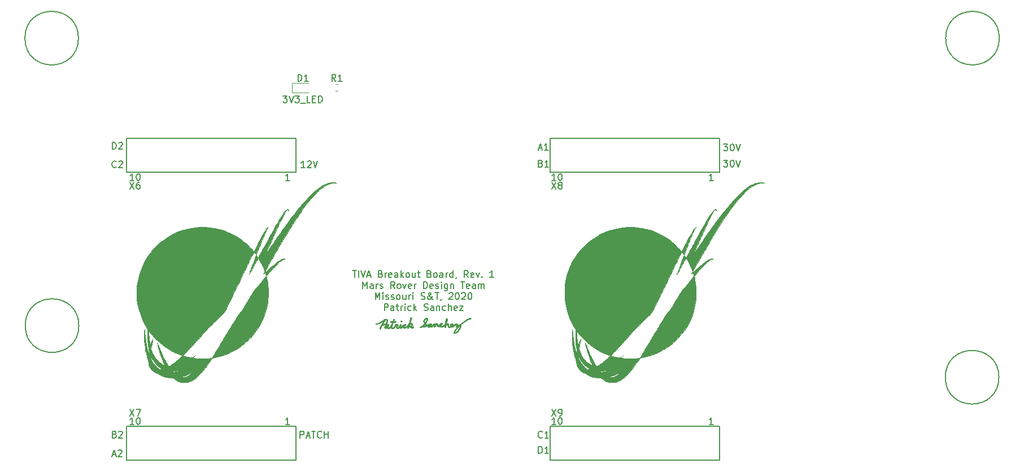
<source format=gbr>
G04 #@! TF.GenerationSoftware,KiCad,Pcbnew,(5.1.4)-1*
G04 #@! TF.CreationDate,2019-11-22T18:54:27-06:00*
G04 #@! TF.ProjectId,Tiva_Breakout_Hardware,54697661-5f42-4726-9561-6b6f75745f48,rev?*
G04 #@! TF.SameCoordinates,Original*
G04 #@! TF.FileFunction,Legend,Top*
G04 #@! TF.FilePolarity,Positive*
%FSLAX46Y46*%
G04 Gerber Fmt 4.6, Leading zero omitted, Abs format (unit mm)*
G04 Created by KiCad (PCBNEW (5.1.4)-1) date 2019-11-22 18:54:27*
%MOMM*%
%LPD*%
G04 APERTURE LIST*
%ADD10C,0.150000*%
%ADD11C,0.010000*%
%ADD12C,0.120000*%
G04 APERTURE END LIST*
D10*
X123211009Y-87971380D02*
X123830057Y-87971380D01*
X123496723Y-88352333D01*
X123639580Y-88352333D01*
X123734819Y-88399952D01*
X123782438Y-88447571D01*
X123830057Y-88542809D01*
X123830057Y-88780904D01*
X123782438Y-88876142D01*
X123734819Y-88923761D01*
X123639580Y-88971380D01*
X123353866Y-88971380D01*
X123258628Y-88923761D01*
X123211009Y-88876142D01*
X124115771Y-87971380D02*
X124449104Y-88971380D01*
X124782438Y-87971380D01*
X125020533Y-87971380D02*
X125639580Y-87971380D01*
X125306247Y-88352333D01*
X125449104Y-88352333D01*
X125544342Y-88399952D01*
X125591961Y-88447571D01*
X125639580Y-88542809D01*
X125639580Y-88780904D01*
X125591961Y-88876142D01*
X125544342Y-88923761D01*
X125449104Y-88971380D01*
X125163390Y-88971380D01*
X125068152Y-88923761D01*
X125020533Y-88876142D01*
X125830057Y-89066619D02*
X126591961Y-89066619D01*
X127306247Y-88971380D02*
X126830057Y-88971380D01*
X126830057Y-87971380D01*
X127639580Y-88447571D02*
X127972914Y-88447571D01*
X128115771Y-88971380D02*
X127639580Y-88971380D01*
X127639580Y-87971380D01*
X128115771Y-87971380D01*
X128544342Y-88971380D02*
X128544342Y-87971380D01*
X128782438Y-87971380D01*
X128925295Y-88019000D01*
X129020533Y-88114238D01*
X129068152Y-88209476D01*
X129115771Y-88399952D01*
X129115771Y-88542809D01*
X129068152Y-88733285D01*
X129020533Y-88828523D01*
X128925295Y-88923761D01*
X128782438Y-88971380D01*
X128544342Y-88971380D01*
X133652952Y-114198380D02*
X134224380Y-114198380D01*
X133938666Y-115198380D02*
X133938666Y-114198380D01*
X134557714Y-115198380D02*
X134557714Y-114198380D01*
X134891047Y-114198380D02*
X135224380Y-115198380D01*
X135557714Y-114198380D01*
X135843428Y-114912666D02*
X136319619Y-114912666D01*
X135748190Y-115198380D02*
X136081523Y-114198380D01*
X136414857Y-115198380D01*
X137843428Y-114674571D02*
X137986285Y-114722190D01*
X138033904Y-114769809D01*
X138081523Y-114865047D01*
X138081523Y-115007904D01*
X138033904Y-115103142D01*
X137986285Y-115150761D01*
X137891047Y-115198380D01*
X137510095Y-115198380D01*
X137510095Y-114198380D01*
X137843428Y-114198380D01*
X137938666Y-114246000D01*
X137986285Y-114293619D01*
X138033904Y-114388857D01*
X138033904Y-114484095D01*
X137986285Y-114579333D01*
X137938666Y-114626952D01*
X137843428Y-114674571D01*
X137510095Y-114674571D01*
X138510095Y-115198380D02*
X138510095Y-114531714D01*
X138510095Y-114722190D02*
X138557714Y-114626952D01*
X138605333Y-114579333D01*
X138700571Y-114531714D01*
X138795809Y-114531714D01*
X139510095Y-115150761D02*
X139414857Y-115198380D01*
X139224380Y-115198380D01*
X139129142Y-115150761D01*
X139081523Y-115055523D01*
X139081523Y-114674571D01*
X139129142Y-114579333D01*
X139224380Y-114531714D01*
X139414857Y-114531714D01*
X139510095Y-114579333D01*
X139557714Y-114674571D01*
X139557714Y-114769809D01*
X139081523Y-114865047D01*
X140414857Y-115198380D02*
X140414857Y-114674571D01*
X140367238Y-114579333D01*
X140272000Y-114531714D01*
X140081523Y-114531714D01*
X139986285Y-114579333D01*
X140414857Y-115150761D02*
X140319619Y-115198380D01*
X140081523Y-115198380D01*
X139986285Y-115150761D01*
X139938666Y-115055523D01*
X139938666Y-114960285D01*
X139986285Y-114865047D01*
X140081523Y-114817428D01*
X140319619Y-114817428D01*
X140414857Y-114769809D01*
X140891047Y-115198380D02*
X140891047Y-114198380D01*
X140986285Y-114817428D02*
X141272000Y-115198380D01*
X141272000Y-114531714D02*
X140891047Y-114912666D01*
X141843428Y-115198380D02*
X141748190Y-115150761D01*
X141700571Y-115103142D01*
X141652952Y-115007904D01*
X141652952Y-114722190D01*
X141700571Y-114626952D01*
X141748190Y-114579333D01*
X141843428Y-114531714D01*
X141986285Y-114531714D01*
X142081523Y-114579333D01*
X142129142Y-114626952D01*
X142176761Y-114722190D01*
X142176761Y-115007904D01*
X142129142Y-115103142D01*
X142081523Y-115150761D01*
X141986285Y-115198380D01*
X141843428Y-115198380D01*
X143033904Y-114531714D02*
X143033904Y-115198380D01*
X142605333Y-114531714D02*
X142605333Y-115055523D01*
X142652952Y-115150761D01*
X142748190Y-115198380D01*
X142891047Y-115198380D01*
X142986285Y-115150761D01*
X143033904Y-115103142D01*
X143367238Y-114531714D02*
X143748190Y-114531714D01*
X143510095Y-114198380D02*
X143510095Y-115055523D01*
X143557714Y-115150761D01*
X143652952Y-115198380D01*
X143748190Y-115198380D01*
X145176761Y-114674571D02*
X145319619Y-114722190D01*
X145367238Y-114769809D01*
X145414857Y-114865047D01*
X145414857Y-115007904D01*
X145367238Y-115103142D01*
X145319619Y-115150761D01*
X145224380Y-115198380D01*
X144843428Y-115198380D01*
X144843428Y-114198380D01*
X145176761Y-114198380D01*
X145272000Y-114246000D01*
X145319619Y-114293619D01*
X145367238Y-114388857D01*
X145367238Y-114484095D01*
X145319619Y-114579333D01*
X145272000Y-114626952D01*
X145176761Y-114674571D01*
X144843428Y-114674571D01*
X145986285Y-115198380D02*
X145891047Y-115150761D01*
X145843428Y-115103142D01*
X145795809Y-115007904D01*
X145795809Y-114722190D01*
X145843428Y-114626952D01*
X145891047Y-114579333D01*
X145986285Y-114531714D01*
X146129142Y-114531714D01*
X146224380Y-114579333D01*
X146272000Y-114626952D01*
X146319619Y-114722190D01*
X146319619Y-115007904D01*
X146272000Y-115103142D01*
X146224380Y-115150761D01*
X146129142Y-115198380D01*
X145986285Y-115198380D01*
X147176761Y-115198380D02*
X147176761Y-114674571D01*
X147129142Y-114579333D01*
X147033904Y-114531714D01*
X146843428Y-114531714D01*
X146748190Y-114579333D01*
X147176761Y-115150761D02*
X147081523Y-115198380D01*
X146843428Y-115198380D01*
X146748190Y-115150761D01*
X146700571Y-115055523D01*
X146700571Y-114960285D01*
X146748190Y-114865047D01*
X146843428Y-114817428D01*
X147081523Y-114817428D01*
X147176761Y-114769809D01*
X147652952Y-115198380D02*
X147652952Y-114531714D01*
X147652952Y-114722190D02*
X147700571Y-114626952D01*
X147748190Y-114579333D01*
X147843428Y-114531714D01*
X147938666Y-114531714D01*
X148700571Y-115198380D02*
X148700571Y-114198380D01*
X148700571Y-115150761D02*
X148605333Y-115198380D01*
X148414857Y-115198380D01*
X148319619Y-115150761D01*
X148272000Y-115103142D01*
X148224380Y-115007904D01*
X148224380Y-114722190D01*
X148272000Y-114626952D01*
X148319619Y-114579333D01*
X148414857Y-114531714D01*
X148605333Y-114531714D01*
X148700571Y-114579333D01*
X149224380Y-115150761D02*
X149224380Y-115198380D01*
X149176761Y-115293619D01*
X149129142Y-115341238D01*
X150986285Y-115198380D02*
X150652952Y-114722190D01*
X150414857Y-115198380D02*
X150414857Y-114198380D01*
X150795809Y-114198380D01*
X150891047Y-114246000D01*
X150938666Y-114293619D01*
X150986285Y-114388857D01*
X150986285Y-114531714D01*
X150938666Y-114626952D01*
X150891047Y-114674571D01*
X150795809Y-114722190D01*
X150414857Y-114722190D01*
X151795809Y-115150761D02*
X151700571Y-115198380D01*
X151510095Y-115198380D01*
X151414857Y-115150761D01*
X151367238Y-115055523D01*
X151367238Y-114674571D01*
X151414857Y-114579333D01*
X151510095Y-114531714D01*
X151700571Y-114531714D01*
X151795809Y-114579333D01*
X151843428Y-114674571D01*
X151843428Y-114769809D01*
X151367238Y-114865047D01*
X152176761Y-114531714D02*
X152414857Y-115198380D01*
X152652952Y-114531714D01*
X153033904Y-115103142D02*
X153081523Y-115150761D01*
X153033904Y-115198380D01*
X152986285Y-115150761D01*
X153033904Y-115103142D01*
X153033904Y-115198380D01*
X154795809Y-115198380D02*
X154224380Y-115198380D01*
X154510095Y-115198380D02*
X154510095Y-114198380D01*
X154414857Y-114341238D01*
X154319619Y-114436476D01*
X154224380Y-114484095D01*
X135152952Y-116848380D02*
X135152952Y-115848380D01*
X135486285Y-116562666D01*
X135819619Y-115848380D01*
X135819619Y-116848380D01*
X136724380Y-116848380D02*
X136724380Y-116324571D01*
X136676761Y-116229333D01*
X136581523Y-116181714D01*
X136391047Y-116181714D01*
X136295809Y-116229333D01*
X136724380Y-116800761D02*
X136629142Y-116848380D01*
X136391047Y-116848380D01*
X136295809Y-116800761D01*
X136248190Y-116705523D01*
X136248190Y-116610285D01*
X136295809Y-116515047D01*
X136391047Y-116467428D01*
X136629142Y-116467428D01*
X136724380Y-116419809D01*
X137200571Y-116848380D02*
X137200571Y-116181714D01*
X137200571Y-116372190D02*
X137248190Y-116276952D01*
X137295809Y-116229333D01*
X137391047Y-116181714D01*
X137486285Y-116181714D01*
X137772000Y-116800761D02*
X137867238Y-116848380D01*
X138057714Y-116848380D01*
X138152952Y-116800761D01*
X138200571Y-116705523D01*
X138200571Y-116657904D01*
X138152952Y-116562666D01*
X138057714Y-116515047D01*
X137914857Y-116515047D01*
X137819619Y-116467428D01*
X137772000Y-116372190D01*
X137772000Y-116324571D01*
X137819619Y-116229333D01*
X137914857Y-116181714D01*
X138057714Y-116181714D01*
X138152952Y-116229333D01*
X139962476Y-116848380D02*
X139629142Y-116372190D01*
X139391047Y-116848380D02*
X139391047Y-115848380D01*
X139772000Y-115848380D01*
X139867238Y-115896000D01*
X139914857Y-115943619D01*
X139962476Y-116038857D01*
X139962476Y-116181714D01*
X139914857Y-116276952D01*
X139867238Y-116324571D01*
X139772000Y-116372190D01*
X139391047Y-116372190D01*
X140533904Y-116848380D02*
X140438666Y-116800761D01*
X140391047Y-116753142D01*
X140343428Y-116657904D01*
X140343428Y-116372190D01*
X140391047Y-116276952D01*
X140438666Y-116229333D01*
X140533904Y-116181714D01*
X140676761Y-116181714D01*
X140772000Y-116229333D01*
X140819619Y-116276952D01*
X140867238Y-116372190D01*
X140867238Y-116657904D01*
X140819619Y-116753142D01*
X140772000Y-116800761D01*
X140676761Y-116848380D01*
X140533904Y-116848380D01*
X141200571Y-116181714D02*
X141438666Y-116848380D01*
X141676761Y-116181714D01*
X142438666Y-116800761D02*
X142343428Y-116848380D01*
X142152952Y-116848380D01*
X142057714Y-116800761D01*
X142010095Y-116705523D01*
X142010095Y-116324571D01*
X142057714Y-116229333D01*
X142152952Y-116181714D01*
X142343428Y-116181714D01*
X142438666Y-116229333D01*
X142486285Y-116324571D01*
X142486285Y-116419809D01*
X142010095Y-116515047D01*
X142914857Y-116848380D02*
X142914857Y-116181714D01*
X142914857Y-116372190D02*
X142962476Y-116276952D01*
X143010095Y-116229333D01*
X143105333Y-116181714D01*
X143200571Y-116181714D01*
X144295809Y-116848380D02*
X144295809Y-115848380D01*
X144533904Y-115848380D01*
X144676761Y-115896000D01*
X144772000Y-115991238D01*
X144819619Y-116086476D01*
X144867238Y-116276952D01*
X144867238Y-116419809D01*
X144819619Y-116610285D01*
X144772000Y-116705523D01*
X144676761Y-116800761D01*
X144533904Y-116848380D01*
X144295809Y-116848380D01*
X145676761Y-116800761D02*
X145581523Y-116848380D01*
X145391047Y-116848380D01*
X145295809Y-116800761D01*
X145248190Y-116705523D01*
X145248190Y-116324571D01*
X145295809Y-116229333D01*
X145391047Y-116181714D01*
X145581523Y-116181714D01*
X145676761Y-116229333D01*
X145724380Y-116324571D01*
X145724380Y-116419809D01*
X145248190Y-116515047D01*
X146105333Y-116800761D02*
X146200571Y-116848380D01*
X146391047Y-116848380D01*
X146486285Y-116800761D01*
X146533904Y-116705523D01*
X146533904Y-116657904D01*
X146486285Y-116562666D01*
X146391047Y-116515047D01*
X146248190Y-116515047D01*
X146152952Y-116467428D01*
X146105333Y-116372190D01*
X146105333Y-116324571D01*
X146152952Y-116229333D01*
X146248190Y-116181714D01*
X146391047Y-116181714D01*
X146486285Y-116229333D01*
X146962476Y-116848380D02*
X146962476Y-116181714D01*
X146962476Y-115848380D02*
X146914857Y-115896000D01*
X146962476Y-115943619D01*
X147010095Y-115896000D01*
X146962476Y-115848380D01*
X146962476Y-115943619D01*
X147867238Y-116181714D02*
X147867238Y-116991238D01*
X147819619Y-117086476D01*
X147772000Y-117134095D01*
X147676761Y-117181714D01*
X147533904Y-117181714D01*
X147438666Y-117134095D01*
X147867238Y-116800761D02*
X147772000Y-116848380D01*
X147581523Y-116848380D01*
X147486285Y-116800761D01*
X147438666Y-116753142D01*
X147391047Y-116657904D01*
X147391047Y-116372190D01*
X147438666Y-116276952D01*
X147486285Y-116229333D01*
X147581523Y-116181714D01*
X147772000Y-116181714D01*
X147867238Y-116229333D01*
X148343428Y-116181714D02*
X148343428Y-116848380D01*
X148343428Y-116276952D02*
X148391047Y-116229333D01*
X148486285Y-116181714D01*
X148629142Y-116181714D01*
X148724380Y-116229333D01*
X148772000Y-116324571D01*
X148772000Y-116848380D01*
X149867238Y-115848380D02*
X150438666Y-115848380D01*
X150152952Y-116848380D02*
X150152952Y-115848380D01*
X151152952Y-116800761D02*
X151057714Y-116848380D01*
X150867238Y-116848380D01*
X150772000Y-116800761D01*
X150724380Y-116705523D01*
X150724380Y-116324571D01*
X150772000Y-116229333D01*
X150867238Y-116181714D01*
X151057714Y-116181714D01*
X151152952Y-116229333D01*
X151200571Y-116324571D01*
X151200571Y-116419809D01*
X150724380Y-116515047D01*
X152057714Y-116848380D02*
X152057714Y-116324571D01*
X152010095Y-116229333D01*
X151914857Y-116181714D01*
X151724380Y-116181714D01*
X151629142Y-116229333D01*
X152057714Y-116800761D02*
X151962476Y-116848380D01*
X151724380Y-116848380D01*
X151629142Y-116800761D01*
X151581523Y-116705523D01*
X151581523Y-116610285D01*
X151629142Y-116515047D01*
X151724380Y-116467428D01*
X151962476Y-116467428D01*
X152057714Y-116419809D01*
X152533904Y-116848380D02*
X152533904Y-116181714D01*
X152533904Y-116276952D02*
X152581523Y-116229333D01*
X152676761Y-116181714D01*
X152819619Y-116181714D01*
X152914857Y-116229333D01*
X152962476Y-116324571D01*
X152962476Y-116848380D01*
X152962476Y-116324571D02*
X153010095Y-116229333D01*
X153105333Y-116181714D01*
X153248190Y-116181714D01*
X153343428Y-116229333D01*
X153391047Y-116324571D01*
X153391047Y-116848380D01*
X137057714Y-118498380D02*
X137057714Y-117498380D01*
X137391047Y-118212666D01*
X137724380Y-117498380D01*
X137724380Y-118498380D01*
X138200571Y-118498380D02*
X138200571Y-117831714D01*
X138200571Y-117498380D02*
X138152952Y-117546000D01*
X138200571Y-117593619D01*
X138248190Y-117546000D01*
X138200571Y-117498380D01*
X138200571Y-117593619D01*
X138629142Y-118450761D02*
X138724380Y-118498380D01*
X138914857Y-118498380D01*
X139010095Y-118450761D01*
X139057714Y-118355523D01*
X139057714Y-118307904D01*
X139010095Y-118212666D01*
X138914857Y-118165047D01*
X138772000Y-118165047D01*
X138676761Y-118117428D01*
X138629142Y-118022190D01*
X138629142Y-117974571D01*
X138676761Y-117879333D01*
X138772000Y-117831714D01*
X138914857Y-117831714D01*
X139010095Y-117879333D01*
X139438666Y-118450761D02*
X139533904Y-118498380D01*
X139724380Y-118498380D01*
X139819619Y-118450761D01*
X139867238Y-118355523D01*
X139867238Y-118307904D01*
X139819619Y-118212666D01*
X139724380Y-118165047D01*
X139581523Y-118165047D01*
X139486285Y-118117428D01*
X139438666Y-118022190D01*
X139438666Y-117974571D01*
X139486285Y-117879333D01*
X139581523Y-117831714D01*
X139724380Y-117831714D01*
X139819619Y-117879333D01*
X140438666Y-118498380D02*
X140343428Y-118450761D01*
X140295809Y-118403142D01*
X140248190Y-118307904D01*
X140248190Y-118022190D01*
X140295809Y-117926952D01*
X140343428Y-117879333D01*
X140438666Y-117831714D01*
X140581523Y-117831714D01*
X140676761Y-117879333D01*
X140724380Y-117926952D01*
X140772000Y-118022190D01*
X140772000Y-118307904D01*
X140724380Y-118403142D01*
X140676761Y-118450761D01*
X140581523Y-118498380D01*
X140438666Y-118498380D01*
X141629142Y-117831714D02*
X141629142Y-118498380D01*
X141200571Y-117831714D02*
X141200571Y-118355523D01*
X141248190Y-118450761D01*
X141343428Y-118498380D01*
X141486285Y-118498380D01*
X141581523Y-118450761D01*
X141629142Y-118403142D01*
X142105333Y-118498380D02*
X142105333Y-117831714D01*
X142105333Y-118022190D02*
X142152952Y-117926952D01*
X142200571Y-117879333D01*
X142295809Y-117831714D01*
X142391047Y-117831714D01*
X142724380Y-118498380D02*
X142724380Y-117831714D01*
X142724380Y-117498380D02*
X142676761Y-117546000D01*
X142724380Y-117593619D01*
X142772000Y-117546000D01*
X142724380Y-117498380D01*
X142724380Y-117593619D01*
X143914857Y-118450761D02*
X144057714Y-118498380D01*
X144295809Y-118498380D01*
X144391047Y-118450761D01*
X144438666Y-118403142D01*
X144486285Y-118307904D01*
X144486285Y-118212666D01*
X144438666Y-118117428D01*
X144391047Y-118069809D01*
X144295809Y-118022190D01*
X144105333Y-117974571D01*
X144010095Y-117926952D01*
X143962476Y-117879333D01*
X143914857Y-117784095D01*
X143914857Y-117688857D01*
X143962476Y-117593619D01*
X144010095Y-117546000D01*
X144105333Y-117498380D01*
X144343428Y-117498380D01*
X144486285Y-117546000D01*
X145724380Y-118498380D02*
X145676761Y-118498380D01*
X145581523Y-118450761D01*
X145438666Y-118307904D01*
X145200571Y-118022190D01*
X145105333Y-117879333D01*
X145057714Y-117736476D01*
X145057714Y-117641238D01*
X145105333Y-117546000D01*
X145200571Y-117498380D01*
X145248190Y-117498380D01*
X145343428Y-117546000D01*
X145391047Y-117641238D01*
X145391047Y-117688857D01*
X145343428Y-117784095D01*
X145295809Y-117831714D01*
X145010095Y-118022190D01*
X144962476Y-118069809D01*
X144914857Y-118165047D01*
X144914857Y-118307904D01*
X144962476Y-118403142D01*
X145010095Y-118450761D01*
X145105333Y-118498380D01*
X145248190Y-118498380D01*
X145343428Y-118450761D01*
X145391047Y-118403142D01*
X145533904Y-118212666D01*
X145581523Y-118069809D01*
X145581523Y-117974571D01*
X146010095Y-117498380D02*
X146581523Y-117498380D01*
X146295809Y-118498380D02*
X146295809Y-117498380D01*
X146962476Y-118450761D02*
X146962476Y-118498380D01*
X146914857Y-118593619D01*
X146867238Y-118641238D01*
X148105333Y-117593619D02*
X148152952Y-117546000D01*
X148248190Y-117498380D01*
X148486285Y-117498380D01*
X148581523Y-117546000D01*
X148629142Y-117593619D01*
X148676761Y-117688857D01*
X148676761Y-117784095D01*
X148629142Y-117926952D01*
X148057714Y-118498380D01*
X148676761Y-118498380D01*
X149295809Y-117498380D02*
X149391047Y-117498380D01*
X149486285Y-117546000D01*
X149533904Y-117593619D01*
X149581523Y-117688857D01*
X149629142Y-117879333D01*
X149629142Y-118117428D01*
X149581523Y-118307904D01*
X149533904Y-118403142D01*
X149486285Y-118450761D01*
X149391047Y-118498380D01*
X149295809Y-118498380D01*
X149200571Y-118450761D01*
X149152952Y-118403142D01*
X149105333Y-118307904D01*
X149057714Y-118117428D01*
X149057714Y-117879333D01*
X149105333Y-117688857D01*
X149152952Y-117593619D01*
X149200571Y-117546000D01*
X149295809Y-117498380D01*
X150010095Y-117593619D02*
X150057714Y-117546000D01*
X150152952Y-117498380D01*
X150391047Y-117498380D01*
X150486285Y-117546000D01*
X150533904Y-117593619D01*
X150581523Y-117688857D01*
X150581523Y-117784095D01*
X150533904Y-117926952D01*
X149962476Y-118498380D01*
X150581523Y-118498380D01*
X151200571Y-117498380D02*
X151295809Y-117498380D01*
X151391047Y-117546000D01*
X151438666Y-117593619D01*
X151486285Y-117688857D01*
X151533904Y-117879333D01*
X151533904Y-118117428D01*
X151486285Y-118307904D01*
X151438666Y-118403142D01*
X151391047Y-118450761D01*
X151295809Y-118498380D01*
X151200571Y-118498380D01*
X151105333Y-118450761D01*
X151057714Y-118403142D01*
X151010095Y-118307904D01*
X150962476Y-118117428D01*
X150962476Y-117879333D01*
X151010095Y-117688857D01*
X151057714Y-117593619D01*
X151105333Y-117546000D01*
X151200571Y-117498380D01*
X138414857Y-120148380D02*
X138414857Y-119148380D01*
X138795809Y-119148380D01*
X138891047Y-119196000D01*
X138938666Y-119243619D01*
X138986285Y-119338857D01*
X138986285Y-119481714D01*
X138938666Y-119576952D01*
X138891047Y-119624571D01*
X138795809Y-119672190D01*
X138414857Y-119672190D01*
X139843428Y-120148380D02*
X139843428Y-119624571D01*
X139795809Y-119529333D01*
X139700571Y-119481714D01*
X139510095Y-119481714D01*
X139414857Y-119529333D01*
X139843428Y-120100761D02*
X139748190Y-120148380D01*
X139510095Y-120148380D01*
X139414857Y-120100761D01*
X139367238Y-120005523D01*
X139367238Y-119910285D01*
X139414857Y-119815047D01*
X139510095Y-119767428D01*
X139748190Y-119767428D01*
X139843428Y-119719809D01*
X140176761Y-119481714D02*
X140557714Y-119481714D01*
X140319619Y-119148380D02*
X140319619Y-120005523D01*
X140367238Y-120100761D01*
X140462476Y-120148380D01*
X140557714Y-120148380D01*
X140891047Y-120148380D02*
X140891047Y-119481714D01*
X140891047Y-119672190D02*
X140938666Y-119576952D01*
X140986285Y-119529333D01*
X141081523Y-119481714D01*
X141176761Y-119481714D01*
X141510095Y-120148380D02*
X141510095Y-119481714D01*
X141510095Y-119148380D02*
X141462476Y-119196000D01*
X141510095Y-119243619D01*
X141557714Y-119196000D01*
X141510095Y-119148380D01*
X141510095Y-119243619D01*
X142414857Y-120100761D02*
X142319619Y-120148380D01*
X142129142Y-120148380D01*
X142033904Y-120100761D01*
X141986285Y-120053142D01*
X141938666Y-119957904D01*
X141938666Y-119672190D01*
X141986285Y-119576952D01*
X142033904Y-119529333D01*
X142129142Y-119481714D01*
X142319619Y-119481714D01*
X142414857Y-119529333D01*
X142843428Y-120148380D02*
X142843428Y-119148380D01*
X142938666Y-119767428D02*
X143224380Y-120148380D01*
X143224380Y-119481714D02*
X142843428Y-119862666D01*
X144367238Y-120100761D02*
X144510095Y-120148380D01*
X144748190Y-120148380D01*
X144843428Y-120100761D01*
X144891047Y-120053142D01*
X144938666Y-119957904D01*
X144938666Y-119862666D01*
X144891047Y-119767428D01*
X144843428Y-119719809D01*
X144748190Y-119672190D01*
X144557714Y-119624571D01*
X144462476Y-119576952D01*
X144414857Y-119529333D01*
X144367238Y-119434095D01*
X144367238Y-119338857D01*
X144414857Y-119243619D01*
X144462476Y-119196000D01*
X144557714Y-119148380D01*
X144795809Y-119148380D01*
X144938666Y-119196000D01*
X145795809Y-120148380D02*
X145795809Y-119624571D01*
X145748190Y-119529333D01*
X145652952Y-119481714D01*
X145462476Y-119481714D01*
X145367238Y-119529333D01*
X145795809Y-120100761D02*
X145700571Y-120148380D01*
X145462476Y-120148380D01*
X145367238Y-120100761D01*
X145319619Y-120005523D01*
X145319619Y-119910285D01*
X145367238Y-119815047D01*
X145462476Y-119767428D01*
X145700571Y-119767428D01*
X145795809Y-119719809D01*
X146272000Y-119481714D02*
X146272000Y-120148380D01*
X146272000Y-119576952D02*
X146319619Y-119529333D01*
X146414857Y-119481714D01*
X146557714Y-119481714D01*
X146652952Y-119529333D01*
X146700571Y-119624571D01*
X146700571Y-120148380D01*
X147605333Y-120100761D02*
X147510095Y-120148380D01*
X147319619Y-120148380D01*
X147224380Y-120100761D01*
X147176761Y-120053142D01*
X147129142Y-119957904D01*
X147129142Y-119672190D01*
X147176761Y-119576952D01*
X147224380Y-119529333D01*
X147319619Y-119481714D01*
X147510095Y-119481714D01*
X147605333Y-119529333D01*
X148033904Y-120148380D02*
X148033904Y-119148380D01*
X148462476Y-120148380D02*
X148462476Y-119624571D01*
X148414857Y-119529333D01*
X148319619Y-119481714D01*
X148176761Y-119481714D01*
X148081523Y-119529333D01*
X148033904Y-119576952D01*
X149319619Y-120100761D02*
X149224380Y-120148380D01*
X149033904Y-120148380D01*
X148938666Y-120100761D01*
X148891047Y-120005523D01*
X148891047Y-119624571D01*
X148938666Y-119529333D01*
X149033904Y-119481714D01*
X149224380Y-119481714D01*
X149319619Y-119529333D01*
X149367238Y-119624571D01*
X149367238Y-119719809D01*
X148891047Y-119815047D01*
X149700571Y-119481714D02*
X150224380Y-119481714D01*
X149700571Y-120148380D01*
X150224380Y-120148380D01*
X126507952Y-98750380D02*
X125936523Y-98750380D01*
X126222238Y-98750380D02*
X126222238Y-97750380D01*
X126127000Y-97893238D01*
X126031761Y-97988476D01*
X125936523Y-98036095D01*
X126888904Y-97845619D02*
X126936523Y-97798000D01*
X127031761Y-97750380D01*
X127269857Y-97750380D01*
X127365095Y-97798000D01*
X127412714Y-97845619D01*
X127460333Y-97940857D01*
X127460333Y-98036095D01*
X127412714Y-98178952D01*
X126841285Y-98750380D01*
X127460333Y-98750380D01*
X127746047Y-97750380D02*
X128079380Y-98750380D01*
X128412714Y-97750380D01*
X125793761Y-139263380D02*
X125793761Y-138263380D01*
X126174714Y-138263380D01*
X126269952Y-138311000D01*
X126317571Y-138358619D01*
X126365190Y-138453857D01*
X126365190Y-138596714D01*
X126317571Y-138691952D01*
X126269952Y-138739571D01*
X126174714Y-138787190D01*
X125793761Y-138787190D01*
X126746142Y-138977666D02*
X127222333Y-138977666D01*
X126650904Y-139263380D02*
X126984238Y-138263380D01*
X127317571Y-139263380D01*
X127508047Y-138263380D02*
X128079476Y-138263380D01*
X127793761Y-139263380D02*
X127793761Y-138263380D01*
X128984238Y-139168142D02*
X128936619Y-139215761D01*
X128793761Y-139263380D01*
X128698523Y-139263380D01*
X128555666Y-139215761D01*
X128460428Y-139120523D01*
X128412809Y-139025285D01*
X128365190Y-138834809D01*
X128365190Y-138691952D01*
X128412809Y-138501476D01*
X128460428Y-138406238D01*
X128555666Y-138311000D01*
X128698523Y-138263380D01*
X128793761Y-138263380D01*
X128936619Y-138311000D01*
X128984238Y-138358619D01*
X129412809Y-139263380D02*
X129412809Y-138263380D01*
X129412809Y-138739571D02*
X129984238Y-138739571D01*
X129984238Y-139263380D02*
X129984238Y-138263380D01*
X189261904Y-95210380D02*
X189880952Y-95210380D01*
X189547619Y-95591333D01*
X189690476Y-95591333D01*
X189785714Y-95638952D01*
X189833333Y-95686571D01*
X189880952Y-95781809D01*
X189880952Y-96019904D01*
X189833333Y-96115142D01*
X189785714Y-96162761D01*
X189690476Y-96210380D01*
X189404761Y-96210380D01*
X189309523Y-96162761D01*
X189261904Y-96115142D01*
X190500000Y-95210380D02*
X190595238Y-95210380D01*
X190690476Y-95258000D01*
X190738095Y-95305619D01*
X190785714Y-95400857D01*
X190833333Y-95591333D01*
X190833333Y-95829428D01*
X190785714Y-96019904D01*
X190738095Y-96115142D01*
X190690476Y-96162761D01*
X190595238Y-96210380D01*
X190500000Y-96210380D01*
X190404761Y-96162761D01*
X190357142Y-96115142D01*
X190309523Y-96019904D01*
X190261904Y-95829428D01*
X190261904Y-95591333D01*
X190309523Y-95400857D01*
X190357142Y-95305619D01*
X190404761Y-95258000D01*
X190500000Y-95210380D01*
X191119047Y-95210380D02*
X191452380Y-96210380D01*
X191785714Y-95210380D01*
X189261904Y-97623380D02*
X189880952Y-97623380D01*
X189547619Y-98004333D01*
X189690476Y-98004333D01*
X189785714Y-98051952D01*
X189833333Y-98099571D01*
X189880952Y-98194809D01*
X189880952Y-98432904D01*
X189833333Y-98528142D01*
X189785714Y-98575761D01*
X189690476Y-98623380D01*
X189404761Y-98623380D01*
X189309523Y-98575761D01*
X189261904Y-98528142D01*
X190500000Y-97623380D02*
X190595238Y-97623380D01*
X190690476Y-97671000D01*
X190738095Y-97718619D01*
X190785714Y-97813857D01*
X190833333Y-98004333D01*
X190833333Y-98242428D01*
X190785714Y-98432904D01*
X190738095Y-98528142D01*
X190690476Y-98575761D01*
X190595238Y-98623380D01*
X190500000Y-98623380D01*
X190404761Y-98575761D01*
X190357142Y-98528142D01*
X190309523Y-98432904D01*
X190261904Y-98242428D01*
X190261904Y-98004333D01*
X190309523Y-97813857D01*
X190357142Y-97718619D01*
X190404761Y-97671000D01*
X190500000Y-97623380D01*
X191119047Y-97623380D02*
X191452380Y-98623380D01*
X191785714Y-97623380D01*
X163271200Y-94361000D02*
X163271200Y-99441000D01*
X163271200Y-99441000D02*
X188671200Y-99441000D01*
X188671200Y-99441000D02*
X188671200Y-94361000D01*
X188671200Y-94361000D02*
X163271200Y-94361000D01*
X163271200Y-137541000D02*
X163271200Y-142621000D01*
X163271200Y-142621000D02*
X188671200Y-142621000D01*
X188671200Y-142621000D02*
X188671200Y-137541000D01*
X188671200Y-137541000D02*
X163271200Y-137541000D01*
X99771200Y-99441000D02*
X125171200Y-99441000D01*
X125171200Y-137541000D02*
X99771200Y-137541000D01*
X99771200Y-94361000D02*
X99771200Y-99441000D01*
X125171200Y-99441000D02*
X125171200Y-94361000D01*
X125171200Y-94361000D02*
X99771200Y-94361000D01*
X99771200Y-137541000D02*
X99771200Y-142621000D01*
X99771200Y-142621000D02*
X125171200Y-142621000D01*
X125171200Y-142621000D02*
X125171200Y-137541000D01*
D11*
G36*
X194934125Y-100958712D02*
G01*
X195130647Y-100987056D01*
X195290654Y-101033573D01*
X195315060Y-101044141D01*
X195413008Y-101089531D01*
X195322937Y-101074294D01*
X195009457Y-101039137D01*
X194715833Y-101041478D01*
X194455403Y-101081172D01*
X194444650Y-101083841D01*
X194141169Y-101183643D01*
X193824922Y-101333192D01*
X193494830Y-101533367D01*
X193149813Y-101785045D01*
X192788793Y-102089105D01*
X192410692Y-102446424D01*
X192014430Y-102857881D01*
X191598930Y-103324354D01*
X191391885Y-103568604D01*
X191200069Y-103800268D01*
X191016816Y-104026176D01*
X190839257Y-104250478D01*
X190664517Y-104477325D01*
X190489727Y-104710869D01*
X190312013Y-104955261D01*
X190128505Y-105214651D01*
X189936331Y-105493192D01*
X189732619Y-105795034D01*
X189514497Y-106124329D01*
X189279094Y-106485228D01*
X189023538Y-106881881D01*
X188744958Y-107318441D01*
X188440480Y-107799057D01*
X188184607Y-108204901D01*
X187601114Y-109145826D01*
X187039899Y-110078616D01*
X186509985Y-110988214D01*
X186376620Y-111222276D01*
X186256094Y-111433748D01*
X186116460Y-111676970D01*
X185969214Y-111932029D01*
X185825850Y-112179013D01*
X185700061Y-112394268D01*
X185574772Y-112609040D01*
X185437337Y-112846887D01*
X185298363Y-113089304D01*
X185168457Y-113317787D01*
X185058227Y-113513829D01*
X185054700Y-113520155D01*
X184959634Y-113690425D01*
X184869448Y-113851415D01*
X184790141Y-113992457D01*
X184727716Y-114102878D01*
X184688170Y-114172010D01*
X184686925Y-114174150D01*
X184611400Y-114303802D01*
X184494842Y-113994008D01*
X184433709Y-113840795D01*
X184357704Y-113664831D01*
X184270641Y-113473597D01*
X184176333Y-113274573D01*
X184078593Y-113075239D01*
X183981234Y-112883077D01*
X183888068Y-112705565D01*
X183802910Y-112550186D01*
X183729572Y-112424418D01*
X183671866Y-112335743D01*
X183633606Y-112291641D01*
X183625294Y-112288116D01*
X183605121Y-112313217D01*
X183561816Y-112382823D01*
X183500374Y-112488385D01*
X183425792Y-112621356D01*
X183357724Y-112745976D01*
X183247814Y-112948715D01*
X183129957Y-113164729D01*
X183007741Y-113387565D01*
X182884757Y-113610772D01*
X182764594Y-113827897D01*
X182650841Y-114032489D01*
X182547087Y-114218096D01*
X182456921Y-114378265D01*
X182383934Y-114506544D01*
X182331714Y-114596483D01*
X182303851Y-114641627D01*
X182301287Y-114644971D01*
X182299205Y-114631792D01*
X182315164Y-114572598D01*
X182346131Y-114477601D01*
X182377101Y-114389771D01*
X182452316Y-114183106D01*
X182535923Y-113955125D01*
X182625533Y-113712193D01*
X182718757Y-113460675D01*
X182813204Y-113206935D01*
X182906485Y-112957339D01*
X182996211Y-112718251D01*
X183079991Y-112496038D01*
X183155436Y-112297063D01*
X183220156Y-112127692D01*
X183271762Y-111994290D01*
X183307863Y-111903222D01*
X183326069Y-111860853D01*
X183327357Y-111858778D01*
X183352681Y-111870519D01*
X183400178Y-111923075D01*
X183460754Y-112006001D01*
X183477634Y-112031414D01*
X183540258Y-112123971D01*
X183591301Y-112192868D01*
X183621627Y-112225947D01*
X183624750Y-112227210D01*
X183643759Y-112201651D01*
X183686495Y-112130530D01*
X183748683Y-112021404D01*
X183826051Y-111881830D01*
X183914326Y-111719367D01*
X183958989Y-111636087D01*
X184064170Y-111440251D01*
X184190099Y-111207557D01*
X184328282Y-110953595D01*
X184470224Y-110693952D01*
X184607429Y-110444217D01*
X184690712Y-110293387D01*
X184811605Y-110074601D01*
X184953615Y-109816982D01*
X185109110Y-109534416D01*
X185270455Y-109240789D01*
X185430019Y-108949984D01*
X185580167Y-108675887D01*
X185632513Y-108580196D01*
X185875794Y-108138800D01*
X186114753Y-107712116D01*
X186346801Y-107304486D01*
X186569350Y-106920254D01*
X186779811Y-106563760D01*
X186975596Y-106239349D01*
X187154116Y-105951362D01*
X187312783Y-105704143D01*
X187449009Y-105502033D01*
X187551903Y-105360171D01*
X187696032Y-105186382D01*
X187824576Y-105061429D01*
X187935404Y-104986503D01*
X188026385Y-104962793D01*
X188095391Y-104991488D01*
X188127456Y-105038819D01*
X188157179Y-105119020D01*
X188162294Y-105166171D01*
X188145379Y-105172467D01*
X188109010Y-105130104D01*
X188101336Y-105117925D01*
X188043400Y-105047555D01*
X187989573Y-105027887D01*
X187988860Y-105028015D01*
X187932435Y-105064030D01*
X187854289Y-105153963D01*
X187755370Y-105296130D01*
X187636629Y-105488845D01*
X187499014Y-105730423D01*
X187343475Y-106019180D01*
X187170961Y-106353430D01*
X186982423Y-106731489D01*
X186778809Y-107151672D01*
X186706144Y-107304191D01*
X186634581Y-107456681D01*
X186547235Y-107645567D01*
X186446303Y-107865908D01*
X186333984Y-108112764D01*
X186212475Y-108381192D01*
X186083974Y-108666252D01*
X185950679Y-108963002D01*
X185814787Y-109266501D01*
X185678497Y-109571809D01*
X185544005Y-109873983D01*
X185413511Y-110168083D01*
X185289211Y-110449167D01*
X185173303Y-110712295D01*
X185067985Y-110952525D01*
X184975455Y-111164915D01*
X184897911Y-111344525D01*
X184837551Y-111486414D01*
X184796571Y-111585639D01*
X184777171Y-111637261D01*
X184776034Y-111643617D01*
X184794415Y-111622134D01*
X184841485Y-111557395D01*
X184912588Y-111456085D01*
X185003068Y-111324886D01*
X185108268Y-111170482D01*
X185189959Y-111049517D01*
X185326138Y-110848403D01*
X185487362Y-110612422D01*
X185669515Y-110347453D01*
X185868483Y-110059374D01*
X186080149Y-109754066D01*
X186300399Y-109437407D01*
X186525117Y-109115278D01*
X186750188Y-108793558D01*
X186971497Y-108478126D01*
X187184928Y-108174862D01*
X187386368Y-107889645D01*
X187571699Y-107628355D01*
X187736807Y-107396871D01*
X187877577Y-107201073D01*
X187989894Y-107046839D01*
X188021580Y-107003955D01*
X188569647Y-106275184D01*
X189092315Y-105599098D01*
X189590716Y-104974517D01*
X190065985Y-104400257D01*
X190519254Y-103875139D01*
X190951656Y-103397980D01*
X191364325Y-102967598D01*
X191758394Y-102582811D01*
X192134996Y-102242439D01*
X192495264Y-101945300D01*
X192840333Y-101690211D01*
X193171334Y-101475991D01*
X193489402Y-101301459D01*
X193491495Y-101300419D01*
X193728588Y-101187266D01*
X193930380Y-101102323D01*
X194111653Y-101040672D01*
X194287186Y-100997393D01*
X194471763Y-100967569D01*
X194503473Y-100963675D01*
X194719073Y-100950324D01*
X194934125Y-100958712D01*
X194934125Y-100958712D01*
G37*
X194934125Y-100958712D02*
X195130647Y-100987056D01*
X195290654Y-101033573D01*
X195315060Y-101044141D01*
X195413008Y-101089531D01*
X195322937Y-101074294D01*
X195009457Y-101039137D01*
X194715833Y-101041478D01*
X194455403Y-101081172D01*
X194444650Y-101083841D01*
X194141169Y-101183643D01*
X193824922Y-101333192D01*
X193494830Y-101533367D01*
X193149813Y-101785045D01*
X192788793Y-102089105D01*
X192410692Y-102446424D01*
X192014430Y-102857881D01*
X191598930Y-103324354D01*
X191391885Y-103568604D01*
X191200069Y-103800268D01*
X191016816Y-104026176D01*
X190839257Y-104250478D01*
X190664517Y-104477325D01*
X190489727Y-104710869D01*
X190312013Y-104955261D01*
X190128505Y-105214651D01*
X189936331Y-105493192D01*
X189732619Y-105795034D01*
X189514497Y-106124329D01*
X189279094Y-106485228D01*
X189023538Y-106881881D01*
X188744958Y-107318441D01*
X188440480Y-107799057D01*
X188184607Y-108204901D01*
X187601114Y-109145826D01*
X187039899Y-110078616D01*
X186509985Y-110988214D01*
X186376620Y-111222276D01*
X186256094Y-111433748D01*
X186116460Y-111676970D01*
X185969214Y-111932029D01*
X185825850Y-112179013D01*
X185700061Y-112394268D01*
X185574772Y-112609040D01*
X185437337Y-112846887D01*
X185298363Y-113089304D01*
X185168457Y-113317787D01*
X185058227Y-113513829D01*
X185054700Y-113520155D01*
X184959634Y-113690425D01*
X184869448Y-113851415D01*
X184790141Y-113992457D01*
X184727716Y-114102878D01*
X184688170Y-114172010D01*
X184686925Y-114174150D01*
X184611400Y-114303802D01*
X184494842Y-113994008D01*
X184433709Y-113840795D01*
X184357704Y-113664831D01*
X184270641Y-113473597D01*
X184176333Y-113274573D01*
X184078593Y-113075239D01*
X183981234Y-112883077D01*
X183888068Y-112705565D01*
X183802910Y-112550186D01*
X183729572Y-112424418D01*
X183671866Y-112335743D01*
X183633606Y-112291641D01*
X183625294Y-112288116D01*
X183605121Y-112313217D01*
X183561816Y-112382823D01*
X183500374Y-112488385D01*
X183425792Y-112621356D01*
X183357724Y-112745976D01*
X183247814Y-112948715D01*
X183129957Y-113164729D01*
X183007741Y-113387565D01*
X182884757Y-113610772D01*
X182764594Y-113827897D01*
X182650841Y-114032489D01*
X182547087Y-114218096D01*
X182456921Y-114378265D01*
X182383934Y-114506544D01*
X182331714Y-114596483D01*
X182303851Y-114641627D01*
X182301287Y-114644971D01*
X182299205Y-114631792D01*
X182315164Y-114572598D01*
X182346131Y-114477601D01*
X182377101Y-114389771D01*
X182452316Y-114183106D01*
X182535923Y-113955125D01*
X182625533Y-113712193D01*
X182718757Y-113460675D01*
X182813204Y-113206935D01*
X182906485Y-112957339D01*
X182996211Y-112718251D01*
X183079991Y-112496038D01*
X183155436Y-112297063D01*
X183220156Y-112127692D01*
X183271762Y-111994290D01*
X183307863Y-111903222D01*
X183326069Y-111860853D01*
X183327357Y-111858778D01*
X183352681Y-111870519D01*
X183400178Y-111923075D01*
X183460754Y-112006001D01*
X183477634Y-112031414D01*
X183540258Y-112123971D01*
X183591301Y-112192868D01*
X183621627Y-112225947D01*
X183624750Y-112227210D01*
X183643759Y-112201651D01*
X183686495Y-112130530D01*
X183748683Y-112021404D01*
X183826051Y-111881830D01*
X183914326Y-111719367D01*
X183958989Y-111636087D01*
X184064170Y-111440251D01*
X184190099Y-111207557D01*
X184328282Y-110953595D01*
X184470224Y-110693952D01*
X184607429Y-110444217D01*
X184690712Y-110293387D01*
X184811605Y-110074601D01*
X184953615Y-109816982D01*
X185109110Y-109534416D01*
X185270455Y-109240789D01*
X185430019Y-108949984D01*
X185580167Y-108675887D01*
X185632513Y-108580196D01*
X185875794Y-108138800D01*
X186114753Y-107712116D01*
X186346801Y-107304486D01*
X186569350Y-106920254D01*
X186779811Y-106563760D01*
X186975596Y-106239349D01*
X187154116Y-105951362D01*
X187312783Y-105704143D01*
X187449009Y-105502033D01*
X187551903Y-105360171D01*
X187696032Y-105186382D01*
X187824576Y-105061429D01*
X187935404Y-104986503D01*
X188026385Y-104962793D01*
X188095391Y-104991488D01*
X188127456Y-105038819D01*
X188157179Y-105119020D01*
X188162294Y-105166171D01*
X188145379Y-105172467D01*
X188109010Y-105130104D01*
X188101336Y-105117925D01*
X188043400Y-105047555D01*
X187989573Y-105027887D01*
X187988860Y-105028015D01*
X187932435Y-105064030D01*
X187854289Y-105153963D01*
X187755370Y-105296130D01*
X187636629Y-105488845D01*
X187499014Y-105730423D01*
X187343475Y-106019180D01*
X187170961Y-106353430D01*
X186982423Y-106731489D01*
X186778809Y-107151672D01*
X186706144Y-107304191D01*
X186634581Y-107456681D01*
X186547235Y-107645567D01*
X186446303Y-107865908D01*
X186333984Y-108112764D01*
X186212475Y-108381192D01*
X186083974Y-108666252D01*
X185950679Y-108963002D01*
X185814787Y-109266501D01*
X185678497Y-109571809D01*
X185544005Y-109873983D01*
X185413511Y-110168083D01*
X185289211Y-110449167D01*
X185173303Y-110712295D01*
X185067985Y-110952525D01*
X184975455Y-111164915D01*
X184897911Y-111344525D01*
X184837551Y-111486414D01*
X184796571Y-111585639D01*
X184777171Y-111637261D01*
X184776034Y-111643617D01*
X184794415Y-111622134D01*
X184841485Y-111557395D01*
X184912588Y-111456085D01*
X185003068Y-111324886D01*
X185108268Y-111170482D01*
X185189959Y-111049517D01*
X185326138Y-110848403D01*
X185487362Y-110612422D01*
X185669515Y-110347453D01*
X185868483Y-110059374D01*
X186080149Y-109754066D01*
X186300399Y-109437407D01*
X186525117Y-109115278D01*
X186750188Y-108793558D01*
X186971497Y-108478126D01*
X187184928Y-108174862D01*
X187386368Y-107889645D01*
X187571699Y-107628355D01*
X187736807Y-107396871D01*
X187877577Y-107201073D01*
X187989894Y-107046839D01*
X188021580Y-107003955D01*
X188569647Y-106275184D01*
X189092315Y-105599098D01*
X189590716Y-104974517D01*
X190065985Y-104400257D01*
X190519254Y-103875139D01*
X190951656Y-103397980D01*
X191364325Y-102967598D01*
X191758394Y-102582811D01*
X192134996Y-102242439D01*
X192495264Y-101945300D01*
X192840333Y-101690211D01*
X193171334Y-101475991D01*
X193489402Y-101301459D01*
X193491495Y-101300419D01*
X193728588Y-101187266D01*
X193930380Y-101102323D01*
X194111653Y-101040672D01*
X194287186Y-100997393D01*
X194471763Y-100967569D01*
X194503473Y-100963675D01*
X194719073Y-100950324D01*
X194934125Y-100958712D01*
G36*
X182277666Y-114705019D02*
G01*
X182262654Y-114720031D01*
X182247642Y-114705019D01*
X182262654Y-114690007D01*
X182277666Y-114705019D01*
X182277666Y-114705019D01*
G37*
X182277666Y-114705019D02*
X182262654Y-114720031D01*
X182247642Y-114705019D01*
X182262654Y-114690007D01*
X182277666Y-114705019D01*
G36*
X185094469Y-107652315D02*
G01*
X185078747Y-107688503D01*
X185027616Y-107765482D01*
X184998281Y-107807018D01*
X184943405Y-107888021D01*
X184889638Y-107976931D01*
X184833606Y-108080860D01*
X184771936Y-108206918D01*
X184701253Y-108362213D01*
X184618184Y-108553857D01*
X184519355Y-108788959D01*
X184431369Y-109001706D01*
X184356540Y-109185403D01*
X184264250Y-109414999D01*
X184158501Y-109680309D01*
X184043293Y-109971152D01*
X183922629Y-110277343D01*
X183800509Y-110588701D01*
X183680934Y-110895041D01*
X183567906Y-111186182D01*
X183465426Y-111451940D01*
X183377494Y-111682132D01*
X183359998Y-111728316D01*
X183327589Y-111814024D01*
X183159185Y-111583425D01*
X183084727Y-111487016D01*
X183021854Y-111415840D01*
X182979266Y-111379219D01*
X182967150Y-111377622D01*
X182950349Y-111408274D01*
X182909739Y-111488474D01*
X182847551Y-111613661D01*
X182766016Y-111779275D01*
X182667365Y-111980757D01*
X182553828Y-112213546D01*
X182427637Y-112473082D01*
X182291022Y-112754805D01*
X182146214Y-113054156D01*
X182088426Y-113173813D01*
X181755727Y-113862626D01*
X181447001Y-114500942D01*
X181160427Y-115092488D01*
X180894181Y-115640991D01*
X180646440Y-116150178D01*
X180415383Y-116623775D01*
X180199186Y-117065509D01*
X179996027Y-117479107D01*
X179804083Y-117868297D01*
X179621530Y-118236804D01*
X179446547Y-118588355D01*
X179277311Y-118926678D01*
X179180978Y-119118494D01*
X179050415Y-119379634D01*
X178938925Y-119604124D01*
X178842544Y-119797118D01*
X178757307Y-119963770D01*
X178679247Y-120109237D01*
X178604401Y-120238672D01*
X178528803Y-120357229D01*
X178448488Y-120470064D01*
X178359490Y-120582331D01*
X178257845Y-120699185D01*
X178139588Y-120825780D01*
X178000752Y-120967272D01*
X177837375Y-121128814D01*
X177645489Y-121315561D01*
X177421130Y-121532668D01*
X177160333Y-121785290D01*
X177038540Y-121903649D01*
X176818859Y-122118604D01*
X176603936Y-122331153D01*
X176399378Y-122535597D01*
X176210795Y-122726234D01*
X176043792Y-122897365D01*
X175903980Y-123043287D01*
X175796964Y-123158302D01*
X175734672Y-123229064D01*
X175565257Y-123428260D01*
X175359823Y-123663800D01*
X175124377Y-123929139D01*
X174864929Y-124217734D01*
X174587485Y-124523041D01*
X174298056Y-124838516D01*
X174002649Y-125157616D01*
X173707272Y-125473796D01*
X173417934Y-125780512D01*
X173140643Y-126071221D01*
X172881407Y-126339379D01*
X172838988Y-126382842D01*
X172695521Y-126530031D01*
X172567422Y-126662254D01*
X172460228Y-126773730D01*
X172379474Y-126858678D01*
X172330698Y-126911318D01*
X172318452Y-126926324D01*
X172355355Y-126939472D01*
X172438966Y-126963527D01*
X172557579Y-126995505D01*
X172699482Y-127032420D01*
X172852968Y-127071289D01*
X173006327Y-127109126D01*
X173147850Y-127142948D01*
X173265828Y-127169768D01*
X173311408Y-127179433D01*
X173504230Y-127215791D01*
X173644363Y-127234940D01*
X173736537Y-127237230D01*
X173785485Y-127223013D01*
X173792733Y-127215129D01*
X173821418Y-127186829D01*
X173886323Y-127130583D01*
X173976556Y-127055677D01*
X174042200Y-127002524D01*
X174276365Y-126814679D01*
X174039424Y-127038155D01*
X173802483Y-127261632D01*
X173904318Y-127279857D01*
X174084817Y-127305964D01*
X174301159Y-127327113D01*
X174545144Y-127343361D01*
X174808577Y-127354771D01*
X175083261Y-127361401D01*
X175360997Y-127363312D01*
X175633589Y-127360563D01*
X175892840Y-127353216D01*
X176130552Y-127341329D01*
X176338528Y-127324962D01*
X176508572Y-127304177D01*
X176632485Y-127279032D01*
X176686175Y-127259493D01*
X176720506Y-127224070D01*
X176781269Y-127141746D01*
X176865227Y-127017826D01*
X176969140Y-126857613D01*
X177089773Y-126666411D01*
X177223887Y-126449526D01*
X177368244Y-126212261D01*
X177519607Y-125959920D01*
X177674737Y-125697808D01*
X177830397Y-125431229D01*
X177983349Y-125165487D01*
X178130355Y-124905887D01*
X178210113Y-124762938D01*
X178336675Y-124538606D01*
X178472603Y-124304396D01*
X178609973Y-124073501D01*
X178740862Y-123859115D01*
X178857343Y-123674431D01*
X178931401Y-123561993D01*
X179042203Y-123392806D01*
X179170883Y-123187252D01*
X179307311Y-122962079D01*
X179441355Y-122734035D01*
X179562886Y-122519867D01*
X179575045Y-122497893D01*
X179724254Y-122234288D01*
X179870980Y-121990655D01*
X180025776Y-121750616D01*
X180199199Y-121497793D01*
X180397361Y-121221888D01*
X180821709Y-120628996D01*
X181222704Y-120043221D01*
X181609670Y-119450116D01*
X181991928Y-118835236D01*
X182378800Y-118184132D01*
X182558572Y-117872513D01*
X182666446Y-117687146D01*
X182764609Y-117527141D01*
X182861910Y-117379959D01*
X182967196Y-117233062D01*
X183089316Y-117073913D01*
X183237118Y-116889974D01*
X183342515Y-116761638D01*
X183487978Y-116585192D01*
X183632667Y-116409192D01*
X183768380Y-116243654D01*
X183886911Y-116098596D01*
X183980056Y-115984033D01*
X184018828Y-115935988D01*
X184112139Y-115821040D01*
X184230281Y-115677307D01*
X184359218Y-115521776D01*
X184484916Y-115371434D01*
X184505698Y-115346728D01*
X184608043Y-115222805D01*
X184694885Y-115113095D01*
X184759442Y-115026532D01*
X184794929Y-114972049D01*
X184799651Y-114959658D01*
X184791642Y-114914572D01*
X184771031Y-114832635D01*
X184742948Y-114731493D01*
X184712520Y-114628794D01*
X184684876Y-114542185D01*
X184665145Y-114489315D01*
X184660763Y-114481714D01*
X184634548Y-114493871D01*
X184578214Y-114538487D01*
X184508350Y-114601809D01*
X184439062Y-114664247D01*
X184406626Y-114684936D01*
X184412915Y-114662714D01*
X184414569Y-114659983D01*
X184456545Y-114586996D01*
X184508185Y-114491136D01*
X184528559Y-114451738D01*
X184569531Y-114374724D01*
X184594659Y-114344819D01*
X184614444Y-114355173D01*
X184631681Y-114384462D01*
X184647839Y-114409028D01*
X184668247Y-114417446D01*
X184700622Y-114404892D01*
X184752680Y-114366538D01*
X184832141Y-114297561D01*
X184946722Y-114193134D01*
X184965987Y-114175428D01*
X185305804Y-113865613D01*
X185608538Y-113595413D01*
X185878663Y-113361098D01*
X186120650Y-113158938D01*
X186338971Y-112985201D01*
X186538101Y-112836159D01*
X186722510Y-112708080D01*
X186736176Y-112699014D01*
X186980596Y-112547669D01*
X187189746Y-112439936D01*
X187362586Y-112376181D01*
X187498075Y-112356776D01*
X187595174Y-112382087D01*
X187606862Y-112390145D01*
X187638913Y-112418219D01*
X187632946Y-112431929D01*
X187580265Y-112436620D01*
X187530175Y-112437279D01*
X187396323Y-112457131D01*
X187263517Y-112520659D01*
X187257603Y-112524379D01*
X187152444Y-112598680D01*
X187016245Y-112706118D01*
X186860071Y-112837018D01*
X186694988Y-112981708D01*
X186532062Y-113130512D01*
X186382360Y-113273757D01*
X186270810Y-113387045D01*
X186178167Y-113485797D01*
X186060807Y-113612405D01*
X185924891Y-113760081D01*
X185776580Y-113922037D01*
X185622034Y-114091487D01*
X185467413Y-114261644D01*
X185318878Y-114425720D01*
X185182590Y-114576928D01*
X185064709Y-114708482D01*
X184971395Y-114813593D01*
X184908809Y-114885475D01*
X184888278Y-114910200D01*
X184822104Y-114994327D01*
X184903309Y-115360075D01*
X184970015Y-115677755D01*
X185021883Y-115968493D01*
X185060875Y-116249260D01*
X185088954Y-116537032D01*
X185108083Y-116848781D01*
X185120224Y-117201482D01*
X185121250Y-117244933D01*
X185125013Y-117733029D01*
X185111929Y-118178584D01*
X185080442Y-118597122D01*
X185028997Y-119004171D01*
X184956036Y-119415256D01*
X184860995Y-119841818D01*
X184653167Y-120573668D01*
X184390430Y-121283816D01*
X184074900Y-121969377D01*
X183708691Y-122627467D01*
X183293917Y-123255200D01*
X182832693Y-123849693D01*
X182327133Y-124408061D01*
X181779352Y-124927418D01*
X181191464Y-125404881D01*
X180565584Y-125837565D01*
X180383019Y-125950783D01*
X179759942Y-126296676D01*
X179108162Y-126599249D01*
X178437666Y-126854741D01*
X177758440Y-127059388D01*
X177080473Y-127209428D01*
X177008517Y-127222075D01*
X176850690Y-127254200D01*
X176748855Y-127287334D01*
X176699737Y-127321675D01*
X176672501Y-127360513D01*
X176616393Y-127441410D01*
X176536545Y-127556934D01*
X176438091Y-127699654D01*
X176326163Y-127862137D01*
X176237851Y-127990480D01*
X175908366Y-128458248D01*
X175598414Y-128874272D01*
X175304615Y-129242312D01*
X175023587Y-129566125D01*
X174751950Y-129849473D01*
X174486324Y-130096113D01*
X174223327Y-130309806D01*
X174024845Y-130451338D01*
X173849914Y-130558146D01*
X173648532Y-130664003D01*
X173439802Y-130760066D01*
X173242826Y-130837495D01*
X173088898Y-130884551D01*
X172842682Y-130928265D01*
X172576253Y-130947705D01*
X172315782Y-130941972D01*
X172123875Y-130917644D01*
X171768082Y-130819712D01*
X171427089Y-130663696D01*
X171101354Y-130449821D01*
X170988599Y-130359285D01*
X170901567Y-130291510D01*
X170830722Y-130256330D01*
X170750177Y-130243498D01*
X170692931Y-130242253D01*
X170290578Y-130218672D01*
X169882319Y-130150572D01*
X169785225Y-130124220D01*
X172004050Y-130124220D01*
X172045615Y-130150291D01*
X172084640Y-130162478D01*
X172141585Y-130169029D01*
X172240081Y-130172240D01*
X172361699Y-130171633D01*
X172399888Y-130170637D01*
X172575025Y-130157992D01*
X172719540Y-130128901D01*
X172843601Y-130085509D01*
X173046548Y-129992845D01*
X173228171Y-129886730D01*
X173404663Y-129756040D01*
X173592215Y-129589653D01*
X173658706Y-129525591D01*
X173756829Y-129427842D01*
X173829761Y-129351778D01*
X173872099Y-129303335D01*
X173878440Y-129288446D01*
X173871046Y-129292331D01*
X173560725Y-129485066D01*
X173292590Y-129638763D01*
X173064356Y-129754729D01*
X173053433Y-129759800D01*
X172892311Y-129828860D01*
X172707780Y-129899433D01*
X172516531Y-129965908D01*
X172335257Y-130022671D01*
X172180649Y-130064108D01*
X172099278Y-130080665D01*
X172022047Y-130100396D01*
X172004050Y-130124220D01*
X169785225Y-130124220D01*
X169481983Y-130041918D01*
X169103404Y-129896677D01*
X168760413Y-129718811D01*
X168671026Y-129662646D01*
X168567639Y-129602491D01*
X168466015Y-129555736D01*
X168406744Y-129537025D01*
X168328568Y-129513800D01*
X168218693Y-129471848D01*
X168098969Y-129419608D01*
X168081507Y-129411405D01*
X167841331Y-129264643D01*
X167840941Y-129264277D01*
X170764725Y-129264277D01*
X170774684Y-129288080D01*
X170802748Y-129320264D01*
X170809371Y-129327315D01*
X170846932Y-129364354D01*
X170884260Y-129387253D01*
X170932966Y-129396363D01*
X171004660Y-129392034D01*
X171110952Y-129374616D01*
X171263454Y-129344460D01*
X171278202Y-129341466D01*
X171400894Y-129314109D01*
X171541455Y-129278917D01*
X171689019Y-129239103D01*
X171832719Y-129197882D01*
X171961688Y-129158467D01*
X172065061Y-129124072D01*
X172131970Y-129097911D01*
X172151550Y-129083198D01*
X172151527Y-129083175D01*
X172119054Y-129083051D01*
X172041871Y-129092165D01*
X171934290Y-129108702D01*
X171888468Y-129116545D01*
X171757486Y-129136473D01*
X171588630Y-129157724D01*
X171403948Y-129177721D01*
X171230004Y-129193523D01*
X171045082Y-129208615D01*
X170913050Y-129221024D01*
X170826951Y-129232962D01*
X170779828Y-129246642D01*
X170764725Y-129264277D01*
X167840941Y-129264277D01*
X167633079Y-129069221D01*
X167458763Y-128828543D01*
X167320391Y-128546015D01*
X167219974Y-128225039D01*
X167159520Y-127869023D01*
X167157077Y-127845309D01*
X167135952Y-127716204D01*
X167098850Y-127563114D01*
X167053432Y-127417253D01*
X167049005Y-127405019D01*
X166931486Y-127043309D01*
X166916365Y-126984688D01*
X167501428Y-126984688D01*
X167514525Y-127199438D01*
X167527795Y-127330212D01*
X167554819Y-127437430D01*
X167604236Y-127549610D01*
X167641870Y-127619769D01*
X167897350Y-128033004D01*
X168174733Y-128391978D01*
X168475929Y-128699048D01*
X168601897Y-128806573D01*
X168782039Y-128952508D01*
X168977193Y-128933899D01*
X169078848Y-128922666D01*
X169153851Y-128911488D01*
X169184856Y-128903240D01*
X169191289Y-128895156D01*
X169185558Y-128884496D01*
X169158226Y-128864577D01*
X169099854Y-128828716D01*
X169001003Y-128770228D01*
X168977193Y-128756198D01*
X168649054Y-128535094D01*
X168354412Y-128276550D01*
X168088468Y-127975215D01*
X167846428Y-127625742D01*
X167650662Y-127276613D01*
X167501428Y-126984688D01*
X166916365Y-126984688D01*
X166824680Y-126629246D01*
X166730032Y-126169801D01*
X166648986Y-125671948D01*
X166585744Y-125168258D01*
X166571949Y-125011057D01*
X166560375Y-124819791D01*
X166551085Y-124603567D01*
X166544143Y-124371495D01*
X166539613Y-124132683D01*
X166537558Y-123896239D01*
X166538042Y-123671272D01*
X166541129Y-123466890D01*
X166546883Y-123292202D01*
X166555367Y-123156316D01*
X166566646Y-123068341D01*
X166570922Y-123051591D01*
X166587471Y-123006172D01*
X166596665Y-123003872D01*
X166601090Y-123050755D01*
X166602915Y-123126650D01*
X166612663Y-123365187D01*
X166633672Y-123648455D01*
X166664166Y-123962569D01*
X166702372Y-124293644D01*
X166746512Y-124627796D01*
X166794813Y-124951140D01*
X166845497Y-125249793D01*
X166896790Y-125509868D01*
X166921625Y-125619084D01*
X166967498Y-125801938D01*
X167016119Y-125982279D01*
X167064711Y-126151183D01*
X167110497Y-126299724D01*
X167150700Y-126418978D01*
X167182542Y-126500018D01*
X167203248Y-126533921D01*
X167206302Y-126534022D01*
X167233880Y-126485420D01*
X167247666Y-126389946D01*
X167247679Y-126259165D01*
X167233944Y-126104641D01*
X167206482Y-125937940D01*
X167205148Y-125931420D01*
X167161657Y-125707646D01*
X167126318Y-125493464D01*
X167098292Y-125278679D01*
X167076745Y-125053099D01*
X167060840Y-124806529D01*
X167049742Y-124528777D01*
X167042613Y-124209650D01*
X167039122Y-123907265D01*
X167034443Y-123322559D01*
X167207267Y-123322559D01*
X167210151Y-123439222D01*
X167216107Y-123584483D01*
X167224612Y-123747919D01*
X167235146Y-123919106D01*
X167247184Y-124087623D01*
X167260206Y-124243045D01*
X167268474Y-124327596D01*
X167285153Y-124468521D01*
X167307313Y-124630117D01*
X167332983Y-124800596D01*
X167360193Y-124968170D01*
X167386971Y-125121051D01*
X167411345Y-125247451D01*
X167431344Y-125335582D01*
X167442902Y-125370672D01*
X167459113Y-125358479D01*
X167488848Y-125298342D01*
X167528044Y-125199735D01*
X167572638Y-125072128D01*
X167578124Y-125055424D01*
X167645669Y-124853996D01*
X167706073Y-124684849D01*
X167757050Y-124553734D01*
X167796314Y-124466403D01*
X167821582Y-124428608D01*
X167827163Y-124428551D01*
X167826154Y-124461059D01*
X167814194Y-124540580D01*
X167793267Y-124655489D01*
X167765354Y-124794161D01*
X167762540Y-124807535D01*
X167724205Y-124996826D01*
X167683376Y-125211017D01*
X167645990Y-125418418D01*
X167626756Y-125532076D01*
X167568307Y-125890345D01*
X167659541Y-126152292D01*
X167735883Y-126353161D01*
X167830285Y-126573429D01*
X167934795Y-126796553D01*
X168041464Y-127005988D01*
X168142341Y-127185191D01*
X168198657Y-127274107D01*
X168341829Y-127463724D01*
X168515571Y-127659060D01*
X168701680Y-127841212D01*
X168881953Y-127991278D01*
X168906929Y-128009541D01*
X168997798Y-128069292D01*
X169109698Y-128135125D01*
X169230638Y-128200975D01*
X169348628Y-128260779D01*
X169451677Y-128308473D01*
X169527795Y-128337993D01*
X169564991Y-128343276D01*
X169565720Y-128342693D01*
X169560193Y-128311480D01*
X169534231Y-128240217D01*
X169493117Y-128143116D01*
X169483983Y-128122819D01*
X169395342Y-127918831D01*
X169295628Y-127674657D01*
X169191370Y-127407523D01*
X169089094Y-127134651D01*
X168995329Y-126873266D01*
X168916602Y-126640593D01*
X168887666Y-126549345D01*
X168837632Y-126382101D01*
X168783648Y-126193079D01*
X168728143Y-125991717D01*
X168673548Y-125787451D01*
X168622291Y-125589717D01*
X168576801Y-125407954D01*
X168539510Y-125251597D01*
X168512845Y-125130084D01*
X168499236Y-125052850D01*
X168498000Y-125035736D01*
X168508947Y-125047239D01*
X168539482Y-125108609D01*
X168587025Y-125213905D01*
X168648995Y-125357189D01*
X168722810Y-125532523D01*
X168805889Y-125733967D01*
X168868776Y-125888825D01*
X169000624Y-126212859D01*
X169116549Y-126491060D01*
X169221446Y-126733916D01*
X169320213Y-126951915D01*
X169417747Y-127155547D01*
X169518944Y-127355299D01*
X169628701Y-127561661D01*
X169751916Y-127785121D01*
X169765229Y-127808922D01*
X169884979Y-128021237D01*
X169980496Y-128186213D01*
X170055750Y-128309521D01*
X170114711Y-128396836D01*
X170161349Y-128453829D01*
X170199635Y-128486173D01*
X170233539Y-128499540D01*
X170249539Y-128500882D01*
X170303953Y-128484889D01*
X170393614Y-128441724D01*
X170504546Y-128378609D01*
X170587928Y-128326057D01*
X170710312Y-128241852D01*
X170861878Y-128131783D01*
X171025696Y-128008448D01*
X171184833Y-127884443D01*
X171229216Y-127848926D01*
X171257997Y-127825350D01*
X173000361Y-127825350D01*
X173015372Y-127840362D01*
X173030384Y-127825350D01*
X173015372Y-127810338D01*
X173000361Y-127825350D01*
X171257997Y-127825350D01*
X171288984Y-127799967D01*
X173060408Y-127799967D01*
X173083359Y-127794280D01*
X173151961Y-127750291D01*
X173265842Y-127668265D01*
X173424627Y-127548465D01*
X173505151Y-127486535D01*
X173606262Y-127406220D01*
X173684926Y-127339488D01*
X173731908Y-127294451D01*
X173740688Y-127279665D01*
X173714243Y-127292386D01*
X173651363Y-127334820D01*
X173562401Y-127399045D01*
X173457715Y-127477141D01*
X173347659Y-127561188D01*
X173242590Y-127643266D01*
X173152863Y-127715454D01*
X173088834Y-127769831D01*
X173060858Y-127798478D01*
X173060408Y-127799967D01*
X171288984Y-127799967D01*
X171358443Y-127743070D01*
X171500326Y-127623993D01*
X171647989Y-127497784D01*
X171794559Y-127370530D01*
X171933161Y-127248319D01*
X172056919Y-127137238D01*
X172158960Y-127043376D01*
X172232409Y-126972821D01*
X172270391Y-126931660D01*
X172273825Y-126923876D01*
X172243792Y-126910715D01*
X172168525Y-126881302D01*
X172059215Y-126839924D01*
X171927053Y-126790870D01*
X171920300Y-126788386D01*
X171221014Y-126500617D01*
X170545976Y-126161398D01*
X169899241Y-125773728D01*
X169284863Y-125340602D01*
X168706897Y-124865016D01*
X168169398Y-124349969D01*
X167676419Y-123798455D01*
X167402281Y-123449404D01*
X167326466Y-123349902D01*
X167263938Y-123271638D01*
X167223222Y-123225081D01*
X167212805Y-123216721D01*
X167207978Y-123244918D01*
X167207267Y-123322559D01*
X167034443Y-123322559D01*
X167031312Y-122931496D01*
X166830569Y-122601236D01*
X166464159Y-121941116D01*
X166151322Y-121254429D01*
X165891948Y-120540842D01*
X165685926Y-119800020D01*
X165533144Y-119031631D01*
X165460711Y-118503009D01*
X165446714Y-118335807D01*
X165436335Y-118122387D01*
X165429574Y-117876470D01*
X165426431Y-117611776D01*
X165426907Y-117342026D01*
X165431001Y-117080940D01*
X165438713Y-116842239D01*
X165450044Y-116639643D01*
X165460711Y-116521449D01*
X165578524Y-115732972D01*
X165750364Y-114970679D01*
X165976288Y-114234434D01*
X166256350Y-113524101D01*
X166590608Y-112839543D01*
X166979117Y-112180623D01*
X167421934Y-111547206D01*
X167593079Y-111327359D01*
X167745927Y-111145265D01*
X167932111Y-110937570D01*
X168139005Y-110717315D01*
X168353983Y-110497539D01*
X168564418Y-110291285D01*
X168757685Y-110111591D01*
X168842086Y-110037366D01*
X169445923Y-109558046D01*
X170080817Y-109129663D01*
X170744491Y-108753210D01*
X171434666Y-108429679D01*
X172149066Y-108160063D01*
X172885412Y-107945354D01*
X173641427Y-107786544D01*
X174186294Y-107708568D01*
X174409729Y-107688351D01*
X174676060Y-107673418D01*
X174969705Y-107663891D01*
X175275077Y-107659888D01*
X175576592Y-107661531D01*
X175858666Y-107668941D01*
X176105713Y-107682236D01*
X176227902Y-107692804D01*
X177005427Y-107801675D01*
X177758783Y-107965441D01*
X178488610Y-108184367D01*
X179195549Y-108458717D01*
X179880239Y-108788756D01*
X180543320Y-109174747D01*
X181185432Y-109616956D01*
X181527075Y-109881957D01*
X181658127Y-109992944D01*
X181814442Y-110133595D01*
X181986909Y-110294925D01*
X182166417Y-110467944D01*
X182343856Y-110643664D01*
X182510115Y-110813098D01*
X182656084Y-110967258D01*
X182772652Y-111097155D01*
X182833103Y-111170409D01*
X182896622Y-111249537D01*
X182945466Y-111305568D01*
X182968209Y-111325822D01*
X182984815Y-111300229D01*
X183024993Y-111227205D01*
X183085468Y-111113030D01*
X183162967Y-110963985D01*
X183254214Y-110786349D01*
X183355937Y-110586404D01*
X183425426Y-110448835D01*
X183640884Y-110025516D01*
X183848095Y-109627071D01*
X184045265Y-109256606D01*
X184230598Y-108917230D01*
X184402298Y-108612048D01*
X184558572Y-108344168D01*
X184697622Y-108116696D01*
X184817654Y-107932739D01*
X184916873Y-107795405D01*
X184993483Y-107707799D01*
X185023634Y-107683030D01*
X185075770Y-107652098D01*
X185094469Y-107652315D01*
X185094469Y-107652315D01*
G37*
X185094469Y-107652315D02*
X185078747Y-107688503D01*
X185027616Y-107765482D01*
X184998281Y-107807018D01*
X184943405Y-107888021D01*
X184889638Y-107976931D01*
X184833606Y-108080860D01*
X184771936Y-108206918D01*
X184701253Y-108362213D01*
X184618184Y-108553857D01*
X184519355Y-108788959D01*
X184431369Y-109001706D01*
X184356540Y-109185403D01*
X184264250Y-109414999D01*
X184158501Y-109680309D01*
X184043293Y-109971152D01*
X183922629Y-110277343D01*
X183800509Y-110588701D01*
X183680934Y-110895041D01*
X183567906Y-111186182D01*
X183465426Y-111451940D01*
X183377494Y-111682132D01*
X183359998Y-111728316D01*
X183327589Y-111814024D01*
X183159185Y-111583425D01*
X183084727Y-111487016D01*
X183021854Y-111415840D01*
X182979266Y-111379219D01*
X182967150Y-111377622D01*
X182950349Y-111408274D01*
X182909739Y-111488474D01*
X182847551Y-111613661D01*
X182766016Y-111779275D01*
X182667365Y-111980757D01*
X182553828Y-112213546D01*
X182427637Y-112473082D01*
X182291022Y-112754805D01*
X182146214Y-113054156D01*
X182088426Y-113173813D01*
X181755727Y-113862626D01*
X181447001Y-114500942D01*
X181160427Y-115092488D01*
X180894181Y-115640991D01*
X180646440Y-116150178D01*
X180415383Y-116623775D01*
X180199186Y-117065509D01*
X179996027Y-117479107D01*
X179804083Y-117868297D01*
X179621530Y-118236804D01*
X179446547Y-118588355D01*
X179277311Y-118926678D01*
X179180978Y-119118494D01*
X179050415Y-119379634D01*
X178938925Y-119604124D01*
X178842544Y-119797118D01*
X178757307Y-119963770D01*
X178679247Y-120109237D01*
X178604401Y-120238672D01*
X178528803Y-120357229D01*
X178448488Y-120470064D01*
X178359490Y-120582331D01*
X178257845Y-120699185D01*
X178139588Y-120825780D01*
X178000752Y-120967272D01*
X177837375Y-121128814D01*
X177645489Y-121315561D01*
X177421130Y-121532668D01*
X177160333Y-121785290D01*
X177038540Y-121903649D01*
X176818859Y-122118604D01*
X176603936Y-122331153D01*
X176399378Y-122535597D01*
X176210795Y-122726234D01*
X176043792Y-122897365D01*
X175903980Y-123043287D01*
X175796964Y-123158302D01*
X175734672Y-123229064D01*
X175565257Y-123428260D01*
X175359823Y-123663800D01*
X175124377Y-123929139D01*
X174864929Y-124217734D01*
X174587485Y-124523041D01*
X174298056Y-124838516D01*
X174002649Y-125157616D01*
X173707272Y-125473796D01*
X173417934Y-125780512D01*
X173140643Y-126071221D01*
X172881407Y-126339379D01*
X172838988Y-126382842D01*
X172695521Y-126530031D01*
X172567422Y-126662254D01*
X172460228Y-126773730D01*
X172379474Y-126858678D01*
X172330698Y-126911318D01*
X172318452Y-126926324D01*
X172355355Y-126939472D01*
X172438966Y-126963527D01*
X172557579Y-126995505D01*
X172699482Y-127032420D01*
X172852968Y-127071289D01*
X173006327Y-127109126D01*
X173147850Y-127142948D01*
X173265828Y-127169768D01*
X173311408Y-127179433D01*
X173504230Y-127215791D01*
X173644363Y-127234940D01*
X173736537Y-127237230D01*
X173785485Y-127223013D01*
X173792733Y-127215129D01*
X173821418Y-127186829D01*
X173886323Y-127130583D01*
X173976556Y-127055677D01*
X174042200Y-127002524D01*
X174276365Y-126814679D01*
X174039424Y-127038155D01*
X173802483Y-127261632D01*
X173904318Y-127279857D01*
X174084817Y-127305964D01*
X174301159Y-127327113D01*
X174545144Y-127343361D01*
X174808577Y-127354771D01*
X175083261Y-127361401D01*
X175360997Y-127363312D01*
X175633589Y-127360563D01*
X175892840Y-127353216D01*
X176130552Y-127341329D01*
X176338528Y-127324962D01*
X176508572Y-127304177D01*
X176632485Y-127279032D01*
X176686175Y-127259493D01*
X176720506Y-127224070D01*
X176781269Y-127141746D01*
X176865227Y-127017826D01*
X176969140Y-126857613D01*
X177089773Y-126666411D01*
X177223887Y-126449526D01*
X177368244Y-126212261D01*
X177519607Y-125959920D01*
X177674737Y-125697808D01*
X177830397Y-125431229D01*
X177983349Y-125165487D01*
X178130355Y-124905887D01*
X178210113Y-124762938D01*
X178336675Y-124538606D01*
X178472603Y-124304396D01*
X178609973Y-124073501D01*
X178740862Y-123859115D01*
X178857343Y-123674431D01*
X178931401Y-123561993D01*
X179042203Y-123392806D01*
X179170883Y-123187252D01*
X179307311Y-122962079D01*
X179441355Y-122734035D01*
X179562886Y-122519867D01*
X179575045Y-122497893D01*
X179724254Y-122234288D01*
X179870980Y-121990655D01*
X180025776Y-121750616D01*
X180199199Y-121497793D01*
X180397361Y-121221888D01*
X180821709Y-120628996D01*
X181222704Y-120043221D01*
X181609670Y-119450116D01*
X181991928Y-118835236D01*
X182378800Y-118184132D01*
X182558572Y-117872513D01*
X182666446Y-117687146D01*
X182764609Y-117527141D01*
X182861910Y-117379959D01*
X182967196Y-117233062D01*
X183089316Y-117073913D01*
X183237118Y-116889974D01*
X183342515Y-116761638D01*
X183487978Y-116585192D01*
X183632667Y-116409192D01*
X183768380Y-116243654D01*
X183886911Y-116098596D01*
X183980056Y-115984033D01*
X184018828Y-115935988D01*
X184112139Y-115821040D01*
X184230281Y-115677307D01*
X184359218Y-115521776D01*
X184484916Y-115371434D01*
X184505698Y-115346728D01*
X184608043Y-115222805D01*
X184694885Y-115113095D01*
X184759442Y-115026532D01*
X184794929Y-114972049D01*
X184799651Y-114959658D01*
X184791642Y-114914572D01*
X184771031Y-114832635D01*
X184742948Y-114731493D01*
X184712520Y-114628794D01*
X184684876Y-114542185D01*
X184665145Y-114489315D01*
X184660763Y-114481714D01*
X184634548Y-114493871D01*
X184578214Y-114538487D01*
X184508350Y-114601809D01*
X184439062Y-114664247D01*
X184406626Y-114684936D01*
X184412915Y-114662714D01*
X184414569Y-114659983D01*
X184456545Y-114586996D01*
X184508185Y-114491136D01*
X184528559Y-114451738D01*
X184569531Y-114374724D01*
X184594659Y-114344819D01*
X184614444Y-114355173D01*
X184631681Y-114384462D01*
X184647839Y-114409028D01*
X184668247Y-114417446D01*
X184700622Y-114404892D01*
X184752680Y-114366538D01*
X184832141Y-114297561D01*
X184946722Y-114193134D01*
X184965987Y-114175428D01*
X185305804Y-113865613D01*
X185608538Y-113595413D01*
X185878663Y-113361098D01*
X186120650Y-113158938D01*
X186338971Y-112985201D01*
X186538101Y-112836159D01*
X186722510Y-112708080D01*
X186736176Y-112699014D01*
X186980596Y-112547669D01*
X187189746Y-112439936D01*
X187362586Y-112376181D01*
X187498075Y-112356776D01*
X187595174Y-112382087D01*
X187606862Y-112390145D01*
X187638913Y-112418219D01*
X187632946Y-112431929D01*
X187580265Y-112436620D01*
X187530175Y-112437279D01*
X187396323Y-112457131D01*
X187263517Y-112520659D01*
X187257603Y-112524379D01*
X187152444Y-112598680D01*
X187016245Y-112706118D01*
X186860071Y-112837018D01*
X186694988Y-112981708D01*
X186532062Y-113130512D01*
X186382360Y-113273757D01*
X186270810Y-113387045D01*
X186178167Y-113485797D01*
X186060807Y-113612405D01*
X185924891Y-113760081D01*
X185776580Y-113922037D01*
X185622034Y-114091487D01*
X185467413Y-114261644D01*
X185318878Y-114425720D01*
X185182590Y-114576928D01*
X185064709Y-114708482D01*
X184971395Y-114813593D01*
X184908809Y-114885475D01*
X184888278Y-114910200D01*
X184822104Y-114994327D01*
X184903309Y-115360075D01*
X184970015Y-115677755D01*
X185021883Y-115968493D01*
X185060875Y-116249260D01*
X185088954Y-116537032D01*
X185108083Y-116848781D01*
X185120224Y-117201482D01*
X185121250Y-117244933D01*
X185125013Y-117733029D01*
X185111929Y-118178584D01*
X185080442Y-118597122D01*
X185028997Y-119004171D01*
X184956036Y-119415256D01*
X184860995Y-119841818D01*
X184653167Y-120573668D01*
X184390430Y-121283816D01*
X184074900Y-121969377D01*
X183708691Y-122627467D01*
X183293917Y-123255200D01*
X182832693Y-123849693D01*
X182327133Y-124408061D01*
X181779352Y-124927418D01*
X181191464Y-125404881D01*
X180565584Y-125837565D01*
X180383019Y-125950783D01*
X179759942Y-126296676D01*
X179108162Y-126599249D01*
X178437666Y-126854741D01*
X177758440Y-127059388D01*
X177080473Y-127209428D01*
X177008517Y-127222075D01*
X176850690Y-127254200D01*
X176748855Y-127287334D01*
X176699737Y-127321675D01*
X176672501Y-127360513D01*
X176616393Y-127441410D01*
X176536545Y-127556934D01*
X176438091Y-127699654D01*
X176326163Y-127862137D01*
X176237851Y-127990480D01*
X175908366Y-128458248D01*
X175598414Y-128874272D01*
X175304615Y-129242312D01*
X175023587Y-129566125D01*
X174751950Y-129849473D01*
X174486324Y-130096113D01*
X174223327Y-130309806D01*
X174024845Y-130451338D01*
X173849914Y-130558146D01*
X173648532Y-130664003D01*
X173439802Y-130760066D01*
X173242826Y-130837495D01*
X173088898Y-130884551D01*
X172842682Y-130928265D01*
X172576253Y-130947705D01*
X172315782Y-130941972D01*
X172123875Y-130917644D01*
X171768082Y-130819712D01*
X171427089Y-130663696D01*
X171101354Y-130449821D01*
X170988599Y-130359285D01*
X170901567Y-130291510D01*
X170830722Y-130256330D01*
X170750177Y-130243498D01*
X170692931Y-130242253D01*
X170290578Y-130218672D01*
X169882319Y-130150572D01*
X169785225Y-130124220D01*
X172004050Y-130124220D01*
X172045615Y-130150291D01*
X172084640Y-130162478D01*
X172141585Y-130169029D01*
X172240081Y-130172240D01*
X172361699Y-130171633D01*
X172399888Y-130170637D01*
X172575025Y-130157992D01*
X172719540Y-130128901D01*
X172843601Y-130085509D01*
X173046548Y-129992845D01*
X173228171Y-129886730D01*
X173404663Y-129756040D01*
X173592215Y-129589653D01*
X173658706Y-129525591D01*
X173756829Y-129427842D01*
X173829761Y-129351778D01*
X173872099Y-129303335D01*
X173878440Y-129288446D01*
X173871046Y-129292331D01*
X173560725Y-129485066D01*
X173292590Y-129638763D01*
X173064356Y-129754729D01*
X173053433Y-129759800D01*
X172892311Y-129828860D01*
X172707780Y-129899433D01*
X172516531Y-129965908D01*
X172335257Y-130022671D01*
X172180649Y-130064108D01*
X172099278Y-130080665D01*
X172022047Y-130100396D01*
X172004050Y-130124220D01*
X169785225Y-130124220D01*
X169481983Y-130041918D01*
X169103404Y-129896677D01*
X168760413Y-129718811D01*
X168671026Y-129662646D01*
X168567639Y-129602491D01*
X168466015Y-129555736D01*
X168406744Y-129537025D01*
X168328568Y-129513800D01*
X168218693Y-129471848D01*
X168098969Y-129419608D01*
X168081507Y-129411405D01*
X167841331Y-129264643D01*
X167840941Y-129264277D01*
X170764725Y-129264277D01*
X170774684Y-129288080D01*
X170802748Y-129320264D01*
X170809371Y-129327315D01*
X170846932Y-129364354D01*
X170884260Y-129387253D01*
X170932966Y-129396363D01*
X171004660Y-129392034D01*
X171110952Y-129374616D01*
X171263454Y-129344460D01*
X171278202Y-129341466D01*
X171400894Y-129314109D01*
X171541455Y-129278917D01*
X171689019Y-129239103D01*
X171832719Y-129197882D01*
X171961688Y-129158467D01*
X172065061Y-129124072D01*
X172131970Y-129097911D01*
X172151550Y-129083198D01*
X172151527Y-129083175D01*
X172119054Y-129083051D01*
X172041871Y-129092165D01*
X171934290Y-129108702D01*
X171888468Y-129116545D01*
X171757486Y-129136473D01*
X171588630Y-129157724D01*
X171403948Y-129177721D01*
X171230004Y-129193523D01*
X171045082Y-129208615D01*
X170913050Y-129221024D01*
X170826951Y-129232962D01*
X170779828Y-129246642D01*
X170764725Y-129264277D01*
X167840941Y-129264277D01*
X167633079Y-129069221D01*
X167458763Y-128828543D01*
X167320391Y-128546015D01*
X167219974Y-128225039D01*
X167159520Y-127869023D01*
X167157077Y-127845309D01*
X167135952Y-127716204D01*
X167098850Y-127563114D01*
X167053432Y-127417253D01*
X167049005Y-127405019D01*
X166931486Y-127043309D01*
X166916365Y-126984688D01*
X167501428Y-126984688D01*
X167514525Y-127199438D01*
X167527795Y-127330212D01*
X167554819Y-127437430D01*
X167604236Y-127549610D01*
X167641870Y-127619769D01*
X167897350Y-128033004D01*
X168174733Y-128391978D01*
X168475929Y-128699048D01*
X168601897Y-128806573D01*
X168782039Y-128952508D01*
X168977193Y-128933899D01*
X169078848Y-128922666D01*
X169153851Y-128911488D01*
X169184856Y-128903240D01*
X169191289Y-128895156D01*
X169185558Y-128884496D01*
X169158226Y-128864577D01*
X169099854Y-128828716D01*
X169001003Y-128770228D01*
X168977193Y-128756198D01*
X168649054Y-128535094D01*
X168354412Y-128276550D01*
X168088468Y-127975215D01*
X167846428Y-127625742D01*
X167650662Y-127276613D01*
X167501428Y-126984688D01*
X166916365Y-126984688D01*
X166824680Y-126629246D01*
X166730032Y-126169801D01*
X166648986Y-125671948D01*
X166585744Y-125168258D01*
X166571949Y-125011057D01*
X166560375Y-124819791D01*
X166551085Y-124603567D01*
X166544143Y-124371495D01*
X166539613Y-124132683D01*
X166537558Y-123896239D01*
X166538042Y-123671272D01*
X166541129Y-123466890D01*
X166546883Y-123292202D01*
X166555367Y-123156316D01*
X166566646Y-123068341D01*
X166570922Y-123051591D01*
X166587471Y-123006172D01*
X166596665Y-123003872D01*
X166601090Y-123050755D01*
X166602915Y-123126650D01*
X166612663Y-123365187D01*
X166633672Y-123648455D01*
X166664166Y-123962569D01*
X166702372Y-124293644D01*
X166746512Y-124627796D01*
X166794813Y-124951140D01*
X166845497Y-125249793D01*
X166896790Y-125509868D01*
X166921625Y-125619084D01*
X166967498Y-125801938D01*
X167016119Y-125982279D01*
X167064711Y-126151183D01*
X167110497Y-126299724D01*
X167150700Y-126418978D01*
X167182542Y-126500018D01*
X167203248Y-126533921D01*
X167206302Y-126534022D01*
X167233880Y-126485420D01*
X167247666Y-126389946D01*
X167247679Y-126259165D01*
X167233944Y-126104641D01*
X167206482Y-125937940D01*
X167205148Y-125931420D01*
X167161657Y-125707646D01*
X167126318Y-125493464D01*
X167098292Y-125278679D01*
X167076745Y-125053099D01*
X167060840Y-124806529D01*
X167049742Y-124528777D01*
X167042613Y-124209650D01*
X167039122Y-123907265D01*
X167034443Y-123322559D01*
X167207267Y-123322559D01*
X167210151Y-123439222D01*
X167216107Y-123584483D01*
X167224612Y-123747919D01*
X167235146Y-123919106D01*
X167247184Y-124087623D01*
X167260206Y-124243045D01*
X167268474Y-124327596D01*
X167285153Y-124468521D01*
X167307313Y-124630117D01*
X167332983Y-124800596D01*
X167360193Y-124968170D01*
X167386971Y-125121051D01*
X167411345Y-125247451D01*
X167431344Y-125335582D01*
X167442902Y-125370672D01*
X167459113Y-125358479D01*
X167488848Y-125298342D01*
X167528044Y-125199735D01*
X167572638Y-125072128D01*
X167578124Y-125055424D01*
X167645669Y-124853996D01*
X167706073Y-124684849D01*
X167757050Y-124553734D01*
X167796314Y-124466403D01*
X167821582Y-124428608D01*
X167827163Y-124428551D01*
X167826154Y-124461059D01*
X167814194Y-124540580D01*
X167793267Y-124655489D01*
X167765354Y-124794161D01*
X167762540Y-124807535D01*
X167724205Y-124996826D01*
X167683376Y-125211017D01*
X167645990Y-125418418D01*
X167626756Y-125532076D01*
X167568307Y-125890345D01*
X167659541Y-126152292D01*
X167735883Y-126353161D01*
X167830285Y-126573429D01*
X167934795Y-126796553D01*
X168041464Y-127005988D01*
X168142341Y-127185191D01*
X168198657Y-127274107D01*
X168341829Y-127463724D01*
X168515571Y-127659060D01*
X168701680Y-127841212D01*
X168881953Y-127991278D01*
X168906929Y-128009541D01*
X168997798Y-128069292D01*
X169109698Y-128135125D01*
X169230638Y-128200975D01*
X169348628Y-128260779D01*
X169451677Y-128308473D01*
X169527795Y-128337993D01*
X169564991Y-128343276D01*
X169565720Y-128342693D01*
X169560193Y-128311480D01*
X169534231Y-128240217D01*
X169493117Y-128143116D01*
X169483983Y-128122819D01*
X169395342Y-127918831D01*
X169295628Y-127674657D01*
X169191370Y-127407523D01*
X169089094Y-127134651D01*
X168995329Y-126873266D01*
X168916602Y-126640593D01*
X168887666Y-126549345D01*
X168837632Y-126382101D01*
X168783648Y-126193079D01*
X168728143Y-125991717D01*
X168673548Y-125787451D01*
X168622291Y-125589717D01*
X168576801Y-125407954D01*
X168539510Y-125251597D01*
X168512845Y-125130084D01*
X168499236Y-125052850D01*
X168498000Y-125035736D01*
X168508947Y-125047239D01*
X168539482Y-125108609D01*
X168587025Y-125213905D01*
X168648995Y-125357189D01*
X168722810Y-125532523D01*
X168805889Y-125733967D01*
X168868776Y-125888825D01*
X169000624Y-126212859D01*
X169116549Y-126491060D01*
X169221446Y-126733916D01*
X169320213Y-126951915D01*
X169417747Y-127155547D01*
X169518944Y-127355299D01*
X169628701Y-127561661D01*
X169751916Y-127785121D01*
X169765229Y-127808922D01*
X169884979Y-128021237D01*
X169980496Y-128186213D01*
X170055750Y-128309521D01*
X170114711Y-128396836D01*
X170161349Y-128453829D01*
X170199635Y-128486173D01*
X170233539Y-128499540D01*
X170249539Y-128500882D01*
X170303953Y-128484889D01*
X170393614Y-128441724D01*
X170504546Y-128378609D01*
X170587928Y-128326057D01*
X170710312Y-128241852D01*
X170861878Y-128131783D01*
X171025696Y-128008448D01*
X171184833Y-127884443D01*
X171229216Y-127848926D01*
X171257997Y-127825350D01*
X173000361Y-127825350D01*
X173015372Y-127840362D01*
X173030384Y-127825350D01*
X173015372Y-127810338D01*
X173000361Y-127825350D01*
X171257997Y-127825350D01*
X171288984Y-127799967D01*
X173060408Y-127799967D01*
X173083359Y-127794280D01*
X173151961Y-127750291D01*
X173265842Y-127668265D01*
X173424627Y-127548465D01*
X173505151Y-127486535D01*
X173606262Y-127406220D01*
X173684926Y-127339488D01*
X173731908Y-127294451D01*
X173740688Y-127279665D01*
X173714243Y-127292386D01*
X173651363Y-127334820D01*
X173562401Y-127399045D01*
X173457715Y-127477141D01*
X173347659Y-127561188D01*
X173242590Y-127643266D01*
X173152863Y-127715454D01*
X173088834Y-127769831D01*
X173060858Y-127798478D01*
X173060408Y-127799967D01*
X171288984Y-127799967D01*
X171358443Y-127743070D01*
X171500326Y-127623993D01*
X171647989Y-127497784D01*
X171794559Y-127370530D01*
X171933161Y-127248319D01*
X172056919Y-127137238D01*
X172158960Y-127043376D01*
X172232409Y-126972821D01*
X172270391Y-126931660D01*
X172273825Y-126923876D01*
X172243792Y-126910715D01*
X172168525Y-126881302D01*
X172059215Y-126839924D01*
X171927053Y-126790870D01*
X171920300Y-126788386D01*
X171221014Y-126500617D01*
X170545976Y-126161398D01*
X169899241Y-125773728D01*
X169284863Y-125340602D01*
X168706897Y-124865016D01*
X168169398Y-124349969D01*
X167676419Y-123798455D01*
X167402281Y-123449404D01*
X167326466Y-123349902D01*
X167263938Y-123271638D01*
X167223222Y-123225081D01*
X167212805Y-123216721D01*
X167207978Y-123244918D01*
X167207267Y-123322559D01*
X167034443Y-123322559D01*
X167031312Y-122931496D01*
X166830569Y-122601236D01*
X166464159Y-121941116D01*
X166151322Y-121254429D01*
X165891948Y-120540842D01*
X165685926Y-119800020D01*
X165533144Y-119031631D01*
X165460711Y-118503009D01*
X165446714Y-118335807D01*
X165436335Y-118122387D01*
X165429574Y-117876470D01*
X165426431Y-117611776D01*
X165426907Y-117342026D01*
X165431001Y-117080940D01*
X165438713Y-116842239D01*
X165450044Y-116639643D01*
X165460711Y-116521449D01*
X165578524Y-115732972D01*
X165750364Y-114970679D01*
X165976288Y-114234434D01*
X166256350Y-113524101D01*
X166590608Y-112839543D01*
X166979117Y-112180623D01*
X167421934Y-111547206D01*
X167593079Y-111327359D01*
X167745927Y-111145265D01*
X167932111Y-110937570D01*
X168139005Y-110717315D01*
X168353983Y-110497539D01*
X168564418Y-110291285D01*
X168757685Y-110111591D01*
X168842086Y-110037366D01*
X169445923Y-109558046D01*
X170080817Y-109129663D01*
X170744491Y-108753210D01*
X171434666Y-108429679D01*
X172149066Y-108160063D01*
X172885412Y-107945354D01*
X173641427Y-107786544D01*
X174186294Y-107708568D01*
X174409729Y-107688351D01*
X174676060Y-107673418D01*
X174969705Y-107663891D01*
X175275077Y-107659888D01*
X175576592Y-107661531D01*
X175858666Y-107668941D01*
X176105713Y-107682236D01*
X176227902Y-107692804D01*
X177005427Y-107801675D01*
X177758783Y-107965441D01*
X178488610Y-108184367D01*
X179195549Y-108458717D01*
X179880239Y-108788756D01*
X180543320Y-109174747D01*
X181185432Y-109616956D01*
X181527075Y-109881957D01*
X181658127Y-109992944D01*
X181814442Y-110133595D01*
X181986909Y-110294925D01*
X182166417Y-110467944D01*
X182343856Y-110643664D01*
X182510115Y-110813098D01*
X182656084Y-110967258D01*
X182772652Y-111097155D01*
X182833103Y-111170409D01*
X182896622Y-111249537D01*
X182945466Y-111305568D01*
X182968209Y-111325822D01*
X182984815Y-111300229D01*
X183024993Y-111227205D01*
X183085468Y-111113030D01*
X183162967Y-110963985D01*
X183254214Y-110786349D01*
X183355937Y-110586404D01*
X183425426Y-110448835D01*
X183640884Y-110025516D01*
X183848095Y-109627071D01*
X184045265Y-109256606D01*
X184230598Y-108917230D01*
X184402298Y-108612048D01*
X184558572Y-108344168D01*
X184697622Y-108116696D01*
X184817654Y-107932739D01*
X184916873Y-107795405D01*
X184993483Y-107707799D01*
X185023634Y-107683030D01*
X185075770Y-107652098D01*
X185094469Y-107652315D01*
G36*
X130799125Y-100958712D02*
G01*
X130995647Y-100987056D01*
X131155654Y-101033573D01*
X131180060Y-101044141D01*
X131278008Y-101089531D01*
X131187937Y-101074294D01*
X130874457Y-101039137D01*
X130580833Y-101041478D01*
X130320403Y-101081172D01*
X130309650Y-101083841D01*
X130006169Y-101183643D01*
X129689922Y-101333192D01*
X129359830Y-101533367D01*
X129014813Y-101785045D01*
X128653793Y-102089105D01*
X128275692Y-102446424D01*
X127879430Y-102857881D01*
X127463930Y-103324354D01*
X127256885Y-103568604D01*
X127065069Y-103800268D01*
X126881816Y-104026176D01*
X126704257Y-104250478D01*
X126529517Y-104477325D01*
X126354727Y-104710869D01*
X126177013Y-104955261D01*
X125993505Y-105214651D01*
X125801331Y-105493192D01*
X125597619Y-105795034D01*
X125379497Y-106124329D01*
X125144094Y-106485228D01*
X124888538Y-106881881D01*
X124609958Y-107318441D01*
X124305480Y-107799057D01*
X124049607Y-108204901D01*
X123466114Y-109145826D01*
X122904899Y-110078616D01*
X122374985Y-110988214D01*
X122241620Y-111222276D01*
X122121094Y-111433748D01*
X121981460Y-111676970D01*
X121834214Y-111932029D01*
X121690850Y-112179013D01*
X121565061Y-112394268D01*
X121439772Y-112609040D01*
X121302337Y-112846887D01*
X121163363Y-113089304D01*
X121033457Y-113317787D01*
X120923227Y-113513829D01*
X120919700Y-113520155D01*
X120824634Y-113690425D01*
X120734448Y-113851415D01*
X120655141Y-113992457D01*
X120592716Y-114102878D01*
X120553170Y-114172010D01*
X120551925Y-114174150D01*
X120476400Y-114303802D01*
X120359842Y-113994008D01*
X120298709Y-113840795D01*
X120222704Y-113664831D01*
X120135641Y-113473597D01*
X120041333Y-113274573D01*
X119943593Y-113075239D01*
X119846234Y-112883077D01*
X119753068Y-112705565D01*
X119667910Y-112550186D01*
X119594572Y-112424418D01*
X119536866Y-112335743D01*
X119498606Y-112291641D01*
X119490294Y-112288116D01*
X119470121Y-112313217D01*
X119426816Y-112382823D01*
X119365374Y-112488385D01*
X119290792Y-112621356D01*
X119222724Y-112745976D01*
X119112814Y-112948715D01*
X118994957Y-113164729D01*
X118872741Y-113387565D01*
X118749757Y-113610772D01*
X118629594Y-113827897D01*
X118515841Y-114032489D01*
X118412087Y-114218096D01*
X118321921Y-114378265D01*
X118248934Y-114506544D01*
X118196714Y-114596483D01*
X118168851Y-114641627D01*
X118166287Y-114644971D01*
X118164205Y-114631792D01*
X118180164Y-114572598D01*
X118211131Y-114477601D01*
X118242101Y-114389771D01*
X118317316Y-114183106D01*
X118400923Y-113955125D01*
X118490533Y-113712193D01*
X118583757Y-113460675D01*
X118678204Y-113206935D01*
X118771485Y-112957339D01*
X118861211Y-112718251D01*
X118944991Y-112496038D01*
X119020436Y-112297063D01*
X119085156Y-112127692D01*
X119136762Y-111994290D01*
X119172863Y-111903222D01*
X119191069Y-111860853D01*
X119192357Y-111858778D01*
X119217681Y-111870519D01*
X119265178Y-111923075D01*
X119325754Y-112006001D01*
X119342634Y-112031414D01*
X119405258Y-112123971D01*
X119456301Y-112192868D01*
X119486627Y-112225947D01*
X119489750Y-112227210D01*
X119508759Y-112201651D01*
X119551495Y-112130530D01*
X119613683Y-112021404D01*
X119691051Y-111881830D01*
X119779326Y-111719367D01*
X119823989Y-111636087D01*
X119929170Y-111440251D01*
X120055099Y-111207557D01*
X120193282Y-110953595D01*
X120335224Y-110693952D01*
X120472429Y-110444217D01*
X120555712Y-110293387D01*
X120676605Y-110074601D01*
X120818615Y-109816982D01*
X120974110Y-109534416D01*
X121135455Y-109240789D01*
X121295019Y-108949984D01*
X121445167Y-108675887D01*
X121497513Y-108580196D01*
X121740794Y-108138800D01*
X121979753Y-107712116D01*
X122211801Y-107304486D01*
X122434350Y-106920254D01*
X122644811Y-106563760D01*
X122840596Y-106239349D01*
X123019116Y-105951362D01*
X123177783Y-105704143D01*
X123314009Y-105502033D01*
X123416903Y-105360171D01*
X123561032Y-105186382D01*
X123689576Y-105061429D01*
X123800404Y-104986503D01*
X123891385Y-104962793D01*
X123960391Y-104991488D01*
X123992456Y-105038819D01*
X124022179Y-105119020D01*
X124027294Y-105166171D01*
X124010379Y-105172467D01*
X123974010Y-105130104D01*
X123966336Y-105117925D01*
X123908400Y-105047555D01*
X123854573Y-105027887D01*
X123853860Y-105028015D01*
X123797435Y-105064030D01*
X123719289Y-105153963D01*
X123620370Y-105296130D01*
X123501629Y-105488845D01*
X123364014Y-105730423D01*
X123208475Y-106019180D01*
X123035961Y-106353430D01*
X122847423Y-106731489D01*
X122643809Y-107151672D01*
X122571144Y-107304191D01*
X122499581Y-107456681D01*
X122412235Y-107645567D01*
X122311303Y-107865908D01*
X122198984Y-108112764D01*
X122077475Y-108381192D01*
X121948974Y-108666252D01*
X121815679Y-108963002D01*
X121679787Y-109266501D01*
X121543497Y-109571809D01*
X121409005Y-109873983D01*
X121278511Y-110168083D01*
X121154211Y-110449167D01*
X121038303Y-110712295D01*
X120932985Y-110952525D01*
X120840455Y-111164915D01*
X120762911Y-111344525D01*
X120702551Y-111486414D01*
X120661571Y-111585639D01*
X120642171Y-111637261D01*
X120641034Y-111643617D01*
X120659415Y-111622134D01*
X120706485Y-111557395D01*
X120777588Y-111456085D01*
X120868068Y-111324886D01*
X120973268Y-111170482D01*
X121054959Y-111049517D01*
X121191138Y-110848403D01*
X121352362Y-110612422D01*
X121534515Y-110347453D01*
X121733483Y-110059374D01*
X121945149Y-109754066D01*
X122165399Y-109437407D01*
X122390117Y-109115278D01*
X122615188Y-108793558D01*
X122836497Y-108478126D01*
X123049928Y-108174862D01*
X123251368Y-107889645D01*
X123436699Y-107628355D01*
X123601807Y-107396871D01*
X123742577Y-107201073D01*
X123854894Y-107046839D01*
X123886580Y-107003955D01*
X124434647Y-106275184D01*
X124957315Y-105599098D01*
X125455716Y-104974517D01*
X125930985Y-104400257D01*
X126384254Y-103875139D01*
X126816656Y-103397980D01*
X127229325Y-102967598D01*
X127623394Y-102582811D01*
X127999996Y-102242439D01*
X128360264Y-101945300D01*
X128705333Y-101690211D01*
X129036334Y-101475991D01*
X129354402Y-101301459D01*
X129356495Y-101300419D01*
X129593588Y-101187266D01*
X129795380Y-101102323D01*
X129976653Y-101040672D01*
X130152186Y-100997393D01*
X130336763Y-100967569D01*
X130368473Y-100963675D01*
X130584073Y-100950324D01*
X130799125Y-100958712D01*
X130799125Y-100958712D01*
G37*
X130799125Y-100958712D02*
X130995647Y-100987056D01*
X131155654Y-101033573D01*
X131180060Y-101044141D01*
X131278008Y-101089531D01*
X131187937Y-101074294D01*
X130874457Y-101039137D01*
X130580833Y-101041478D01*
X130320403Y-101081172D01*
X130309650Y-101083841D01*
X130006169Y-101183643D01*
X129689922Y-101333192D01*
X129359830Y-101533367D01*
X129014813Y-101785045D01*
X128653793Y-102089105D01*
X128275692Y-102446424D01*
X127879430Y-102857881D01*
X127463930Y-103324354D01*
X127256885Y-103568604D01*
X127065069Y-103800268D01*
X126881816Y-104026176D01*
X126704257Y-104250478D01*
X126529517Y-104477325D01*
X126354727Y-104710869D01*
X126177013Y-104955261D01*
X125993505Y-105214651D01*
X125801331Y-105493192D01*
X125597619Y-105795034D01*
X125379497Y-106124329D01*
X125144094Y-106485228D01*
X124888538Y-106881881D01*
X124609958Y-107318441D01*
X124305480Y-107799057D01*
X124049607Y-108204901D01*
X123466114Y-109145826D01*
X122904899Y-110078616D01*
X122374985Y-110988214D01*
X122241620Y-111222276D01*
X122121094Y-111433748D01*
X121981460Y-111676970D01*
X121834214Y-111932029D01*
X121690850Y-112179013D01*
X121565061Y-112394268D01*
X121439772Y-112609040D01*
X121302337Y-112846887D01*
X121163363Y-113089304D01*
X121033457Y-113317787D01*
X120923227Y-113513829D01*
X120919700Y-113520155D01*
X120824634Y-113690425D01*
X120734448Y-113851415D01*
X120655141Y-113992457D01*
X120592716Y-114102878D01*
X120553170Y-114172010D01*
X120551925Y-114174150D01*
X120476400Y-114303802D01*
X120359842Y-113994008D01*
X120298709Y-113840795D01*
X120222704Y-113664831D01*
X120135641Y-113473597D01*
X120041333Y-113274573D01*
X119943593Y-113075239D01*
X119846234Y-112883077D01*
X119753068Y-112705565D01*
X119667910Y-112550186D01*
X119594572Y-112424418D01*
X119536866Y-112335743D01*
X119498606Y-112291641D01*
X119490294Y-112288116D01*
X119470121Y-112313217D01*
X119426816Y-112382823D01*
X119365374Y-112488385D01*
X119290792Y-112621356D01*
X119222724Y-112745976D01*
X119112814Y-112948715D01*
X118994957Y-113164729D01*
X118872741Y-113387565D01*
X118749757Y-113610772D01*
X118629594Y-113827897D01*
X118515841Y-114032489D01*
X118412087Y-114218096D01*
X118321921Y-114378265D01*
X118248934Y-114506544D01*
X118196714Y-114596483D01*
X118168851Y-114641627D01*
X118166287Y-114644971D01*
X118164205Y-114631792D01*
X118180164Y-114572598D01*
X118211131Y-114477601D01*
X118242101Y-114389771D01*
X118317316Y-114183106D01*
X118400923Y-113955125D01*
X118490533Y-113712193D01*
X118583757Y-113460675D01*
X118678204Y-113206935D01*
X118771485Y-112957339D01*
X118861211Y-112718251D01*
X118944991Y-112496038D01*
X119020436Y-112297063D01*
X119085156Y-112127692D01*
X119136762Y-111994290D01*
X119172863Y-111903222D01*
X119191069Y-111860853D01*
X119192357Y-111858778D01*
X119217681Y-111870519D01*
X119265178Y-111923075D01*
X119325754Y-112006001D01*
X119342634Y-112031414D01*
X119405258Y-112123971D01*
X119456301Y-112192868D01*
X119486627Y-112225947D01*
X119489750Y-112227210D01*
X119508759Y-112201651D01*
X119551495Y-112130530D01*
X119613683Y-112021404D01*
X119691051Y-111881830D01*
X119779326Y-111719367D01*
X119823989Y-111636087D01*
X119929170Y-111440251D01*
X120055099Y-111207557D01*
X120193282Y-110953595D01*
X120335224Y-110693952D01*
X120472429Y-110444217D01*
X120555712Y-110293387D01*
X120676605Y-110074601D01*
X120818615Y-109816982D01*
X120974110Y-109534416D01*
X121135455Y-109240789D01*
X121295019Y-108949984D01*
X121445167Y-108675887D01*
X121497513Y-108580196D01*
X121740794Y-108138800D01*
X121979753Y-107712116D01*
X122211801Y-107304486D01*
X122434350Y-106920254D01*
X122644811Y-106563760D01*
X122840596Y-106239349D01*
X123019116Y-105951362D01*
X123177783Y-105704143D01*
X123314009Y-105502033D01*
X123416903Y-105360171D01*
X123561032Y-105186382D01*
X123689576Y-105061429D01*
X123800404Y-104986503D01*
X123891385Y-104962793D01*
X123960391Y-104991488D01*
X123992456Y-105038819D01*
X124022179Y-105119020D01*
X124027294Y-105166171D01*
X124010379Y-105172467D01*
X123974010Y-105130104D01*
X123966336Y-105117925D01*
X123908400Y-105047555D01*
X123854573Y-105027887D01*
X123853860Y-105028015D01*
X123797435Y-105064030D01*
X123719289Y-105153963D01*
X123620370Y-105296130D01*
X123501629Y-105488845D01*
X123364014Y-105730423D01*
X123208475Y-106019180D01*
X123035961Y-106353430D01*
X122847423Y-106731489D01*
X122643809Y-107151672D01*
X122571144Y-107304191D01*
X122499581Y-107456681D01*
X122412235Y-107645567D01*
X122311303Y-107865908D01*
X122198984Y-108112764D01*
X122077475Y-108381192D01*
X121948974Y-108666252D01*
X121815679Y-108963002D01*
X121679787Y-109266501D01*
X121543497Y-109571809D01*
X121409005Y-109873983D01*
X121278511Y-110168083D01*
X121154211Y-110449167D01*
X121038303Y-110712295D01*
X120932985Y-110952525D01*
X120840455Y-111164915D01*
X120762911Y-111344525D01*
X120702551Y-111486414D01*
X120661571Y-111585639D01*
X120642171Y-111637261D01*
X120641034Y-111643617D01*
X120659415Y-111622134D01*
X120706485Y-111557395D01*
X120777588Y-111456085D01*
X120868068Y-111324886D01*
X120973268Y-111170482D01*
X121054959Y-111049517D01*
X121191138Y-110848403D01*
X121352362Y-110612422D01*
X121534515Y-110347453D01*
X121733483Y-110059374D01*
X121945149Y-109754066D01*
X122165399Y-109437407D01*
X122390117Y-109115278D01*
X122615188Y-108793558D01*
X122836497Y-108478126D01*
X123049928Y-108174862D01*
X123251368Y-107889645D01*
X123436699Y-107628355D01*
X123601807Y-107396871D01*
X123742577Y-107201073D01*
X123854894Y-107046839D01*
X123886580Y-107003955D01*
X124434647Y-106275184D01*
X124957315Y-105599098D01*
X125455716Y-104974517D01*
X125930985Y-104400257D01*
X126384254Y-103875139D01*
X126816656Y-103397980D01*
X127229325Y-102967598D01*
X127623394Y-102582811D01*
X127999996Y-102242439D01*
X128360264Y-101945300D01*
X128705333Y-101690211D01*
X129036334Y-101475991D01*
X129354402Y-101301459D01*
X129356495Y-101300419D01*
X129593588Y-101187266D01*
X129795380Y-101102323D01*
X129976653Y-101040672D01*
X130152186Y-100997393D01*
X130336763Y-100967569D01*
X130368473Y-100963675D01*
X130584073Y-100950324D01*
X130799125Y-100958712D01*
G36*
X118142666Y-114705019D02*
G01*
X118127654Y-114720031D01*
X118112642Y-114705019D01*
X118127654Y-114690007D01*
X118142666Y-114705019D01*
X118142666Y-114705019D01*
G37*
X118142666Y-114705019D02*
X118127654Y-114720031D01*
X118112642Y-114705019D01*
X118127654Y-114690007D01*
X118142666Y-114705019D01*
G36*
X120959469Y-107652315D02*
G01*
X120943747Y-107688503D01*
X120892616Y-107765482D01*
X120863281Y-107807018D01*
X120808405Y-107888021D01*
X120754638Y-107976931D01*
X120698606Y-108080860D01*
X120636936Y-108206918D01*
X120566253Y-108362213D01*
X120483184Y-108553857D01*
X120384355Y-108788959D01*
X120296369Y-109001706D01*
X120221540Y-109185403D01*
X120129250Y-109414999D01*
X120023501Y-109680309D01*
X119908293Y-109971152D01*
X119787629Y-110277343D01*
X119665509Y-110588701D01*
X119545934Y-110895041D01*
X119432906Y-111186182D01*
X119330426Y-111451940D01*
X119242494Y-111682132D01*
X119224998Y-111728316D01*
X119192589Y-111814024D01*
X119024185Y-111583425D01*
X118949727Y-111487016D01*
X118886854Y-111415840D01*
X118844266Y-111379219D01*
X118832150Y-111377622D01*
X118815349Y-111408274D01*
X118774739Y-111488474D01*
X118712551Y-111613661D01*
X118631016Y-111779275D01*
X118532365Y-111980757D01*
X118418828Y-112213546D01*
X118292637Y-112473082D01*
X118156022Y-112754805D01*
X118011214Y-113054156D01*
X117953426Y-113173813D01*
X117620727Y-113862626D01*
X117312001Y-114500942D01*
X117025427Y-115092488D01*
X116759181Y-115640991D01*
X116511440Y-116150178D01*
X116280383Y-116623775D01*
X116064186Y-117065509D01*
X115861027Y-117479107D01*
X115669083Y-117868297D01*
X115486530Y-118236804D01*
X115311547Y-118588355D01*
X115142311Y-118926678D01*
X115045978Y-119118494D01*
X114915415Y-119379634D01*
X114803925Y-119604124D01*
X114707544Y-119797118D01*
X114622307Y-119963770D01*
X114544247Y-120109237D01*
X114469401Y-120238672D01*
X114393803Y-120357229D01*
X114313488Y-120470064D01*
X114224490Y-120582331D01*
X114122845Y-120699185D01*
X114004588Y-120825780D01*
X113865752Y-120967272D01*
X113702375Y-121128814D01*
X113510489Y-121315561D01*
X113286130Y-121532668D01*
X113025333Y-121785290D01*
X112903540Y-121903649D01*
X112683859Y-122118604D01*
X112468936Y-122331153D01*
X112264378Y-122535597D01*
X112075795Y-122726234D01*
X111908792Y-122897365D01*
X111768980Y-123043287D01*
X111661964Y-123158302D01*
X111599672Y-123229064D01*
X111430257Y-123428260D01*
X111224823Y-123663800D01*
X110989377Y-123929139D01*
X110729929Y-124217734D01*
X110452485Y-124523041D01*
X110163056Y-124838516D01*
X109867649Y-125157616D01*
X109572272Y-125473796D01*
X109282934Y-125780512D01*
X109005643Y-126071221D01*
X108746407Y-126339379D01*
X108703988Y-126382842D01*
X108560521Y-126530031D01*
X108432422Y-126662254D01*
X108325228Y-126773730D01*
X108244474Y-126858678D01*
X108195698Y-126911318D01*
X108183452Y-126926324D01*
X108220355Y-126939472D01*
X108303966Y-126963527D01*
X108422579Y-126995505D01*
X108564482Y-127032420D01*
X108717968Y-127071289D01*
X108871327Y-127109126D01*
X109012850Y-127142948D01*
X109130828Y-127169768D01*
X109176408Y-127179433D01*
X109369230Y-127215791D01*
X109509363Y-127234940D01*
X109601537Y-127237230D01*
X109650485Y-127223013D01*
X109657733Y-127215129D01*
X109686418Y-127186829D01*
X109751323Y-127130583D01*
X109841556Y-127055677D01*
X109907200Y-127002524D01*
X110141365Y-126814679D01*
X109904424Y-127038155D01*
X109667483Y-127261632D01*
X109769318Y-127279857D01*
X109949817Y-127305964D01*
X110166159Y-127327113D01*
X110410144Y-127343361D01*
X110673577Y-127354771D01*
X110948261Y-127361401D01*
X111225997Y-127363312D01*
X111498589Y-127360563D01*
X111757840Y-127353216D01*
X111995552Y-127341329D01*
X112203528Y-127324962D01*
X112373572Y-127304177D01*
X112497485Y-127279032D01*
X112551175Y-127259493D01*
X112585506Y-127224070D01*
X112646269Y-127141746D01*
X112730227Y-127017826D01*
X112834140Y-126857613D01*
X112954773Y-126666411D01*
X113088887Y-126449526D01*
X113233244Y-126212261D01*
X113384607Y-125959920D01*
X113539737Y-125697808D01*
X113695397Y-125431229D01*
X113848349Y-125165487D01*
X113995355Y-124905887D01*
X114075113Y-124762938D01*
X114201675Y-124538606D01*
X114337603Y-124304396D01*
X114474973Y-124073501D01*
X114605862Y-123859115D01*
X114722343Y-123674431D01*
X114796401Y-123561993D01*
X114907203Y-123392806D01*
X115035883Y-123187252D01*
X115172311Y-122962079D01*
X115306355Y-122734035D01*
X115427886Y-122519867D01*
X115440045Y-122497893D01*
X115589254Y-122234288D01*
X115735980Y-121990655D01*
X115890776Y-121750616D01*
X116064199Y-121497793D01*
X116262361Y-121221888D01*
X116686709Y-120628996D01*
X117087704Y-120043221D01*
X117474670Y-119450116D01*
X117856928Y-118835236D01*
X118243800Y-118184132D01*
X118423572Y-117872513D01*
X118531446Y-117687146D01*
X118629609Y-117527141D01*
X118726910Y-117379959D01*
X118832196Y-117233062D01*
X118954316Y-117073913D01*
X119102118Y-116889974D01*
X119207515Y-116761638D01*
X119352978Y-116585192D01*
X119497667Y-116409192D01*
X119633380Y-116243654D01*
X119751911Y-116098596D01*
X119845056Y-115984033D01*
X119883828Y-115935988D01*
X119977139Y-115821040D01*
X120095281Y-115677307D01*
X120224218Y-115521776D01*
X120349916Y-115371434D01*
X120370698Y-115346728D01*
X120473043Y-115222805D01*
X120559885Y-115113095D01*
X120624442Y-115026532D01*
X120659929Y-114972049D01*
X120664651Y-114959658D01*
X120656642Y-114914572D01*
X120636031Y-114832635D01*
X120607948Y-114731493D01*
X120577520Y-114628794D01*
X120549876Y-114542185D01*
X120530145Y-114489315D01*
X120525763Y-114481714D01*
X120499548Y-114493871D01*
X120443214Y-114538487D01*
X120373350Y-114601809D01*
X120304062Y-114664247D01*
X120271626Y-114684936D01*
X120277915Y-114662714D01*
X120279569Y-114659983D01*
X120321545Y-114586996D01*
X120373185Y-114491136D01*
X120393559Y-114451738D01*
X120434531Y-114374724D01*
X120459659Y-114344819D01*
X120479444Y-114355173D01*
X120496681Y-114384462D01*
X120512839Y-114409028D01*
X120533247Y-114417446D01*
X120565622Y-114404892D01*
X120617680Y-114366538D01*
X120697141Y-114297561D01*
X120811722Y-114193134D01*
X120830987Y-114175428D01*
X121170804Y-113865613D01*
X121473538Y-113595413D01*
X121743663Y-113361098D01*
X121985650Y-113158938D01*
X122203971Y-112985201D01*
X122403101Y-112836159D01*
X122587510Y-112708080D01*
X122601176Y-112699014D01*
X122845596Y-112547669D01*
X123054746Y-112439936D01*
X123227586Y-112376181D01*
X123363075Y-112356776D01*
X123460174Y-112382087D01*
X123471862Y-112390145D01*
X123503913Y-112418219D01*
X123497946Y-112431929D01*
X123445265Y-112436620D01*
X123395175Y-112437279D01*
X123261323Y-112457131D01*
X123128517Y-112520659D01*
X123122603Y-112524379D01*
X123017444Y-112598680D01*
X122881245Y-112706118D01*
X122725071Y-112837018D01*
X122559988Y-112981708D01*
X122397062Y-113130512D01*
X122247360Y-113273757D01*
X122135810Y-113387045D01*
X122043167Y-113485797D01*
X121925807Y-113612405D01*
X121789891Y-113760081D01*
X121641580Y-113922037D01*
X121487034Y-114091487D01*
X121332413Y-114261644D01*
X121183878Y-114425720D01*
X121047590Y-114576928D01*
X120929709Y-114708482D01*
X120836395Y-114813593D01*
X120773809Y-114885475D01*
X120753278Y-114910200D01*
X120687104Y-114994327D01*
X120768309Y-115360075D01*
X120835015Y-115677755D01*
X120886883Y-115968493D01*
X120925875Y-116249260D01*
X120953954Y-116537032D01*
X120973083Y-116848781D01*
X120985224Y-117201482D01*
X120986250Y-117244933D01*
X120990013Y-117733029D01*
X120976929Y-118178584D01*
X120945442Y-118597122D01*
X120893997Y-119004171D01*
X120821036Y-119415256D01*
X120725995Y-119841818D01*
X120518167Y-120573668D01*
X120255430Y-121283816D01*
X119939900Y-121969377D01*
X119573691Y-122627467D01*
X119158917Y-123255200D01*
X118697693Y-123849693D01*
X118192133Y-124408061D01*
X117644352Y-124927418D01*
X117056464Y-125404881D01*
X116430584Y-125837565D01*
X116248019Y-125950783D01*
X115624942Y-126296676D01*
X114973162Y-126599249D01*
X114302666Y-126854741D01*
X113623440Y-127059388D01*
X112945473Y-127209428D01*
X112873517Y-127222075D01*
X112715690Y-127254200D01*
X112613855Y-127287334D01*
X112564737Y-127321675D01*
X112537501Y-127360513D01*
X112481393Y-127441410D01*
X112401545Y-127556934D01*
X112303091Y-127699654D01*
X112191163Y-127862137D01*
X112102851Y-127990480D01*
X111773366Y-128458248D01*
X111463414Y-128874272D01*
X111169615Y-129242312D01*
X110888587Y-129566125D01*
X110616950Y-129849473D01*
X110351324Y-130096113D01*
X110088327Y-130309806D01*
X109889845Y-130451338D01*
X109714914Y-130558146D01*
X109513532Y-130664003D01*
X109304802Y-130760066D01*
X109107826Y-130837495D01*
X108953898Y-130884551D01*
X108707682Y-130928265D01*
X108441253Y-130947705D01*
X108180782Y-130941972D01*
X107988875Y-130917644D01*
X107633082Y-130819712D01*
X107292089Y-130663696D01*
X106966354Y-130449821D01*
X106853599Y-130359285D01*
X106766567Y-130291510D01*
X106695722Y-130256330D01*
X106615177Y-130243498D01*
X106557931Y-130242253D01*
X106155578Y-130218672D01*
X105747319Y-130150572D01*
X105650225Y-130124220D01*
X107869050Y-130124220D01*
X107910615Y-130150291D01*
X107949640Y-130162478D01*
X108006585Y-130169029D01*
X108105081Y-130172240D01*
X108226699Y-130171633D01*
X108264888Y-130170637D01*
X108440025Y-130157992D01*
X108584540Y-130128901D01*
X108708601Y-130085509D01*
X108911548Y-129992845D01*
X109093171Y-129886730D01*
X109269663Y-129756040D01*
X109457215Y-129589653D01*
X109523706Y-129525591D01*
X109621829Y-129427842D01*
X109694761Y-129351778D01*
X109737099Y-129303335D01*
X109743440Y-129288446D01*
X109736046Y-129292331D01*
X109425725Y-129485066D01*
X109157590Y-129638763D01*
X108929356Y-129754729D01*
X108918433Y-129759800D01*
X108757311Y-129828860D01*
X108572780Y-129899433D01*
X108381531Y-129965908D01*
X108200257Y-130022671D01*
X108045649Y-130064108D01*
X107964278Y-130080665D01*
X107887047Y-130100396D01*
X107869050Y-130124220D01*
X105650225Y-130124220D01*
X105346983Y-130041918D01*
X104968404Y-129896677D01*
X104625413Y-129718811D01*
X104536026Y-129662646D01*
X104432639Y-129602491D01*
X104331015Y-129555736D01*
X104271744Y-129537025D01*
X104193568Y-129513800D01*
X104083693Y-129471848D01*
X103963969Y-129419608D01*
X103946507Y-129411405D01*
X103706331Y-129264643D01*
X103705941Y-129264277D01*
X106629725Y-129264277D01*
X106639684Y-129288080D01*
X106667748Y-129320264D01*
X106674371Y-129327315D01*
X106711932Y-129364354D01*
X106749260Y-129387253D01*
X106797966Y-129396363D01*
X106869660Y-129392034D01*
X106975952Y-129374616D01*
X107128454Y-129344460D01*
X107143202Y-129341466D01*
X107265894Y-129314109D01*
X107406455Y-129278917D01*
X107554019Y-129239103D01*
X107697719Y-129197882D01*
X107826688Y-129158467D01*
X107930061Y-129124072D01*
X107996970Y-129097911D01*
X108016550Y-129083198D01*
X108016527Y-129083175D01*
X107984054Y-129083051D01*
X107906871Y-129092165D01*
X107799290Y-129108702D01*
X107753468Y-129116545D01*
X107622486Y-129136473D01*
X107453630Y-129157724D01*
X107268948Y-129177721D01*
X107095004Y-129193523D01*
X106910082Y-129208615D01*
X106778050Y-129221024D01*
X106691951Y-129232962D01*
X106644828Y-129246642D01*
X106629725Y-129264277D01*
X103705941Y-129264277D01*
X103498079Y-129069221D01*
X103323763Y-128828543D01*
X103185391Y-128546015D01*
X103084974Y-128225039D01*
X103024520Y-127869023D01*
X103022077Y-127845309D01*
X103000952Y-127716204D01*
X102963850Y-127563114D01*
X102918432Y-127417253D01*
X102914005Y-127405019D01*
X102796486Y-127043309D01*
X102781365Y-126984688D01*
X103366428Y-126984688D01*
X103379525Y-127199438D01*
X103392795Y-127330212D01*
X103419819Y-127437430D01*
X103469236Y-127549610D01*
X103506870Y-127619769D01*
X103762350Y-128033004D01*
X104039733Y-128391978D01*
X104340929Y-128699048D01*
X104466897Y-128806573D01*
X104647039Y-128952508D01*
X104842193Y-128933899D01*
X104943848Y-128922666D01*
X105018851Y-128911488D01*
X105049856Y-128903240D01*
X105056289Y-128895156D01*
X105050558Y-128884496D01*
X105023226Y-128864577D01*
X104964854Y-128828716D01*
X104866003Y-128770228D01*
X104842193Y-128756198D01*
X104514054Y-128535094D01*
X104219412Y-128276550D01*
X103953468Y-127975215D01*
X103711428Y-127625742D01*
X103515662Y-127276613D01*
X103366428Y-126984688D01*
X102781365Y-126984688D01*
X102689680Y-126629246D01*
X102595032Y-126169801D01*
X102513986Y-125671948D01*
X102450744Y-125168258D01*
X102436949Y-125011057D01*
X102425375Y-124819791D01*
X102416085Y-124603567D01*
X102409143Y-124371495D01*
X102404613Y-124132683D01*
X102402558Y-123896239D01*
X102403042Y-123671272D01*
X102406129Y-123466890D01*
X102411883Y-123292202D01*
X102420367Y-123156316D01*
X102431646Y-123068341D01*
X102435922Y-123051591D01*
X102452471Y-123006172D01*
X102461665Y-123003872D01*
X102466090Y-123050755D01*
X102467915Y-123126650D01*
X102477663Y-123365187D01*
X102498672Y-123648455D01*
X102529166Y-123962569D01*
X102567372Y-124293644D01*
X102611512Y-124627796D01*
X102659813Y-124951140D01*
X102710497Y-125249793D01*
X102761790Y-125509868D01*
X102786625Y-125619084D01*
X102832498Y-125801938D01*
X102881119Y-125982279D01*
X102929711Y-126151183D01*
X102975497Y-126299724D01*
X103015700Y-126418978D01*
X103047542Y-126500018D01*
X103068248Y-126533921D01*
X103071302Y-126534022D01*
X103098880Y-126485420D01*
X103112666Y-126389946D01*
X103112679Y-126259165D01*
X103098944Y-126104641D01*
X103071482Y-125937940D01*
X103070148Y-125931420D01*
X103026657Y-125707646D01*
X102991318Y-125493464D01*
X102963292Y-125278679D01*
X102941745Y-125053099D01*
X102925840Y-124806529D01*
X102914742Y-124528777D01*
X102907613Y-124209650D01*
X102904122Y-123907265D01*
X102899443Y-123322559D01*
X103072267Y-123322559D01*
X103075151Y-123439222D01*
X103081107Y-123584483D01*
X103089612Y-123747919D01*
X103100146Y-123919106D01*
X103112184Y-124087623D01*
X103125206Y-124243045D01*
X103133474Y-124327596D01*
X103150153Y-124468521D01*
X103172313Y-124630117D01*
X103197983Y-124800596D01*
X103225193Y-124968170D01*
X103251971Y-125121051D01*
X103276345Y-125247451D01*
X103296344Y-125335582D01*
X103307902Y-125370672D01*
X103324113Y-125358479D01*
X103353848Y-125298342D01*
X103393044Y-125199735D01*
X103437638Y-125072128D01*
X103443124Y-125055424D01*
X103510669Y-124853996D01*
X103571073Y-124684849D01*
X103622050Y-124553734D01*
X103661314Y-124466403D01*
X103686582Y-124428608D01*
X103692163Y-124428551D01*
X103691154Y-124461059D01*
X103679194Y-124540580D01*
X103658267Y-124655489D01*
X103630354Y-124794161D01*
X103627540Y-124807535D01*
X103589205Y-124996826D01*
X103548376Y-125211017D01*
X103510990Y-125418418D01*
X103491756Y-125532076D01*
X103433307Y-125890345D01*
X103524541Y-126152292D01*
X103600883Y-126353161D01*
X103695285Y-126573429D01*
X103799795Y-126796553D01*
X103906464Y-127005988D01*
X104007341Y-127185191D01*
X104063657Y-127274107D01*
X104206829Y-127463724D01*
X104380571Y-127659060D01*
X104566680Y-127841212D01*
X104746953Y-127991278D01*
X104771929Y-128009541D01*
X104862798Y-128069292D01*
X104974698Y-128135125D01*
X105095638Y-128200975D01*
X105213628Y-128260779D01*
X105316677Y-128308473D01*
X105392795Y-128337993D01*
X105429991Y-128343276D01*
X105430720Y-128342693D01*
X105425193Y-128311480D01*
X105399231Y-128240217D01*
X105358117Y-128143116D01*
X105348983Y-128122819D01*
X105260342Y-127918831D01*
X105160628Y-127674657D01*
X105056370Y-127407523D01*
X104954094Y-127134651D01*
X104860329Y-126873266D01*
X104781602Y-126640593D01*
X104752666Y-126549345D01*
X104702632Y-126382101D01*
X104648648Y-126193079D01*
X104593143Y-125991717D01*
X104538548Y-125787451D01*
X104487291Y-125589717D01*
X104441801Y-125407954D01*
X104404510Y-125251597D01*
X104377845Y-125130084D01*
X104364236Y-125052850D01*
X104363000Y-125035736D01*
X104373947Y-125047239D01*
X104404482Y-125108609D01*
X104452025Y-125213905D01*
X104513995Y-125357189D01*
X104587810Y-125532523D01*
X104670889Y-125733967D01*
X104733776Y-125888825D01*
X104865624Y-126212859D01*
X104981549Y-126491060D01*
X105086446Y-126733916D01*
X105185213Y-126951915D01*
X105282747Y-127155547D01*
X105383944Y-127355299D01*
X105493701Y-127561661D01*
X105616916Y-127785121D01*
X105630229Y-127808922D01*
X105749979Y-128021237D01*
X105845496Y-128186213D01*
X105920750Y-128309521D01*
X105979711Y-128396836D01*
X106026349Y-128453829D01*
X106064635Y-128486173D01*
X106098539Y-128499540D01*
X106114539Y-128500882D01*
X106168953Y-128484889D01*
X106258614Y-128441724D01*
X106369546Y-128378609D01*
X106452928Y-128326057D01*
X106575312Y-128241852D01*
X106726878Y-128131783D01*
X106890696Y-128008448D01*
X107049833Y-127884443D01*
X107094216Y-127848926D01*
X107122997Y-127825350D01*
X108865361Y-127825350D01*
X108880372Y-127840362D01*
X108895384Y-127825350D01*
X108880372Y-127810338D01*
X108865361Y-127825350D01*
X107122997Y-127825350D01*
X107153984Y-127799967D01*
X108925408Y-127799967D01*
X108948359Y-127794280D01*
X109016961Y-127750291D01*
X109130842Y-127668265D01*
X109289627Y-127548465D01*
X109370151Y-127486535D01*
X109471262Y-127406220D01*
X109549926Y-127339488D01*
X109596908Y-127294451D01*
X109605688Y-127279665D01*
X109579243Y-127292386D01*
X109516363Y-127334820D01*
X109427401Y-127399045D01*
X109322715Y-127477141D01*
X109212659Y-127561188D01*
X109107590Y-127643266D01*
X109017863Y-127715454D01*
X108953834Y-127769831D01*
X108925858Y-127798478D01*
X108925408Y-127799967D01*
X107153984Y-127799967D01*
X107223443Y-127743070D01*
X107365326Y-127623993D01*
X107512989Y-127497784D01*
X107659559Y-127370530D01*
X107798161Y-127248319D01*
X107921919Y-127137238D01*
X108023960Y-127043376D01*
X108097409Y-126972821D01*
X108135391Y-126931660D01*
X108138825Y-126923876D01*
X108108792Y-126910715D01*
X108033525Y-126881302D01*
X107924215Y-126839924D01*
X107792053Y-126790870D01*
X107785300Y-126788386D01*
X107086014Y-126500617D01*
X106410976Y-126161398D01*
X105764241Y-125773728D01*
X105149863Y-125340602D01*
X104571897Y-124865016D01*
X104034398Y-124349969D01*
X103541419Y-123798455D01*
X103267281Y-123449404D01*
X103191466Y-123349902D01*
X103128938Y-123271638D01*
X103088222Y-123225081D01*
X103077805Y-123216721D01*
X103072978Y-123244918D01*
X103072267Y-123322559D01*
X102899443Y-123322559D01*
X102896312Y-122931496D01*
X102695569Y-122601236D01*
X102329159Y-121941116D01*
X102016322Y-121254429D01*
X101756948Y-120540842D01*
X101550926Y-119800020D01*
X101398144Y-119031631D01*
X101325711Y-118503009D01*
X101311714Y-118335807D01*
X101301335Y-118122387D01*
X101294574Y-117876470D01*
X101291431Y-117611776D01*
X101291907Y-117342026D01*
X101296001Y-117080940D01*
X101303713Y-116842239D01*
X101315044Y-116639643D01*
X101325711Y-116521449D01*
X101443524Y-115732972D01*
X101615364Y-114970679D01*
X101841288Y-114234434D01*
X102121350Y-113524101D01*
X102455608Y-112839543D01*
X102844117Y-112180623D01*
X103286934Y-111547206D01*
X103458079Y-111327359D01*
X103610927Y-111145265D01*
X103797111Y-110937570D01*
X104004005Y-110717315D01*
X104218983Y-110497539D01*
X104429418Y-110291285D01*
X104622685Y-110111591D01*
X104707086Y-110037366D01*
X105310923Y-109558046D01*
X105945817Y-109129663D01*
X106609491Y-108753210D01*
X107299666Y-108429679D01*
X108014066Y-108160063D01*
X108750412Y-107945354D01*
X109506427Y-107786544D01*
X110051294Y-107708568D01*
X110274729Y-107688351D01*
X110541060Y-107673418D01*
X110834705Y-107663891D01*
X111140077Y-107659888D01*
X111441592Y-107661531D01*
X111723666Y-107668941D01*
X111970713Y-107682236D01*
X112092902Y-107692804D01*
X112870427Y-107801675D01*
X113623783Y-107965441D01*
X114353610Y-108184367D01*
X115060549Y-108458717D01*
X115745239Y-108788756D01*
X116408320Y-109174747D01*
X117050432Y-109616956D01*
X117392075Y-109881957D01*
X117523127Y-109992944D01*
X117679442Y-110133595D01*
X117851909Y-110294925D01*
X118031417Y-110467944D01*
X118208856Y-110643664D01*
X118375115Y-110813098D01*
X118521084Y-110967258D01*
X118637652Y-111097155D01*
X118698103Y-111170409D01*
X118761622Y-111249537D01*
X118810466Y-111305568D01*
X118833209Y-111325822D01*
X118849815Y-111300229D01*
X118889993Y-111227205D01*
X118950468Y-111113030D01*
X119027967Y-110963985D01*
X119119214Y-110786349D01*
X119220937Y-110586404D01*
X119290426Y-110448835D01*
X119505884Y-110025516D01*
X119713095Y-109627071D01*
X119910265Y-109256606D01*
X120095598Y-108917230D01*
X120267298Y-108612048D01*
X120423572Y-108344168D01*
X120562622Y-108116696D01*
X120682654Y-107932739D01*
X120781873Y-107795405D01*
X120858483Y-107707799D01*
X120888634Y-107683030D01*
X120940770Y-107652098D01*
X120959469Y-107652315D01*
X120959469Y-107652315D01*
G37*
X120959469Y-107652315D02*
X120943747Y-107688503D01*
X120892616Y-107765482D01*
X120863281Y-107807018D01*
X120808405Y-107888021D01*
X120754638Y-107976931D01*
X120698606Y-108080860D01*
X120636936Y-108206918D01*
X120566253Y-108362213D01*
X120483184Y-108553857D01*
X120384355Y-108788959D01*
X120296369Y-109001706D01*
X120221540Y-109185403D01*
X120129250Y-109414999D01*
X120023501Y-109680309D01*
X119908293Y-109971152D01*
X119787629Y-110277343D01*
X119665509Y-110588701D01*
X119545934Y-110895041D01*
X119432906Y-111186182D01*
X119330426Y-111451940D01*
X119242494Y-111682132D01*
X119224998Y-111728316D01*
X119192589Y-111814024D01*
X119024185Y-111583425D01*
X118949727Y-111487016D01*
X118886854Y-111415840D01*
X118844266Y-111379219D01*
X118832150Y-111377622D01*
X118815349Y-111408274D01*
X118774739Y-111488474D01*
X118712551Y-111613661D01*
X118631016Y-111779275D01*
X118532365Y-111980757D01*
X118418828Y-112213546D01*
X118292637Y-112473082D01*
X118156022Y-112754805D01*
X118011214Y-113054156D01*
X117953426Y-113173813D01*
X117620727Y-113862626D01*
X117312001Y-114500942D01*
X117025427Y-115092488D01*
X116759181Y-115640991D01*
X116511440Y-116150178D01*
X116280383Y-116623775D01*
X116064186Y-117065509D01*
X115861027Y-117479107D01*
X115669083Y-117868297D01*
X115486530Y-118236804D01*
X115311547Y-118588355D01*
X115142311Y-118926678D01*
X115045978Y-119118494D01*
X114915415Y-119379634D01*
X114803925Y-119604124D01*
X114707544Y-119797118D01*
X114622307Y-119963770D01*
X114544247Y-120109237D01*
X114469401Y-120238672D01*
X114393803Y-120357229D01*
X114313488Y-120470064D01*
X114224490Y-120582331D01*
X114122845Y-120699185D01*
X114004588Y-120825780D01*
X113865752Y-120967272D01*
X113702375Y-121128814D01*
X113510489Y-121315561D01*
X113286130Y-121532668D01*
X113025333Y-121785290D01*
X112903540Y-121903649D01*
X112683859Y-122118604D01*
X112468936Y-122331153D01*
X112264378Y-122535597D01*
X112075795Y-122726234D01*
X111908792Y-122897365D01*
X111768980Y-123043287D01*
X111661964Y-123158302D01*
X111599672Y-123229064D01*
X111430257Y-123428260D01*
X111224823Y-123663800D01*
X110989377Y-123929139D01*
X110729929Y-124217734D01*
X110452485Y-124523041D01*
X110163056Y-124838516D01*
X109867649Y-125157616D01*
X109572272Y-125473796D01*
X109282934Y-125780512D01*
X109005643Y-126071221D01*
X108746407Y-126339379D01*
X108703988Y-126382842D01*
X108560521Y-126530031D01*
X108432422Y-126662254D01*
X108325228Y-126773730D01*
X108244474Y-126858678D01*
X108195698Y-126911318D01*
X108183452Y-126926324D01*
X108220355Y-126939472D01*
X108303966Y-126963527D01*
X108422579Y-126995505D01*
X108564482Y-127032420D01*
X108717968Y-127071289D01*
X108871327Y-127109126D01*
X109012850Y-127142948D01*
X109130828Y-127169768D01*
X109176408Y-127179433D01*
X109369230Y-127215791D01*
X109509363Y-127234940D01*
X109601537Y-127237230D01*
X109650485Y-127223013D01*
X109657733Y-127215129D01*
X109686418Y-127186829D01*
X109751323Y-127130583D01*
X109841556Y-127055677D01*
X109907200Y-127002524D01*
X110141365Y-126814679D01*
X109904424Y-127038155D01*
X109667483Y-127261632D01*
X109769318Y-127279857D01*
X109949817Y-127305964D01*
X110166159Y-127327113D01*
X110410144Y-127343361D01*
X110673577Y-127354771D01*
X110948261Y-127361401D01*
X111225997Y-127363312D01*
X111498589Y-127360563D01*
X111757840Y-127353216D01*
X111995552Y-127341329D01*
X112203528Y-127324962D01*
X112373572Y-127304177D01*
X112497485Y-127279032D01*
X112551175Y-127259493D01*
X112585506Y-127224070D01*
X112646269Y-127141746D01*
X112730227Y-127017826D01*
X112834140Y-126857613D01*
X112954773Y-126666411D01*
X113088887Y-126449526D01*
X113233244Y-126212261D01*
X113384607Y-125959920D01*
X113539737Y-125697808D01*
X113695397Y-125431229D01*
X113848349Y-125165487D01*
X113995355Y-124905887D01*
X114075113Y-124762938D01*
X114201675Y-124538606D01*
X114337603Y-124304396D01*
X114474973Y-124073501D01*
X114605862Y-123859115D01*
X114722343Y-123674431D01*
X114796401Y-123561993D01*
X114907203Y-123392806D01*
X115035883Y-123187252D01*
X115172311Y-122962079D01*
X115306355Y-122734035D01*
X115427886Y-122519867D01*
X115440045Y-122497893D01*
X115589254Y-122234288D01*
X115735980Y-121990655D01*
X115890776Y-121750616D01*
X116064199Y-121497793D01*
X116262361Y-121221888D01*
X116686709Y-120628996D01*
X117087704Y-120043221D01*
X117474670Y-119450116D01*
X117856928Y-118835236D01*
X118243800Y-118184132D01*
X118423572Y-117872513D01*
X118531446Y-117687146D01*
X118629609Y-117527141D01*
X118726910Y-117379959D01*
X118832196Y-117233062D01*
X118954316Y-117073913D01*
X119102118Y-116889974D01*
X119207515Y-116761638D01*
X119352978Y-116585192D01*
X119497667Y-116409192D01*
X119633380Y-116243654D01*
X119751911Y-116098596D01*
X119845056Y-115984033D01*
X119883828Y-115935988D01*
X119977139Y-115821040D01*
X120095281Y-115677307D01*
X120224218Y-115521776D01*
X120349916Y-115371434D01*
X120370698Y-115346728D01*
X120473043Y-115222805D01*
X120559885Y-115113095D01*
X120624442Y-115026532D01*
X120659929Y-114972049D01*
X120664651Y-114959658D01*
X120656642Y-114914572D01*
X120636031Y-114832635D01*
X120607948Y-114731493D01*
X120577520Y-114628794D01*
X120549876Y-114542185D01*
X120530145Y-114489315D01*
X120525763Y-114481714D01*
X120499548Y-114493871D01*
X120443214Y-114538487D01*
X120373350Y-114601809D01*
X120304062Y-114664247D01*
X120271626Y-114684936D01*
X120277915Y-114662714D01*
X120279569Y-114659983D01*
X120321545Y-114586996D01*
X120373185Y-114491136D01*
X120393559Y-114451738D01*
X120434531Y-114374724D01*
X120459659Y-114344819D01*
X120479444Y-114355173D01*
X120496681Y-114384462D01*
X120512839Y-114409028D01*
X120533247Y-114417446D01*
X120565622Y-114404892D01*
X120617680Y-114366538D01*
X120697141Y-114297561D01*
X120811722Y-114193134D01*
X120830987Y-114175428D01*
X121170804Y-113865613D01*
X121473538Y-113595413D01*
X121743663Y-113361098D01*
X121985650Y-113158938D01*
X122203971Y-112985201D01*
X122403101Y-112836159D01*
X122587510Y-112708080D01*
X122601176Y-112699014D01*
X122845596Y-112547669D01*
X123054746Y-112439936D01*
X123227586Y-112376181D01*
X123363075Y-112356776D01*
X123460174Y-112382087D01*
X123471862Y-112390145D01*
X123503913Y-112418219D01*
X123497946Y-112431929D01*
X123445265Y-112436620D01*
X123395175Y-112437279D01*
X123261323Y-112457131D01*
X123128517Y-112520659D01*
X123122603Y-112524379D01*
X123017444Y-112598680D01*
X122881245Y-112706118D01*
X122725071Y-112837018D01*
X122559988Y-112981708D01*
X122397062Y-113130512D01*
X122247360Y-113273757D01*
X122135810Y-113387045D01*
X122043167Y-113485797D01*
X121925807Y-113612405D01*
X121789891Y-113760081D01*
X121641580Y-113922037D01*
X121487034Y-114091487D01*
X121332413Y-114261644D01*
X121183878Y-114425720D01*
X121047590Y-114576928D01*
X120929709Y-114708482D01*
X120836395Y-114813593D01*
X120773809Y-114885475D01*
X120753278Y-114910200D01*
X120687104Y-114994327D01*
X120768309Y-115360075D01*
X120835015Y-115677755D01*
X120886883Y-115968493D01*
X120925875Y-116249260D01*
X120953954Y-116537032D01*
X120973083Y-116848781D01*
X120985224Y-117201482D01*
X120986250Y-117244933D01*
X120990013Y-117733029D01*
X120976929Y-118178584D01*
X120945442Y-118597122D01*
X120893997Y-119004171D01*
X120821036Y-119415256D01*
X120725995Y-119841818D01*
X120518167Y-120573668D01*
X120255430Y-121283816D01*
X119939900Y-121969377D01*
X119573691Y-122627467D01*
X119158917Y-123255200D01*
X118697693Y-123849693D01*
X118192133Y-124408061D01*
X117644352Y-124927418D01*
X117056464Y-125404881D01*
X116430584Y-125837565D01*
X116248019Y-125950783D01*
X115624942Y-126296676D01*
X114973162Y-126599249D01*
X114302666Y-126854741D01*
X113623440Y-127059388D01*
X112945473Y-127209428D01*
X112873517Y-127222075D01*
X112715690Y-127254200D01*
X112613855Y-127287334D01*
X112564737Y-127321675D01*
X112537501Y-127360513D01*
X112481393Y-127441410D01*
X112401545Y-127556934D01*
X112303091Y-127699654D01*
X112191163Y-127862137D01*
X112102851Y-127990480D01*
X111773366Y-128458248D01*
X111463414Y-128874272D01*
X111169615Y-129242312D01*
X110888587Y-129566125D01*
X110616950Y-129849473D01*
X110351324Y-130096113D01*
X110088327Y-130309806D01*
X109889845Y-130451338D01*
X109714914Y-130558146D01*
X109513532Y-130664003D01*
X109304802Y-130760066D01*
X109107826Y-130837495D01*
X108953898Y-130884551D01*
X108707682Y-130928265D01*
X108441253Y-130947705D01*
X108180782Y-130941972D01*
X107988875Y-130917644D01*
X107633082Y-130819712D01*
X107292089Y-130663696D01*
X106966354Y-130449821D01*
X106853599Y-130359285D01*
X106766567Y-130291510D01*
X106695722Y-130256330D01*
X106615177Y-130243498D01*
X106557931Y-130242253D01*
X106155578Y-130218672D01*
X105747319Y-130150572D01*
X105650225Y-130124220D01*
X107869050Y-130124220D01*
X107910615Y-130150291D01*
X107949640Y-130162478D01*
X108006585Y-130169029D01*
X108105081Y-130172240D01*
X108226699Y-130171633D01*
X108264888Y-130170637D01*
X108440025Y-130157992D01*
X108584540Y-130128901D01*
X108708601Y-130085509D01*
X108911548Y-129992845D01*
X109093171Y-129886730D01*
X109269663Y-129756040D01*
X109457215Y-129589653D01*
X109523706Y-129525591D01*
X109621829Y-129427842D01*
X109694761Y-129351778D01*
X109737099Y-129303335D01*
X109743440Y-129288446D01*
X109736046Y-129292331D01*
X109425725Y-129485066D01*
X109157590Y-129638763D01*
X108929356Y-129754729D01*
X108918433Y-129759800D01*
X108757311Y-129828860D01*
X108572780Y-129899433D01*
X108381531Y-129965908D01*
X108200257Y-130022671D01*
X108045649Y-130064108D01*
X107964278Y-130080665D01*
X107887047Y-130100396D01*
X107869050Y-130124220D01*
X105650225Y-130124220D01*
X105346983Y-130041918D01*
X104968404Y-129896677D01*
X104625413Y-129718811D01*
X104536026Y-129662646D01*
X104432639Y-129602491D01*
X104331015Y-129555736D01*
X104271744Y-129537025D01*
X104193568Y-129513800D01*
X104083693Y-129471848D01*
X103963969Y-129419608D01*
X103946507Y-129411405D01*
X103706331Y-129264643D01*
X103705941Y-129264277D01*
X106629725Y-129264277D01*
X106639684Y-129288080D01*
X106667748Y-129320264D01*
X106674371Y-129327315D01*
X106711932Y-129364354D01*
X106749260Y-129387253D01*
X106797966Y-129396363D01*
X106869660Y-129392034D01*
X106975952Y-129374616D01*
X107128454Y-129344460D01*
X107143202Y-129341466D01*
X107265894Y-129314109D01*
X107406455Y-129278917D01*
X107554019Y-129239103D01*
X107697719Y-129197882D01*
X107826688Y-129158467D01*
X107930061Y-129124072D01*
X107996970Y-129097911D01*
X108016550Y-129083198D01*
X108016527Y-129083175D01*
X107984054Y-129083051D01*
X107906871Y-129092165D01*
X107799290Y-129108702D01*
X107753468Y-129116545D01*
X107622486Y-129136473D01*
X107453630Y-129157724D01*
X107268948Y-129177721D01*
X107095004Y-129193523D01*
X106910082Y-129208615D01*
X106778050Y-129221024D01*
X106691951Y-129232962D01*
X106644828Y-129246642D01*
X106629725Y-129264277D01*
X103705941Y-129264277D01*
X103498079Y-129069221D01*
X103323763Y-128828543D01*
X103185391Y-128546015D01*
X103084974Y-128225039D01*
X103024520Y-127869023D01*
X103022077Y-127845309D01*
X103000952Y-127716204D01*
X102963850Y-127563114D01*
X102918432Y-127417253D01*
X102914005Y-127405019D01*
X102796486Y-127043309D01*
X102781365Y-126984688D01*
X103366428Y-126984688D01*
X103379525Y-127199438D01*
X103392795Y-127330212D01*
X103419819Y-127437430D01*
X103469236Y-127549610D01*
X103506870Y-127619769D01*
X103762350Y-128033004D01*
X104039733Y-128391978D01*
X104340929Y-128699048D01*
X104466897Y-128806573D01*
X104647039Y-128952508D01*
X104842193Y-128933899D01*
X104943848Y-128922666D01*
X105018851Y-128911488D01*
X105049856Y-128903240D01*
X105056289Y-128895156D01*
X105050558Y-128884496D01*
X105023226Y-128864577D01*
X104964854Y-128828716D01*
X104866003Y-128770228D01*
X104842193Y-128756198D01*
X104514054Y-128535094D01*
X104219412Y-128276550D01*
X103953468Y-127975215D01*
X103711428Y-127625742D01*
X103515662Y-127276613D01*
X103366428Y-126984688D01*
X102781365Y-126984688D01*
X102689680Y-126629246D01*
X102595032Y-126169801D01*
X102513986Y-125671948D01*
X102450744Y-125168258D01*
X102436949Y-125011057D01*
X102425375Y-124819791D01*
X102416085Y-124603567D01*
X102409143Y-124371495D01*
X102404613Y-124132683D01*
X102402558Y-123896239D01*
X102403042Y-123671272D01*
X102406129Y-123466890D01*
X102411883Y-123292202D01*
X102420367Y-123156316D01*
X102431646Y-123068341D01*
X102435922Y-123051591D01*
X102452471Y-123006172D01*
X102461665Y-123003872D01*
X102466090Y-123050755D01*
X102467915Y-123126650D01*
X102477663Y-123365187D01*
X102498672Y-123648455D01*
X102529166Y-123962569D01*
X102567372Y-124293644D01*
X102611512Y-124627796D01*
X102659813Y-124951140D01*
X102710497Y-125249793D01*
X102761790Y-125509868D01*
X102786625Y-125619084D01*
X102832498Y-125801938D01*
X102881119Y-125982279D01*
X102929711Y-126151183D01*
X102975497Y-126299724D01*
X103015700Y-126418978D01*
X103047542Y-126500018D01*
X103068248Y-126533921D01*
X103071302Y-126534022D01*
X103098880Y-126485420D01*
X103112666Y-126389946D01*
X103112679Y-126259165D01*
X103098944Y-126104641D01*
X103071482Y-125937940D01*
X103070148Y-125931420D01*
X103026657Y-125707646D01*
X102991318Y-125493464D01*
X102963292Y-125278679D01*
X102941745Y-125053099D01*
X102925840Y-124806529D01*
X102914742Y-124528777D01*
X102907613Y-124209650D01*
X102904122Y-123907265D01*
X102899443Y-123322559D01*
X103072267Y-123322559D01*
X103075151Y-123439222D01*
X103081107Y-123584483D01*
X103089612Y-123747919D01*
X103100146Y-123919106D01*
X103112184Y-124087623D01*
X103125206Y-124243045D01*
X103133474Y-124327596D01*
X103150153Y-124468521D01*
X103172313Y-124630117D01*
X103197983Y-124800596D01*
X103225193Y-124968170D01*
X103251971Y-125121051D01*
X103276345Y-125247451D01*
X103296344Y-125335582D01*
X103307902Y-125370672D01*
X103324113Y-125358479D01*
X103353848Y-125298342D01*
X103393044Y-125199735D01*
X103437638Y-125072128D01*
X103443124Y-125055424D01*
X103510669Y-124853996D01*
X103571073Y-124684849D01*
X103622050Y-124553734D01*
X103661314Y-124466403D01*
X103686582Y-124428608D01*
X103692163Y-124428551D01*
X103691154Y-124461059D01*
X103679194Y-124540580D01*
X103658267Y-124655489D01*
X103630354Y-124794161D01*
X103627540Y-124807535D01*
X103589205Y-124996826D01*
X103548376Y-125211017D01*
X103510990Y-125418418D01*
X103491756Y-125532076D01*
X103433307Y-125890345D01*
X103524541Y-126152292D01*
X103600883Y-126353161D01*
X103695285Y-126573429D01*
X103799795Y-126796553D01*
X103906464Y-127005988D01*
X104007341Y-127185191D01*
X104063657Y-127274107D01*
X104206829Y-127463724D01*
X104380571Y-127659060D01*
X104566680Y-127841212D01*
X104746953Y-127991278D01*
X104771929Y-128009541D01*
X104862798Y-128069292D01*
X104974698Y-128135125D01*
X105095638Y-128200975D01*
X105213628Y-128260779D01*
X105316677Y-128308473D01*
X105392795Y-128337993D01*
X105429991Y-128343276D01*
X105430720Y-128342693D01*
X105425193Y-128311480D01*
X105399231Y-128240217D01*
X105358117Y-128143116D01*
X105348983Y-128122819D01*
X105260342Y-127918831D01*
X105160628Y-127674657D01*
X105056370Y-127407523D01*
X104954094Y-127134651D01*
X104860329Y-126873266D01*
X104781602Y-126640593D01*
X104752666Y-126549345D01*
X104702632Y-126382101D01*
X104648648Y-126193079D01*
X104593143Y-125991717D01*
X104538548Y-125787451D01*
X104487291Y-125589717D01*
X104441801Y-125407954D01*
X104404510Y-125251597D01*
X104377845Y-125130084D01*
X104364236Y-125052850D01*
X104363000Y-125035736D01*
X104373947Y-125047239D01*
X104404482Y-125108609D01*
X104452025Y-125213905D01*
X104513995Y-125357189D01*
X104587810Y-125532523D01*
X104670889Y-125733967D01*
X104733776Y-125888825D01*
X104865624Y-126212859D01*
X104981549Y-126491060D01*
X105086446Y-126733916D01*
X105185213Y-126951915D01*
X105282747Y-127155547D01*
X105383944Y-127355299D01*
X105493701Y-127561661D01*
X105616916Y-127785121D01*
X105630229Y-127808922D01*
X105749979Y-128021237D01*
X105845496Y-128186213D01*
X105920750Y-128309521D01*
X105979711Y-128396836D01*
X106026349Y-128453829D01*
X106064635Y-128486173D01*
X106098539Y-128499540D01*
X106114539Y-128500882D01*
X106168953Y-128484889D01*
X106258614Y-128441724D01*
X106369546Y-128378609D01*
X106452928Y-128326057D01*
X106575312Y-128241852D01*
X106726878Y-128131783D01*
X106890696Y-128008448D01*
X107049833Y-127884443D01*
X107094216Y-127848926D01*
X107122997Y-127825350D01*
X108865361Y-127825350D01*
X108880372Y-127840362D01*
X108895384Y-127825350D01*
X108880372Y-127810338D01*
X108865361Y-127825350D01*
X107122997Y-127825350D01*
X107153984Y-127799967D01*
X108925408Y-127799967D01*
X108948359Y-127794280D01*
X109016961Y-127750291D01*
X109130842Y-127668265D01*
X109289627Y-127548465D01*
X109370151Y-127486535D01*
X109471262Y-127406220D01*
X109549926Y-127339488D01*
X109596908Y-127294451D01*
X109605688Y-127279665D01*
X109579243Y-127292386D01*
X109516363Y-127334820D01*
X109427401Y-127399045D01*
X109322715Y-127477141D01*
X109212659Y-127561188D01*
X109107590Y-127643266D01*
X109017863Y-127715454D01*
X108953834Y-127769831D01*
X108925858Y-127798478D01*
X108925408Y-127799967D01*
X107153984Y-127799967D01*
X107223443Y-127743070D01*
X107365326Y-127623993D01*
X107512989Y-127497784D01*
X107659559Y-127370530D01*
X107798161Y-127248319D01*
X107921919Y-127137238D01*
X108023960Y-127043376D01*
X108097409Y-126972821D01*
X108135391Y-126931660D01*
X108138825Y-126923876D01*
X108108792Y-126910715D01*
X108033525Y-126881302D01*
X107924215Y-126839924D01*
X107792053Y-126790870D01*
X107785300Y-126788386D01*
X107086014Y-126500617D01*
X106410976Y-126161398D01*
X105764241Y-125773728D01*
X105149863Y-125340602D01*
X104571897Y-124865016D01*
X104034398Y-124349969D01*
X103541419Y-123798455D01*
X103267281Y-123449404D01*
X103191466Y-123349902D01*
X103128938Y-123271638D01*
X103088222Y-123225081D01*
X103077805Y-123216721D01*
X103072978Y-123244918D01*
X103072267Y-123322559D01*
X102899443Y-123322559D01*
X102896312Y-122931496D01*
X102695569Y-122601236D01*
X102329159Y-121941116D01*
X102016322Y-121254429D01*
X101756948Y-120540842D01*
X101550926Y-119800020D01*
X101398144Y-119031631D01*
X101325711Y-118503009D01*
X101311714Y-118335807D01*
X101301335Y-118122387D01*
X101294574Y-117876470D01*
X101291431Y-117611776D01*
X101291907Y-117342026D01*
X101296001Y-117080940D01*
X101303713Y-116842239D01*
X101315044Y-116639643D01*
X101325711Y-116521449D01*
X101443524Y-115732972D01*
X101615364Y-114970679D01*
X101841288Y-114234434D01*
X102121350Y-113524101D01*
X102455608Y-112839543D01*
X102844117Y-112180623D01*
X103286934Y-111547206D01*
X103458079Y-111327359D01*
X103610927Y-111145265D01*
X103797111Y-110937570D01*
X104004005Y-110717315D01*
X104218983Y-110497539D01*
X104429418Y-110291285D01*
X104622685Y-110111591D01*
X104707086Y-110037366D01*
X105310923Y-109558046D01*
X105945817Y-109129663D01*
X106609491Y-108753210D01*
X107299666Y-108429679D01*
X108014066Y-108160063D01*
X108750412Y-107945354D01*
X109506427Y-107786544D01*
X110051294Y-107708568D01*
X110274729Y-107688351D01*
X110541060Y-107673418D01*
X110834705Y-107663891D01*
X111140077Y-107659888D01*
X111441592Y-107661531D01*
X111723666Y-107668941D01*
X111970713Y-107682236D01*
X112092902Y-107692804D01*
X112870427Y-107801675D01*
X113623783Y-107965441D01*
X114353610Y-108184367D01*
X115060549Y-108458717D01*
X115745239Y-108788756D01*
X116408320Y-109174747D01*
X117050432Y-109616956D01*
X117392075Y-109881957D01*
X117523127Y-109992944D01*
X117679442Y-110133595D01*
X117851909Y-110294925D01*
X118031417Y-110467944D01*
X118208856Y-110643664D01*
X118375115Y-110813098D01*
X118521084Y-110967258D01*
X118637652Y-111097155D01*
X118698103Y-111170409D01*
X118761622Y-111249537D01*
X118810466Y-111305568D01*
X118833209Y-111325822D01*
X118849815Y-111300229D01*
X118889993Y-111227205D01*
X118950468Y-111113030D01*
X119027967Y-110963985D01*
X119119214Y-110786349D01*
X119220937Y-110586404D01*
X119290426Y-110448835D01*
X119505884Y-110025516D01*
X119713095Y-109627071D01*
X119910265Y-109256606D01*
X120095598Y-108917230D01*
X120267298Y-108612048D01*
X120423572Y-108344168D01*
X120562622Y-108116696D01*
X120682654Y-107932739D01*
X120781873Y-107795405D01*
X120858483Y-107707799D01*
X120888634Y-107683030D01*
X120940770Y-107652098D01*
X120959469Y-107652315D01*
D10*
X92613483Y-122428000D02*
G75*
G03X92613483Y-122428000I-4018283J0D01*
G01*
X230535483Y-130175000D02*
G75*
G03X230535483Y-130175000I-4018283J0D01*
G01*
X230586280Y-79319120D02*
G75*
G03X230586280Y-79319120I-4013200J0D01*
G01*
X92552520Y-79319120D02*
G75*
G03X92552520Y-79319120I-4013200J0D01*
G01*
D11*
G36*
X140911467Y-121704866D02*
G01*
X140946999Y-121707610D01*
X140974936Y-121714527D01*
X140997334Y-121726612D01*
X141016247Y-121744856D01*
X141028155Y-121761270D01*
X141037351Y-121777157D01*
X141043240Y-121790727D01*
X141044549Y-121798761D01*
X141045041Y-121805069D01*
X141049314Y-121804776D01*
X141055480Y-121805321D01*
X141056360Y-121807696D01*
X141052021Y-121811944D01*
X141043838Y-121813320D01*
X141031410Y-121817372D01*
X141025912Y-121823419D01*
X141018275Y-121831315D01*
X141004881Y-121840117D01*
X140996523Y-121844331D01*
X140981346Y-121851622D01*
X140969470Y-121858121D01*
X140965766Y-121860605D01*
X140950898Y-121866344D01*
X140931976Y-121864988D01*
X140923068Y-121860623D01*
X140909905Y-121851318D01*
X140897137Y-121840657D01*
X140883889Y-121829261D01*
X140873467Y-121821235D01*
X140868352Y-121818400D01*
X140863485Y-121814428D01*
X140856229Y-121804507D01*
X140853761Y-121800497D01*
X140847576Y-121787315D01*
X140844801Y-121772630D01*
X140844738Y-121752439D01*
X140844875Y-121749546D01*
X140846457Y-121730446D01*
X140850047Y-121717538D01*
X140857343Y-121709684D01*
X140870041Y-121705743D01*
X140889842Y-121704578D01*
X140911467Y-121704866D01*
X140911467Y-121704866D01*
G37*
X140911467Y-121704866D02*
X140946999Y-121707610D01*
X140974936Y-121714527D01*
X140997334Y-121726612D01*
X141016247Y-121744856D01*
X141028155Y-121761270D01*
X141037351Y-121777157D01*
X141043240Y-121790727D01*
X141044549Y-121798761D01*
X141045041Y-121805069D01*
X141049314Y-121804776D01*
X141055480Y-121805321D01*
X141056360Y-121807696D01*
X141052021Y-121811944D01*
X141043838Y-121813320D01*
X141031410Y-121817372D01*
X141025912Y-121823419D01*
X141018275Y-121831315D01*
X141004881Y-121840117D01*
X140996523Y-121844331D01*
X140981346Y-121851622D01*
X140969470Y-121858121D01*
X140965766Y-121860605D01*
X140950898Y-121866344D01*
X140931976Y-121864988D01*
X140923068Y-121860623D01*
X140909905Y-121851318D01*
X140897137Y-121840657D01*
X140883889Y-121829261D01*
X140873467Y-121821235D01*
X140868352Y-121818400D01*
X140863485Y-121814428D01*
X140856229Y-121804507D01*
X140853761Y-121800497D01*
X140847576Y-121787315D01*
X140844801Y-121772630D01*
X140844738Y-121752439D01*
X140844875Y-121749546D01*
X140846457Y-121730446D01*
X140850047Y-121717538D01*
X140857343Y-121709684D01*
X140870041Y-121705743D01*
X140889842Y-121704578D01*
X140911467Y-121704866D01*
G36*
X142436781Y-121180014D02*
G01*
X142447998Y-121183095D01*
X142456592Y-121189613D01*
X142461363Y-121194942D01*
X142468983Y-121206351D01*
X142471838Y-121215582D01*
X142471569Y-121217131D01*
X142471986Y-121223219D01*
X142474125Y-121224040D01*
X142479001Y-121228292D01*
X142485683Y-121239143D01*
X142489590Y-121247231D01*
X142495476Y-121262225D01*
X142497255Y-121274167D01*
X142495313Y-121288233D01*
X142493296Y-121296761D01*
X142488327Y-121311434D01*
X142480295Y-121329723D01*
X142470524Y-121349173D01*
X142460336Y-121367332D01*
X142451056Y-121381745D01*
X142444006Y-121389959D01*
X142442564Y-121390833D01*
X142439665Y-121396507D01*
X142438173Y-121408358D01*
X142438120Y-121411293D01*
X142436135Y-121426911D01*
X142431301Y-121439742D01*
X142430757Y-121440571D01*
X142424917Y-121452613D01*
X142423319Y-121460751D01*
X142422409Y-121477047D01*
X142420248Y-121495156D01*
X142417356Y-121511981D01*
X142414253Y-121524425D01*
X142411818Y-121529260D01*
X142408975Y-121535582D01*
X142406432Y-121548788D01*
X142405163Y-121560860D01*
X142403158Y-121578444D01*
X142400245Y-121592867D01*
X142398201Y-121598611D01*
X142394322Y-121610996D01*
X142393389Y-121620351D01*
X142391676Y-121642491D01*
X142387024Y-121668589D01*
X142380448Y-121694040D01*
X142372962Y-121714241D01*
X142372458Y-121715284D01*
X142366113Y-121729605D01*
X142362358Y-121740921D01*
X142361920Y-121743872D01*
X142358323Y-121752904D01*
X142353946Y-121757733D01*
X142348392Y-121767206D01*
X142348345Y-121773421D01*
X142347916Y-121780380D01*
X142345171Y-121781396D01*
X142340293Y-121784904D01*
X142336802Y-121794179D01*
X142331295Y-121808809D01*
X142325090Y-121818367D01*
X142318629Y-121830932D01*
X142316199Y-121844789D01*
X142314440Y-121858043D01*
X142309910Y-121876449D01*
X142303737Y-121896439D01*
X142297047Y-121914446D01*
X142290964Y-121926902D01*
X142289738Y-121928646D01*
X142287173Y-121938059D01*
X142288182Y-121945156D01*
X142288770Y-121953522D01*
X142286062Y-121955560D01*
X142281566Y-121959782D01*
X142280640Y-121965097D01*
X142276950Y-121976322D01*
X142273020Y-121980960D01*
X142266499Y-121990990D01*
X142265400Y-121996822D01*
X142263105Y-122004732D01*
X142260220Y-122006360D01*
X142257529Y-122008498D01*
X142257230Y-122015971D01*
X142259433Y-122030363D01*
X142263148Y-122048269D01*
X142267401Y-122059473D01*
X142272589Y-122061590D01*
X142277364Y-122054705D01*
X142283715Y-122049626D01*
X142287966Y-122050130D01*
X142296902Y-122050376D01*
X142311561Y-122047828D01*
X142322448Y-122044914D01*
X142339684Y-122040851D01*
X142360087Y-122037814D01*
X142381300Y-122035909D01*
X142400968Y-122035246D01*
X142416734Y-122035930D01*
X142426243Y-122038070D01*
X142427964Y-122040099D01*
X142432258Y-122045248D01*
X142442038Y-122049364D01*
X142452641Y-122050957D01*
X142458141Y-122049724D01*
X142463325Y-122051207D01*
X142465368Y-122054649D01*
X142472698Y-122060376D01*
X142486289Y-122062240D01*
X142502164Y-122064891D01*
X142519287Y-122071726D01*
X142534830Y-122081067D01*
X142545967Y-122091236D01*
X142549891Y-122099986D01*
X142552966Y-122106890D01*
X142560684Y-122117840D01*
X142564562Y-122122570D01*
X142578191Y-122146128D01*
X142582365Y-122163210D01*
X142586022Y-122181166D01*
X142591326Y-122197418D01*
X142593095Y-122201250D01*
X142598513Y-122214446D01*
X142600680Y-122225080D01*
X142603151Y-122234562D01*
X142605760Y-122237500D01*
X142610027Y-122244665D01*
X142610840Y-122250499D01*
X142612989Y-122258591D01*
X142615835Y-122260360D01*
X142618035Y-122265224D01*
X142619028Y-122279086D01*
X142618759Y-122300847D01*
X142618368Y-122309890D01*
X142616311Y-122344408D01*
X142613888Y-122370345D01*
X142610858Y-122389275D01*
X142606975Y-122402777D01*
X142602731Y-122411311D01*
X142597225Y-122422965D01*
X142595600Y-122430661D01*
X142593181Y-122436056D01*
X142590520Y-122435620D01*
X142585852Y-122436329D01*
X142585440Y-122438409D01*
X142582058Y-122444719D01*
X142573172Y-122455681D01*
X142560669Y-122468977D01*
X142560040Y-122469605D01*
X142547519Y-122482283D01*
X142538447Y-122491894D01*
X142534659Y-122496488D01*
X142534640Y-122496575D01*
X142531363Y-122500741D01*
X142522603Y-122510428D01*
X142509967Y-122523881D01*
X142503680Y-122530449D01*
X142486962Y-122546624D01*
X142473630Y-122557132D01*
X142465063Y-122560907D01*
X142464332Y-122560840D01*
X142459263Y-122560568D01*
X142461086Y-122564539D01*
X142465427Y-122569541D01*
X142471457Y-122579956D01*
X142471841Y-122588023D01*
X142472929Y-122596439D01*
X142476694Y-122599065D01*
X142484538Y-122605880D01*
X142489183Y-122614112D01*
X142497382Y-122624196D01*
X142505688Y-122626120D01*
X142517389Y-122629702D01*
X142529117Y-122638353D01*
X142529412Y-122638663D01*
X142538249Y-122646537D01*
X142544275Y-122649207D01*
X142544675Y-122649056D01*
X142551140Y-122647835D01*
X142564889Y-122646637D01*
X142583052Y-122645709D01*
X142584577Y-122645655D01*
X142604686Y-122644218D01*
X142617265Y-122641692D01*
X142620999Y-122638791D01*
X142624444Y-122632636D01*
X142633443Y-122622057D01*
X142645129Y-122610240D01*
X142661824Y-122596973D01*
X142680576Y-122586053D01*
X142698789Y-122578594D01*
X142713866Y-122575710D01*
X142721789Y-122577358D01*
X142728932Y-122576744D01*
X142734709Y-122572645D01*
X142739434Y-122568904D01*
X142744498Y-122568499D01*
X142751500Y-122572383D01*
X142762040Y-122581512D01*
X142777718Y-122596839D01*
X142781322Y-122600442D01*
X142791894Y-122612308D01*
X142797078Y-122623232D01*
X142798720Y-122637907D01*
X142798800Y-122644892D01*
X142798029Y-122659882D01*
X142796048Y-122669666D01*
X142794270Y-122671840D01*
X142789743Y-122676131D01*
X142786699Y-122683959D01*
X142780834Y-122695820D01*
X142770862Y-122707742D01*
X142770485Y-122708089D01*
X142758284Y-122719755D01*
X142744551Y-122733615D01*
X142741496Y-122736812D01*
X142729142Y-122748690D01*
X142715786Y-122758426D01*
X142698195Y-122768158D01*
X142683230Y-122775370D01*
X142672320Y-122781483D01*
X142666844Y-122786542D01*
X142666694Y-122787150D01*
X142662127Y-122789816D01*
X142650569Y-122791949D01*
X142643197Y-122792584D01*
X142627902Y-122794106D01*
X142616697Y-122796353D01*
X142614185Y-122797371D01*
X142604819Y-122800089D01*
X142590225Y-122801550D01*
X142574558Y-122801664D01*
X142561975Y-122800341D01*
X142557329Y-122798598D01*
X142548987Y-122797137D01*
X142545075Y-122798669D01*
X142535712Y-122799143D01*
X142530586Y-122795512D01*
X142522233Y-122791110D01*
X142518282Y-122792845D01*
X142510870Y-122795418D01*
X142501286Y-122794464D01*
X142494668Y-122790815D01*
X142494000Y-122788910D01*
X142489505Y-122786382D01*
X142478367Y-122784716D01*
X142474986Y-122784531D01*
X142462227Y-122782817D01*
X142454782Y-122779486D01*
X142454242Y-122778628D01*
X142448399Y-122774178D01*
X142443564Y-122773440D01*
X142433470Y-122769886D01*
X142425730Y-122763622D01*
X142416819Y-122757102D01*
X142410314Y-122756311D01*
X142403065Y-122754427D01*
X142394111Y-122746485D01*
X142393215Y-122745382D01*
X142384793Y-122737141D01*
X142378202Y-122734787D01*
X142377676Y-122735021D01*
X142371062Y-122734272D01*
X142368582Y-122731628D01*
X142361379Y-122724961D01*
X142349664Y-122717775D01*
X142349220Y-122717551D01*
X142336376Y-122710210D01*
X142326974Y-122703297D01*
X142317479Y-122699046D01*
X142312359Y-122699576D01*
X142303595Y-122698368D01*
X142298436Y-122693863D01*
X142288914Y-122686834D01*
X142277492Y-122683333D01*
X142263003Y-122678299D01*
X142251503Y-122670287D01*
X142239868Y-122658831D01*
X142226975Y-122646093D01*
X142226103Y-122645230D01*
X142210494Y-122634020D01*
X142188724Y-122623598D01*
X142164767Y-122615483D01*
X142142596Y-122611196D01*
X142136286Y-122610880D01*
X142123588Y-122609543D01*
X142115912Y-122606277D01*
X142115540Y-122605800D01*
X142108344Y-122601469D01*
X142102963Y-122600720D01*
X142094107Y-122598043D01*
X142091608Y-122594965D01*
X142086304Y-122591673D01*
X142077515Y-122593164D01*
X142069742Y-122597942D01*
X142067280Y-122603058D01*
X142063222Y-122610750D01*
X142060387Y-122612437D01*
X142055471Y-122618722D01*
X142051506Y-122631246D01*
X142050658Y-122636235D01*
X142046953Y-122651882D01*
X142041306Y-122664276D01*
X142039770Y-122666284D01*
X142033411Y-122675493D01*
X142031720Y-122680799D01*
X142029871Y-122689220D01*
X142025688Y-122700719D01*
X142021322Y-122715608D01*
X142018593Y-122733179D01*
X142018436Y-122735340D01*
X142016303Y-122763966D01*
X142013682Y-122784231D01*
X142010219Y-122797932D01*
X142005564Y-122806865D01*
X142004051Y-122808699D01*
X141991055Y-122820657D01*
X141974974Y-122832256D01*
X141959157Y-122841351D01*
X141946952Y-122845797D01*
X141945967Y-122845911D01*
X141937378Y-122849236D01*
X141935200Y-122853439D01*
X141933550Y-122857523D01*
X141926927Y-122855505D01*
X141923770Y-122853819D01*
X141913891Y-122849363D01*
X141908823Y-122848463D01*
X141903641Y-122846253D01*
X141921653Y-122846253D01*
X141922350Y-122849273D01*
X141925040Y-122849640D01*
X141929221Y-122847781D01*
X141928426Y-122846253D01*
X141922397Y-122845645D01*
X141921653Y-122846253D01*
X141903641Y-122846253D01*
X141902501Y-122845767D01*
X141893100Y-122837307D01*
X141883070Y-122825842D01*
X141874859Y-122814131D01*
X141871135Y-122806019D01*
X141867102Y-122795486D01*
X141863517Y-122790872D01*
X141860361Y-122784067D01*
X141859131Y-122771712D01*
X141859766Y-122758218D01*
X141862207Y-122747999D01*
X141864135Y-122745465D01*
X141867593Y-122738563D01*
X141868220Y-122728510D01*
X141868754Y-122715943D01*
X141870993Y-122708543D01*
X141875396Y-122698164D01*
X141876643Y-122693449D01*
X141878898Y-122683168D01*
X141882396Y-122667901D01*
X141883851Y-122661680D01*
X141887271Y-122643642D01*
X141889205Y-122626685D01*
X141889355Y-122622733D01*
X141890907Y-122611077D01*
X141894492Y-122604986D01*
X141894679Y-122604913D01*
X141898673Y-122599247D01*
X141902253Y-122587246D01*
X141903043Y-122582900D01*
X141907587Y-122565864D01*
X141914567Y-122550745D01*
X141915624Y-122549135D01*
X141923805Y-122533311D01*
X141923032Y-122521671D01*
X141915213Y-122514538D01*
X141904784Y-122509881D01*
X141900383Y-122511363D01*
X141899640Y-122516900D01*
X141897565Y-122523765D01*
X141895830Y-122524680D01*
X141889887Y-122527852D01*
X141879935Y-122535515D01*
X141877228Y-122537843D01*
X141868092Y-122547330D01*
X141867060Y-122553141D01*
X141868881Y-122554827D01*
X141872396Y-122559573D01*
X141869702Y-122562284D01*
X141861062Y-122563479D01*
X141859000Y-122562620D01*
X141854318Y-122563022D01*
X141853920Y-122564860D01*
X141849851Y-122569726D01*
X141846843Y-122570240D01*
X141839001Y-122574337D01*
X141836842Y-122577860D01*
X141830385Y-122584612D01*
X141826731Y-122585480D01*
X141819777Y-122589737D01*
X141816888Y-122595640D01*
X141810079Y-122604240D01*
X141803595Y-122605800D01*
X141795087Y-122607922D01*
X141792959Y-122611083D01*
X141789188Y-122618171D01*
X141779588Y-122628708D01*
X141766731Y-122640429D01*
X141753189Y-122651070D01*
X141741534Y-122658365D01*
X141737418Y-122659999D01*
X141723171Y-122664970D01*
X141712018Y-122670053D01*
X141699270Y-122675145D01*
X141690043Y-122676888D01*
X141680995Y-122680240D01*
X141669144Y-122688589D01*
X141665160Y-122692160D01*
X141653786Y-122701587D01*
X141644405Y-122706939D01*
X141642220Y-122707400D01*
X141635408Y-122711635D01*
X141630400Y-122720100D01*
X141623018Y-122730191D01*
X141615689Y-122732800D01*
X141607111Y-122736786D01*
X141602416Y-122748240D01*
X141598550Y-122758945D01*
X141592486Y-122761394D01*
X141589913Y-122760788D01*
X141580687Y-122761874D01*
X141577601Y-122766240D01*
X141573168Y-122771645D01*
X141567642Y-122768976D01*
X141560867Y-122765167D01*
X141558812Y-122765407D01*
X141552953Y-122767152D01*
X141540561Y-122769194D01*
X141533880Y-122770024D01*
X141511633Y-122773435D01*
X141492672Y-122778899D01*
X141483080Y-122782604D01*
X141473241Y-122784966D01*
X141458573Y-122786864D01*
X141455140Y-122787140D01*
X141423464Y-122789224D01*
X141400440Y-122790349D01*
X141384603Y-122790517D01*
X141374490Y-122789726D01*
X141368638Y-122787975D01*
X141367301Y-122787117D01*
X141357793Y-122783194D01*
X141344441Y-122781015D01*
X141326985Y-122778849D01*
X141313959Y-122775179D01*
X141307639Y-122770779D01*
X141307740Y-122768488D01*
X141304745Y-122766311D01*
X141294243Y-122765294D01*
X141284829Y-122765414D01*
X141265941Y-122764733D01*
X141254824Y-122760896D01*
X141253733Y-122759840D01*
X141245434Y-122753920D01*
X141241742Y-122753120D01*
X141234393Y-122749276D01*
X141227713Y-122741690D01*
X141220002Y-122731730D01*
X141208153Y-122718105D01*
X141198844Y-122708093D01*
X141183321Y-122689858D01*
X141172430Y-122672910D01*
X141167429Y-122659388D01*
X141167477Y-122654795D01*
X141165517Y-122647498D01*
X141163243Y-122644144D01*
X141160398Y-122635397D01*
X141159731Y-122621334D01*
X141160041Y-122616748D01*
X141160633Y-122602976D01*
X141157518Y-122595179D01*
X141148594Y-122589300D01*
X141144890Y-122587504D01*
X141133834Y-122582778D01*
X141126710Y-122582982D01*
X141119446Y-122589216D01*
X141113623Y-122595959D01*
X141099492Y-122613185D01*
X141091438Y-122624672D01*
X141088505Y-122632015D01*
X141089385Y-122636288D01*
X141089032Y-122640966D01*
X141087243Y-122641360D01*
X141081947Y-122645494D01*
X141074749Y-122655923D01*
X141071637Y-122661605D01*
X141062300Y-122676237D01*
X141051715Y-122687836D01*
X141048872Y-122690000D01*
X141038606Y-122699298D01*
X141033332Y-122707928D01*
X141028807Y-122714501D01*
X141025172Y-122714582D01*
X141020175Y-122716162D01*
X141017325Y-122722128D01*
X141013525Y-122730627D01*
X141010562Y-122732800D01*
X141005194Y-122736108D01*
X140994902Y-122744789D01*
X140981893Y-122756981D01*
X140981623Y-122757246D01*
X140968362Y-122769226D01*
X140957399Y-122777326D01*
X140951065Y-122779826D01*
X140950997Y-122779805D01*
X140944861Y-122782211D01*
X140934017Y-122790315D01*
X140920721Y-122802413D01*
X140919609Y-122803512D01*
X140899199Y-122821601D01*
X140882136Y-122831306D01*
X140866923Y-122833172D01*
X140852496Y-122827998D01*
X140843186Y-122823268D01*
X140840516Y-122824159D01*
X140841324Y-122827200D01*
X140840416Y-122832466D01*
X140831254Y-122834358D01*
X140828603Y-122834400D01*
X140816649Y-122835940D01*
X140809924Y-122839569D01*
X140804035Y-122840559D01*
X140793699Y-122834489D01*
X140782968Y-122827347D01*
X140775033Y-122824244D01*
X140774863Y-122824240D01*
X140767785Y-122820751D01*
X140759152Y-122812691D01*
X140752279Y-122803674D01*
X140750380Y-122797570D01*
X140747426Y-122794197D01*
X140744102Y-122793760D01*
X140736641Y-122789686D01*
X140729115Y-122779882D01*
X140729065Y-122779790D01*
X140723885Y-122771604D01*
X140721330Y-122770222D01*
X140721283Y-122770587D01*
X140718766Y-122771727D01*
X140713020Y-122766657D01*
X140706105Y-122757847D01*
X140700080Y-122747761D01*
X140697893Y-122742569D01*
X140695140Y-122728061D01*
X140695115Y-122718684D01*
X140691938Y-122705798D01*
X140684632Y-122697263D01*
X140673030Y-122688953D01*
X140666884Y-122688372D01*
X140665200Y-122694700D01*
X140662456Y-122701460D01*
X140660120Y-122702320D01*
X140655304Y-122698365D01*
X140655040Y-122696524D01*
X140652110Y-122696807D01*
X140643926Y-122704185D01*
X140631397Y-122717676D01*
X140615429Y-122736299D01*
X140596932Y-122759070D01*
X140595192Y-122761266D01*
X140576305Y-122780938D01*
X140552602Y-122797004D01*
X140540776Y-122803146D01*
X140522954Y-122812305D01*
X140508194Y-122820740D01*
X140499412Y-122826772D01*
X140498927Y-122827226D01*
X140489423Y-122833608D01*
X140484497Y-122835035D01*
X140471539Y-122836657D01*
X140466186Y-122839216D01*
X140465809Y-122843520D01*
X140462577Y-122848401D01*
X140455649Y-122850028D01*
X140436389Y-122851936D01*
X140415397Y-122856987D01*
X140405188Y-122860175D01*
X140391966Y-122863588D01*
X140383805Y-122862408D01*
X140378155Y-122857961D01*
X140368105Y-122850453D01*
X140360475Y-122851499D01*
X140358714Y-122853018D01*
X140346718Y-122858190D01*
X140328696Y-122857115D01*
X140306278Y-122850223D01*
X140281092Y-122837949D01*
X140265504Y-122828296D01*
X140252461Y-122820095D01*
X140242765Y-122814959D01*
X140239966Y-122814080D01*
X140233858Y-122810896D01*
X140224029Y-122803184D01*
X140213560Y-122793706D01*
X140205529Y-122785222D01*
X140202920Y-122780860D01*
X140200237Y-122774904D01*
X140193642Y-122764548D01*
X140192238Y-122762547D01*
X140183273Y-122741939D01*
X140180368Y-122720711D01*
X140179006Y-122704305D01*
X140176823Y-122691753D01*
X140175365Y-122687704D01*
X140173247Y-122677065D01*
X140174425Y-122659806D01*
X140178330Y-122638697D01*
X140184390Y-122616513D01*
X140192034Y-122596026D01*
X140195882Y-122588020D01*
X140199819Y-122577631D01*
X140204440Y-122561305D01*
X140207693Y-122547380D01*
X140211967Y-122529198D01*
X140216326Y-122513810D01*
X140219002Y-122506493D01*
X140222542Y-122494084D01*
X140224285Y-122478728D01*
X140224289Y-122478553D01*
X140225385Y-122466070D01*
X140227495Y-122458800D01*
X140227788Y-122458480D01*
X140231064Y-122452595D01*
X140236135Y-122440261D01*
X140239668Y-122430540D01*
X140244576Y-122415407D01*
X140245892Y-122406116D01*
X140243559Y-122398984D01*
X140239089Y-122392440D01*
X140229481Y-122383305D01*
X140220114Y-122379550D01*
X140209099Y-122377705D01*
X140205085Y-122375998D01*
X140195984Y-122374768D01*
X140180608Y-122376635D01*
X140162066Y-122380801D01*
X140143464Y-122386468D01*
X140127911Y-122392836D01*
X140119725Y-122397925D01*
X140111653Y-122406576D01*
X140109070Y-122412813D01*
X140109255Y-122413270D01*
X140107480Y-122418496D01*
X140102133Y-122422484D01*
X140094131Y-122431007D01*
X140089540Y-122442447D01*
X140084860Y-122455918D01*
X140079086Y-122464747D01*
X140071907Y-122474388D01*
X140064357Y-122487946D01*
X140063629Y-122489489D01*
X140055684Y-122505030D01*
X140045702Y-122522495D01*
X140042896Y-122527060D01*
X140031251Y-122546288D01*
X140020123Y-122565858D01*
X140010744Y-122583464D01*
X140004346Y-122596801D01*
X140002155Y-122603260D01*
X139998918Y-122612238D01*
X139991807Y-122623217D01*
X139983628Y-122632473D01*
X139977272Y-122636280D01*
X139969277Y-122639908D01*
X139959019Y-122648854D01*
X139949055Y-122660206D01*
X139941938Y-122671055D01*
X139940222Y-122678483D01*
X139938346Y-122686340D01*
X139930734Y-122692377D01*
X139921633Y-122699513D01*
X139918440Y-122705832D01*
X139914915Y-122713070D01*
X139905871Y-122723920D01*
X139893597Y-122736262D01*
X139880384Y-122747976D01*
X139868524Y-122756944D01*
X139860308Y-122761045D01*
X139858821Y-122760983D01*
X139848494Y-122760455D01*
X139839747Y-122764813D01*
X139837120Y-122770173D01*
X139832873Y-122776031D01*
X139822861Y-122782507D01*
X139811076Y-122787390D01*
X139803670Y-122788680D01*
X139796802Y-122792770D01*
X139794559Y-122796621D01*
X139789765Y-122802036D01*
X139786928Y-122801731D01*
X139781517Y-122803063D01*
X139779431Y-122806489D01*
X139772939Y-122813223D01*
X139769282Y-122814080D01*
X139761296Y-122818180D01*
X139759122Y-122821700D01*
X139752399Y-122828456D01*
X139748536Y-122829320D01*
X139740461Y-122833226D01*
X139732552Y-122842020D01*
X139724834Y-122851172D01*
X139718465Y-122854889D01*
X139710078Y-122858271D01*
X139699977Y-122865852D01*
X139692040Y-122874331D01*
X139689840Y-122879260D01*
X139685424Y-122883633D01*
X139674660Y-122887430D01*
X139673330Y-122887715D01*
X139655597Y-122892491D01*
X139640321Y-122898706D01*
X139629851Y-122905165D01*
X139626534Y-122910670D01*
X139626835Y-122911401D01*
X139626309Y-122913892D01*
X139619701Y-122911125D01*
X139607745Y-122908026D01*
X139600474Y-122908941D01*
X139594458Y-122909888D01*
X139595443Y-122906194D01*
X139594931Y-122902407D01*
X139586474Y-122900720D01*
X139574686Y-122900624D01*
X139550409Y-122900342D01*
X139534353Y-122897899D01*
X139524731Y-122892895D01*
X139521383Y-122888640D01*
X139514265Y-122881457D01*
X139509932Y-122880120D01*
X139501503Y-122877179D01*
X139490503Y-122870092D01*
X139490333Y-122869960D01*
X139479391Y-122862833D01*
X139470999Y-122859801D01*
X139470903Y-122859800D01*
X139463662Y-122856074D01*
X139453115Y-122846719D01*
X139441724Y-122834468D01*
X139431951Y-122822056D01*
X139426261Y-122812216D01*
X139425680Y-122809603D01*
X139422480Y-122800027D01*
X139418071Y-122793772D01*
X139412426Y-122783822D01*
X139407090Y-122768564D01*
X139405371Y-122761622D01*
X139400974Y-122741159D01*
X139396426Y-122720057D01*
X139395447Y-122715521D01*
X139393496Y-122700140D01*
X139392475Y-122678473D01*
X139392527Y-122654364D01*
X139392844Y-122645671D01*
X139393397Y-122624176D01*
X139393018Y-122606205D01*
X139391801Y-122594401D01*
X139390905Y-122591633D01*
X139383885Y-122588033D01*
X139373933Y-122589475D01*
X139365019Y-122594381D01*
X139361111Y-122601172D01*
X139361504Y-122603330D01*
X139361574Y-122609828D01*
X139359480Y-122610880D01*
X139355114Y-122614997D01*
X139354560Y-122618500D01*
X139350466Y-122625153D01*
X139346597Y-122626120D01*
X139341037Y-122629057D01*
X139341806Y-122636110D01*
X139341875Y-122644314D01*
X139333912Y-122648854D01*
X139332323Y-122649277D01*
X139321221Y-122655472D01*
X139310033Y-122666687D01*
X139308178Y-122669224D01*
X139299408Y-122679267D01*
X139291706Y-122683618D01*
X139290063Y-122683454D01*
X139284791Y-122685350D01*
X139283440Y-122693654D01*
X139279128Y-122706593D01*
X139266734Y-122723147D01*
X139261696Y-122728487D01*
X139248745Y-122742663D01*
X139238136Y-122756066D01*
X139233551Y-122763280D01*
X139224275Y-122775169D01*
X139210167Y-122786812D01*
X139194978Y-122795577D01*
X139182927Y-122798840D01*
X139172434Y-122801109D01*
X139168885Y-122803284D01*
X139162048Y-122807207D01*
X139148470Y-122813449D01*
X139130918Y-122820747D01*
X139128500Y-122821704D01*
X139109663Y-122829504D01*
X139093514Y-122836898D01*
X139083347Y-122842370D01*
X139082919Y-122842659D01*
X139069923Y-122848333D01*
X139061329Y-122849640D01*
X139052333Y-122851230D01*
X139049760Y-122853904D01*
X139045258Y-122860153D01*
X139034037Y-122865245D01*
X139019525Y-122868552D01*
X139005149Y-122869443D01*
X138994337Y-122867286D01*
X138991212Y-122864673D01*
X138984338Y-122861594D01*
X138978640Y-122862340D01*
X138969346Y-122862286D01*
X138965863Y-122859676D01*
X138958749Y-122855991D01*
X138948638Y-122855502D01*
X138932495Y-122852385D01*
X138922784Y-122845672D01*
X138912395Y-122837795D01*
X138904087Y-122834402D01*
X138903932Y-122834400D01*
X138896724Y-122831332D01*
X138887224Y-122823753D01*
X138877717Y-122814099D01*
X138870487Y-122804804D01*
X138867817Y-122798306D01*
X138868780Y-122796914D01*
X138869622Y-122794853D01*
X138865310Y-122794161D01*
X138858962Y-122791862D01*
X138858924Y-122789223D01*
X138857174Y-122783512D01*
X138849328Y-122775009D01*
X138846570Y-122772713D01*
X138836600Y-122763010D01*
X138831400Y-122754395D01*
X138831197Y-122753120D01*
X138826311Y-122740394D01*
X138814081Y-122728152D01*
X138797118Y-122718901D01*
X138794679Y-122718041D01*
X138784986Y-122715207D01*
X138777676Y-122715250D01*
X138770183Y-122719366D01*
X138759942Y-122728752D01*
X138749969Y-122738888D01*
X138736375Y-122753344D01*
X138725337Y-122766033D01*
X138719107Y-122774356D01*
X138718908Y-122774710D01*
X138710547Y-122781539D01*
X138701125Y-122783600D01*
X138689448Y-122787060D01*
X138685434Y-122793902D01*
X138680692Y-122801381D01*
X138672441Y-122800936D01*
X138665102Y-122799906D01*
X138665005Y-122805052D01*
X138665527Y-122806486D01*
X138666285Y-122812824D01*
X138659816Y-122812913D01*
X138658675Y-122812627D01*
X138650542Y-122812477D01*
X138648440Y-122814959D01*
X138644106Y-122817606D01*
X138632901Y-122816554D01*
X138632784Y-122816528D01*
X138618646Y-122815930D01*
X138606849Y-122822786D01*
X138605305Y-122824197D01*
X138590950Y-122832761D01*
X138570775Y-122835647D01*
X138570599Y-122835649D01*
X138553242Y-122834397D01*
X138536520Y-122830749D01*
X138523357Y-122825627D01*
X138516675Y-122819953D01*
X138516360Y-122818543D01*
X138513182Y-122814643D01*
X138512550Y-122814681D01*
X138496359Y-122813160D01*
X138480703Y-122802739D01*
X138470772Y-122794843D01*
X138463446Y-122791298D01*
X138463235Y-122791286D01*
X138449775Y-122786502D01*
X138435733Y-122772470D01*
X138420757Y-122748816D01*
X138417648Y-122742956D01*
X138409026Y-122725316D01*
X138402831Y-122710749D01*
X138400155Y-122701881D01*
X138400151Y-122700933D01*
X138399609Y-122691756D01*
X138397143Y-122680278D01*
X138396067Y-122668054D01*
X138397874Y-122653552D01*
X138399300Y-122648457D01*
X138559181Y-122648457D01*
X138559517Y-122665904D01*
X138562278Y-122677290D01*
X138567017Y-122682676D01*
X138575147Y-122685410D01*
X138588332Y-122685526D01*
X138608235Y-122683061D01*
X138632581Y-122678793D01*
X138646538Y-122673447D01*
X138652223Y-122666087D01*
X138656319Y-122658217D01*
X138659301Y-122656600D01*
X138664549Y-122652493D01*
X138669684Y-122643900D01*
X138676061Y-122634533D01*
X138681933Y-122631200D01*
X138688458Y-122626971D01*
X138691712Y-122620748D01*
X138698799Y-122610942D01*
X138707294Y-122605634D01*
X138716502Y-122600567D01*
X138719560Y-122596382D01*
X138723757Y-122591488D01*
X138733948Y-122585839D01*
X138734800Y-122585480D01*
X138745279Y-122579832D01*
X138750016Y-122574700D01*
X138750040Y-122574428D01*
X138753246Y-122568106D01*
X138761304Y-122557834D01*
X138765256Y-122553454D01*
X138774564Y-122542629D01*
X138779958Y-122534629D01*
X138780496Y-122532941D01*
X138783384Y-122526317D01*
X138790334Y-122516187D01*
X138790680Y-122515746D01*
X138797900Y-122503694D01*
X138800840Y-122493195D01*
X138804150Y-122483812D01*
X138808001Y-122480812D01*
X138814649Y-122474171D01*
X138818290Y-122465603D01*
X138824423Y-122452172D01*
X138831165Y-122443394D01*
X138837787Y-122433699D01*
X138842804Y-122421091D01*
X138845457Y-122408768D01*
X138844986Y-122399933D01*
X138842060Y-122397520D01*
X138831970Y-122399888D01*
X138817313Y-122405943D01*
X138801062Y-122414108D01*
X138786190Y-122422806D01*
X138775674Y-122430461D01*
X138772479Y-122434405D01*
X138767987Y-122440476D01*
X138764691Y-122440336D01*
X138757138Y-122440550D01*
X138752580Y-122443240D01*
X138743845Y-122446650D01*
X138739782Y-122445719D01*
X138732255Y-122446128D01*
X138724319Y-122451149D01*
X138717169Y-122456172D01*
X138714473Y-122455457D01*
X138711632Y-122455908D01*
X138704522Y-122462560D01*
X138701361Y-122466100D01*
X138692224Y-122475969D01*
X138685773Y-122481596D01*
X138684857Y-122482023D01*
X138669866Y-122486539D01*
X138660343Y-122492339D01*
X138658440Y-122495902D01*
X138654048Y-122503480D01*
X138643365Y-122512195D01*
X138629615Y-122519623D01*
X138624310Y-122521587D01*
X138615418Y-122527198D01*
X138612880Y-122532696D01*
X138609733Y-122543161D01*
X138607560Y-122546324D01*
X138600448Y-122555815D01*
X138590702Y-122570336D01*
X138580347Y-122586678D01*
X138571407Y-122601633D01*
X138565906Y-122611991D01*
X138565465Y-122613048D01*
X138561232Y-122629443D01*
X138559181Y-122648457D01*
X138399300Y-122648457D01*
X138401695Y-122639905D01*
X138406662Y-122630249D01*
X138411723Y-122627647D01*
X138417966Y-122624873D01*
X138426074Y-122615009D01*
X138434606Y-122600572D01*
X138442120Y-122584079D01*
X138447173Y-122568045D01*
X138447848Y-122564609D01*
X138451760Y-122548359D01*
X138456954Y-122535020D01*
X138458576Y-122532279D01*
X138464122Y-122521463D01*
X138465560Y-122515006D01*
X138469035Y-122507890D01*
X138478066Y-122496731D01*
X138488420Y-122486160D01*
X138500457Y-122473947D01*
X138508739Y-122463933D01*
X138511280Y-122458983D01*
X138515397Y-122454061D01*
X138519059Y-122453400D01*
X138527535Y-122449290D01*
X138529762Y-122445780D01*
X138535855Y-122439033D01*
X138539220Y-122438160D01*
X138546724Y-122434106D01*
X138548399Y-122431262D01*
X138554867Y-122425387D01*
X138565907Y-122421392D01*
X138575341Y-122416981D01*
X138587689Y-122407880D01*
X138601253Y-122395843D01*
X138609646Y-122387360D01*
X138821160Y-122387360D01*
X138823018Y-122391541D01*
X138824546Y-122390746D01*
X138825154Y-122384717D01*
X138824546Y-122383973D01*
X138821526Y-122384670D01*
X138821160Y-122387360D01*
X138609646Y-122387360D01*
X138614336Y-122382621D01*
X138625243Y-122369969D01*
X138632275Y-122359637D01*
X138633738Y-122353379D01*
X138632623Y-122352477D01*
X138623708Y-122346616D01*
X138619539Y-122342085D01*
X138612948Y-122336822D01*
X138604316Y-122339624D01*
X138603659Y-122340019D01*
X138593545Y-122343330D01*
X138583779Y-122338986D01*
X138574034Y-122335221D01*
X138568393Y-122334020D01*
X138633200Y-122334020D01*
X138635740Y-122336560D01*
X138638280Y-122334020D01*
X138635740Y-122331480D01*
X138633200Y-122334020D01*
X138568393Y-122334020D01*
X138557430Y-122331686D01*
X138537261Y-122329054D01*
X138533619Y-122328736D01*
X138513857Y-122326598D01*
X138497753Y-122323840D01*
X138488240Y-122320989D01*
X138487350Y-122320424D01*
X138479472Y-122318503D01*
X138462054Y-122317581D01*
X138435670Y-122317668D01*
X138400892Y-122318776D01*
X138398450Y-122318879D01*
X138362264Y-122320457D01*
X138334922Y-122321740D01*
X138315117Y-122322833D01*
X138301543Y-122323843D01*
X138292892Y-122324875D01*
X138287856Y-122326035D01*
X138285128Y-122327429D01*
X138284344Y-122328122D01*
X138276902Y-122331006D01*
X138271673Y-122331480D01*
X138263889Y-122333779D01*
X138262360Y-122336560D01*
X138258263Y-122341108D01*
X138254992Y-122341640D01*
X138246211Y-122345576D01*
X138243562Y-122348842D01*
X138239496Y-122352967D01*
X138232476Y-122352323D01*
X138221720Y-122347873D01*
X138208752Y-122342449D01*
X138199407Y-122339479D01*
X138198323Y-122339322D01*
X138190862Y-122335318D01*
X138180204Y-122325899D01*
X138169019Y-122313945D01*
X138159974Y-122302337D01*
X138155738Y-122293956D01*
X138155680Y-122293287D01*
X138152907Y-122286586D01*
X138150600Y-122285760D01*
X138146288Y-122282918D01*
X138146326Y-122281950D01*
X138144882Y-122272876D01*
X138139415Y-122263995D01*
X138133390Y-122260360D01*
X138127360Y-122264551D01*
X138121487Y-122274330D01*
X138112728Y-122292309D01*
X138101629Y-122311631D01*
X138090539Y-122328407D01*
X138083743Y-122336868D01*
X138076259Y-122347353D01*
X138068427Y-122361963D01*
X138066922Y-122365316D01*
X138059509Y-122381898D01*
X138052204Y-122397259D01*
X138051229Y-122399201D01*
X138046053Y-122411134D01*
X138043912Y-122419521D01*
X138040728Y-122426231D01*
X138032474Y-122437576D01*
X138023383Y-122448320D01*
X138009892Y-122465236D01*
X137997059Y-122484540D01*
X137986442Y-122503515D01*
X137979599Y-122519439D01*
X137977880Y-122527746D01*
X137975174Y-122536325D01*
X137968383Y-122548952D01*
X137965180Y-122553908D01*
X137957450Y-122566192D01*
X137952948Y-122575104D01*
X137952480Y-122576967D01*
X137949606Y-122583658D01*
X137942658Y-122593820D01*
X137942320Y-122594253D01*
X137935104Y-122606247D01*
X137932160Y-122616645D01*
X137930257Y-122624525D01*
X137927899Y-122626120D01*
X137924050Y-122630432D01*
X137917315Y-122641983D01*
X137908855Y-122658693D01*
X137904480Y-122668030D01*
X137893322Y-122689938D01*
X137880710Y-122710890D01*
X137868940Y-122727150D01*
X137866198Y-122730260D01*
X137853882Y-122745800D01*
X137845670Y-122763056D01*
X137840710Y-122784680D01*
X137838150Y-122813320D01*
X137837923Y-122818308D01*
X137833879Y-122847161D01*
X137824927Y-122873006D01*
X137812150Y-122894142D01*
X137796633Y-122908868D01*
X137779459Y-122915480D01*
X137775935Y-122915680D01*
X137760914Y-122917227D01*
X137748946Y-122920938D01*
X137741038Y-122923601D01*
X137739120Y-122920346D01*
X137735080Y-122916683D01*
X137728470Y-122917280D01*
X137717044Y-122918537D01*
X137707934Y-122914418D01*
X137699315Y-122903437D01*
X137690325Y-122886144D01*
X137679060Y-122860711D01*
X137672651Y-122842437D01*
X137671256Y-122831866D01*
X137673714Y-122829320D01*
X137678184Y-122825019D01*
X137684851Y-122813814D01*
X137691381Y-122800110D01*
X137700063Y-122780361D01*
X137708837Y-122760836D01*
X137713559Y-122750580D01*
X137720222Y-122736269D01*
X137729399Y-122716454D01*
X137739365Y-122694863D01*
X137741779Y-122689620D01*
X137753465Y-122664284D01*
X137761830Y-122646474D01*
X137767797Y-122634485D01*
X137772291Y-122626612D01*
X137776235Y-122621150D01*
X137780553Y-122616394D01*
X137782566Y-122614333D01*
X137791245Y-122601369D01*
X137796817Y-122585813D01*
X137801167Y-122571479D01*
X137807050Y-122560732D01*
X137807327Y-122560413D01*
X137813457Y-122550109D01*
X137818716Y-122535823D01*
X137819015Y-122534698D01*
X137824573Y-122521413D01*
X137832612Y-122516934D01*
X137833223Y-122516918D01*
X137840957Y-122513522D01*
X137843065Y-122504200D01*
X137845856Y-122491780D01*
X137852543Y-122476791D01*
X137854690Y-122473120D01*
X137861801Y-122460546D01*
X137865800Y-122451267D01*
X137866120Y-122449533D01*
X137870200Y-122443461D01*
X137874267Y-122441200D01*
X137879925Y-122435234D01*
X137879744Y-122431116D01*
X137880486Y-122421749D01*
X137882704Y-122418527D01*
X137888033Y-122409129D01*
X137890060Y-122401584D01*
X137894768Y-122389000D01*
X137900913Y-122379925D01*
X137908445Y-122370098D01*
X137918690Y-122355142D01*
X137927333Y-122341640D01*
X137937265Y-122326296D01*
X137945870Y-122314225D01*
X137950706Y-122308620D01*
X137958162Y-122299738D01*
X137968011Y-122284507D01*
X137978473Y-122265839D01*
X137985591Y-122251470D01*
X137991634Y-122240566D01*
X137996584Y-122235106D01*
X137997172Y-122234960D01*
X138001120Y-122230711D01*
X138007769Y-122219550D01*
X138015707Y-122203857D01*
X138016012Y-122203210D01*
X138024599Y-122186317D01*
X138032621Y-122172855D01*
X138038204Y-122165880D01*
X138042643Y-122158449D01*
X138041834Y-122154414D01*
X138042486Y-122147953D01*
X138046138Y-122145480D01*
X138051218Y-122141139D01*
X138201400Y-122141139D01*
X138202580Y-122157009D01*
X138206662Y-122165352D01*
X138210290Y-122167552D01*
X138220958Y-122173652D01*
X138228929Y-122180002D01*
X138238939Y-122185783D01*
X138244343Y-122184356D01*
X138253314Y-122182190D01*
X138268131Y-122183755D01*
X138269558Y-122184064D01*
X138287099Y-122185425D01*
X138310105Y-122183839D01*
X138334523Y-122179913D01*
X138356298Y-122174252D01*
X138368281Y-122169326D01*
X138378047Y-122165633D01*
X138383068Y-122166014D01*
X138388451Y-122165169D01*
X138396603Y-122159222D01*
X138408154Y-122152587D01*
X138426871Y-122148274D01*
X138442330Y-122146591D01*
X138460715Y-122144456D01*
X138475205Y-122141580D01*
X138482689Y-122138582D01*
X138482716Y-122138555D01*
X138492103Y-122133904D01*
X138496433Y-122133360D01*
X138506825Y-122129712D01*
X138511029Y-122126041D01*
X138519524Y-122121160D01*
X138524351Y-122121505D01*
X138530645Y-122121077D01*
X138531600Y-122118663D01*
X138535738Y-122113762D01*
X138539695Y-122113040D01*
X138547612Y-122108811D01*
X138550188Y-122103873D01*
X138555757Y-122095773D01*
X138566983Y-122086106D01*
X138572572Y-122082354D01*
X138584462Y-122074192D01*
X138591619Y-122067707D01*
X138592560Y-122065878D01*
X138595948Y-122059959D01*
X138604229Y-122050958D01*
X138605453Y-122049805D01*
X138615113Y-122038061D01*
X138620578Y-122026258D01*
X138620635Y-122025973D01*
X138625309Y-122013408D01*
X138633142Y-122000271D01*
X138640127Y-121989556D01*
X138643337Y-121982131D01*
X138643360Y-121981787D01*
X138646848Y-121975020D01*
X138651211Y-121970608D01*
X138656569Y-121962353D01*
X138656513Y-121957448D01*
X138657354Y-121949442D01*
X138659340Y-121947482D01*
X138664057Y-121941491D01*
X138670580Y-121930022D01*
X138676882Y-121917008D01*
X138680941Y-121906381D01*
X138681331Y-121904760D01*
X138683908Y-121898867D01*
X138688224Y-121890685D01*
X138691995Y-121880258D01*
X138691555Y-121874175D01*
X138692058Y-121869569D01*
X138693860Y-121869200D01*
X138697415Y-121864735D01*
X138699193Y-121853756D01*
X138699240Y-121851420D01*
X138700500Y-121839667D01*
X138703601Y-121833793D01*
X138704259Y-121833640D01*
X138708116Y-121829149D01*
X138711661Y-121817928D01*
X138712529Y-121813320D01*
X138715538Y-121800619D01*
X138719117Y-121793532D01*
X138720209Y-121793000D01*
X138723008Y-121788497D01*
X138724541Y-121777278D01*
X138724640Y-121773103D01*
X138725884Y-121760018D01*
X138728978Y-121752148D01*
X138730039Y-121751406D01*
X138734435Y-121745121D01*
X138737678Y-121731230D01*
X138739704Y-121712230D01*
X138740450Y-121690615D01*
X138739851Y-121668883D01*
X138737844Y-121649529D01*
X138734365Y-121635048D01*
X138733081Y-121632134D01*
X138720541Y-121613200D01*
X138703919Y-121595117D01*
X138685267Y-121579431D01*
X138666636Y-121567687D01*
X138650078Y-121561430D01*
X138639349Y-121561520D01*
X138626911Y-121560712D01*
X138621398Y-121556952D01*
X138612631Y-121552079D01*
X138600767Y-121549537D01*
X138589608Y-121549591D01*
X138582958Y-121552503D01*
X138582400Y-121554240D01*
X138578061Y-121558091D01*
X138569999Y-121559320D01*
X138559187Y-121561272D01*
X138554332Y-121564606D01*
X138547450Y-121567709D01*
X138541905Y-121566986D01*
X138533341Y-121568993D01*
X138521837Y-121577560D01*
X138509457Y-121590403D01*
X138498266Y-121605241D01*
X138490329Y-121619791D01*
X138488200Y-121626361D01*
X138482444Y-121640703D01*
X138472836Y-121655387D01*
X138471361Y-121657127D01*
X138463135Y-121667756D01*
X138459204Y-121675467D01*
X138459172Y-121676675D01*
X138457586Y-121683258D01*
X138452180Y-121695311D01*
X138447742Y-121703694D01*
X138440398Y-121718324D01*
X138435829Y-121730270D01*
X138435080Y-121734287D01*
X138432910Y-121741240D01*
X138430940Y-121742200D01*
X138426353Y-121746389D01*
X138420184Y-121756555D01*
X138414239Y-121769093D01*
X138410319Y-121780401D01*
X138409680Y-121784693D01*
X138405630Y-121791674D01*
X138396980Y-121798080D01*
X138387753Y-121804385D01*
X138384280Y-121809222D01*
X138381691Y-121815897D01*
X138375026Y-121827862D01*
X138365930Y-121842588D01*
X138356052Y-121857544D01*
X138347040Y-121870201D01*
X138340541Y-121878029D01*
X138338601Y-121879360D01*
X138334008Y-121883553D01*
X138328970Y-121893330D01*
X138321855Y-121908729D01*
X138313803Y-121922473D01*
X138307592Y-121930160D01*
X138304285Y-121936495D01*
X138301112Y-121946799D01*
X138295357Y-121960740D01*
X138288900Y-121969813D01*
X138275737Y-121988551D01*
X138266513Y-122012318D01*
X138265491Y-122016621D01*
X138259870Y-122030138D01*
X138252643Y-122040273D01*
X138242584Y-122052786D01*
X138231735Y-122068871D01*
X138221807Y-122085633D01*
X138214512Y-122100174D01*
X138211563Y-122109597D01*
X138211560Y-122109791D01*
X138209022Y-122116994D01*
X138206480Y-122118120D01*
X138203459Y-122122662D01*
X138201639Y-122134163D01*
X138201400Y-122141139D01*
X138051218Y-122141139D01*
X138053080Y-122139549D01*
X138054080Y-122136098D01*
X138057277Y-122128242D01*
X138065022Y-122117888D01*
X138065510Y-122117353D01*
X138075226Y-122104496D01*
X138084806Y-122088386D01*
X138086573Y-122084861D01*
X138093560Y-122070590D01*
X138099292Y-122059373D01*
X138100495Y-122057160D01*
X138104837Y-122048677D01*
X138111778Y-122034351D01*
X138118389Y-122020330D01*
X138126045Y-122005211D01*
X138132562Y-121994657D01*
X138136217Y-121991120D01*
X138139684Y-121986870D01*
X138140440Y-121981259D01*
X138142772Y-121971534D01*
X138145520Y-121968260D01*
X138150177Y-121960917D01*
X138150600Y-121957699D01*
X138153172Y-121949159D01*
X138159667Y-121936225D01*
X138163300Y-121930160D01*
X138170900Y-121916945D01*
X138175437Y-121906789D01*
X138176000Y-121904173D01*
X138179436Y-121897022D01*
X138187825Y-121887369D01*
X138188985Y-121886270D01*
X138196978Y-121877218D01*
X138199647Y-121870710D01*
X138199438Y-121870135D01*
X138200970Y-121864302D01*
X138207450Y-121853056D01*
X138216876Y-121839649D01*
X138232657Y-121816281D01*
X138244337Y-121793897D01*
X138251262Y-121774265D01*
X138252776Y-121759153D01*
X138249562Y-121751416D01*
X138241645Y-121749879D01*
X138227792Y-121752705D01*
X138210695Y-121758886D01*
X138193041Y-121767412D01*
X138177522Y-121777276D01*
X138174736Y-121779464D01*
X138161380Y-121789272D01*
X138150675Y-121795029D01*
X138145702Y-121795652D01*
X138138415Y-121796128D01*
X138127475Y-121801591D01*
X138125651Y-121802838D01*
X138114302Y-121809884D01*
X138105994Y-121813267D01*
X138105365Y-121813320D01*
X138099994Y-121816034D01*
X138099741Y-121817130D01*
X138095547Y-121821428D01*
X138085043Y-121827805D01*
X138079421Y-121830647D01*
X138067153Y-121837400D01*
X138059952Y-121843058D01*
X138059160Y-121844617D01*
X138054905Y-121848102D01*
X138049176Y-121848880D01*
X138039220Y-121852052D01*
X138026493Y-121859975D01*
X138022506Y-121863173D01*
X137994972Y-121884822D01*
X137972491Y-121898204D01*
X137960649Y-121902535D01*
X137949467Y-121907370D01*
X137943906Y-121913033D01*
X137937205Y-121918901D01*
X137931616Y-121920000D01*
X137923658Y-121922016D01*
X137922000Y-121924578D01*
X137917794Y-121930305D01*
X137907439Y-121937622D01*
X137894327Y-121944632D01*
X137881853Y-121949438D01*
X137875689Y-121950480D01*
X137868850Y-121952482D01*
X137868659Y-121955560D01*
X137867589Y-121959974D01*
X137864303Y-121960640D01*
X137856428Y-121963926D01*
X137854899Y-121966362D01*
X137852059Y-121969938D01*
X137844903Y-121972369D01*
X137831132Y-121974245D01*
X137820153Y-121975231D01*
X137812311Y-121978928D01*
X137800524Y-121987745D01*
X137791806Y-121995558D01*
X137776130Y-122008330D01*
X137759203Y-122018761D01*
X137751413Y-122022201D01*
X137737859Y-122028089D01*
X137728647Y-122034170D01*
X137727377Y-122035648D01*
X137721174Y-122039809D01*
X137718487Y-122039187D01*
X137714035Y-122039896D01*
X137713720Y-122041620D01*
X137709493Y-122046069D01*
X137704103Y-122047000D01*
X137694525Y-122050812D01*
X137691341Y-122055196D01*
X137684493Y-122061117D01*
X137678098Y-122060751D01*
X137669657Y-122061187D01*
X137668000Y-122065255D01*
X137663887Y-122071466D01*
X137659893Y-122072400D01*
X137649636Y-122074689D01*
X137638303Y-122079543D01*
X137625439Y-122085452D01*
X137608124Y-122092327D01*
X137599420Y-122095462D01*
X137582685Y-122102229D01*
X137568649Y-122109585D01*
X137563860Y-122112962D01*
X137552155Y-122121211D01*
X137538243Y-122126629D01*
X137518971Y-122130235D01*
X137505744Y-122131736D01*
X137486974Y-122134816D01*
X137473682Y-122140845D01*
X137462110Y-122150950D01*
X137448016Y-122161548D01*
X137428532Y-122169050D01*
X137401986Y-122173945D01*
X137375900Y-122176233D01*
X137368239Y-122179924D01*
X137365740Y-122182277D01*
X137356701Y-122187881D01*
X137340024Y-122194300D01*
X137318127Y-122200903D01*
X137293430Y-122207059D01*
X137268349Y-122212136D01*
X137245304Y-122215503D01*
X137235244Y-122216351D01*
X137221963Y-122217966D01*
X137213480Y-122220588D01*
X137212807Y-122221098D01*
X137204966Y-122224357D01*
X137200415Y-122224800D01*
X137189924Y-122228454D01*
X137185511Y-122232286D01*
X137180084Y-122236770D01*
X137172965Y-122236026D01*
X137163547Y-122231627D01*
X137148417Y-122222662D01*
X137140074Y-122213310D01*
X137136374Y-122200042D01*
X137135349Y-122185212D01*
X137135474Y-122168499D01*
X137138233Y-122157891D01*
X137144963Y-122149420D01*
X137148471Y-122146254D01*
X137166278Y-122136137D01*
X137187940Y-122130722D01*
X137208767Y-122126999D01*
X137230029Y-122121744D01*
X137235830Y-122119964D01*
X137251888Y-122115726D01*
X137265599Y-122113860D01*
X137269209Y-122113975D01*
X137281515Y-122112343D01*
X137292438Y-122107406D01*
X137308370Y-122100252D01*
X137329661Y-122094665D01*
X137351516Y-122091804D01*
X137357572Y-122091652D01*
X137370430Y-122089229D01*
X137384883Y-122083252D01*
X137385512Y-122082906D01*
X137400779Y-122075643D01*
X137415270Y-122070601D01*
X137425384Y-122065923D01*
X137429240Y-122060195D01*
X137433413Y-122052926D01*
X137438130Y-122050279D01*
X137450314Y-122045145D01*
X137454640Y-122042857D01*
X137475715Y-122031645D01*
X137489430Y-122026882D01*
X137491785Y-122026680D01*
X137499684Y-122023240D01*
X137509656Y-122014886D01*
X137510372Y-122014136D01*
X137519502Y-122006431D01*
X137526223Y-122004199D01*
X137526720Y-122004413D01*
X137534008Y-122004067D01*
X137538038Y-122001629D01*
X137548149Y-121998345D01*
X137554326Y-121999131D01*
X137560480Y-122000672D01*
X137557708Y-121997829D01*
X137556240Y-121996756D01*
X137551062Y-121991914D01*
X137551160Y-121990542D01*
X137555928Y-121989597D01*
X137566712Y-121987916D01*
X137585037Y-121985270D01*
X137601960Y-121982889D01*
X137618362Y-121979377D01*
X137631838Y-121974440D01*
X137634840Y-121972706D01*
X137647189Y-121966965D01*
X137655160Y-121965489D01*
X137664049Y-121961949D01*
X137676773Y-121952979D01*
X137688320Y-121942666D01*
X137703374Y-121929752D01*
X137718040Y-121920385D01*
X137726461Y-121917162D01*
X137742554Y-121909079D01*
X137753177Y-121896805D01*
X137761848Y-121885824D01*
X137769488Y-121879771D01*
X137771173Y-121879360D01*
X137780703Y-121877318D01*
X137792232Y-121872511D01*
X137801705Y-121866908D01*
X137805120Y-121862850D01*
X137809100Y-121859179D01*
X137810539Y-121859040D01*
X137813249Y-121862285D01*
X137812052Y-121865296D01*
X137812875Y-121866682D01*
X137819679Y-121862441D01*
X137822598Y-121860216D01*
X137834887Y-121852533D01*
X137845636Y-121848920D01*
X137846485Y-121848880D01*
X137854363Y-121846779D01*
X137855960Y-121844172D01*
X137860142Y-121839012D01*
X137870199Y-121832540D01*
X137882396Y-121826745D01*
X137892999Y-121823614D01*
X137894840Y-121823480D01*
X137901088Y-121820826D01*
X137901680Y-121819016D01*
X137905905Y-121814335D01*
X137916270Y-121808690D01*
X137918190Y-121807884D01*
X137930553Y-121801536D01*
X137938432Y-121795056D01*
X137938762Y-121794568D01*
X137946847Y-121788842D01*
X137952119Y-121787920D01*
X137960637Y-121784552D01*
X137972979Y-121775851D01*
X137982909Y-121767060D01*
X138007243Y-121748578D01*
X138033051Y-121738196D01*
X138063558Y-121725221D01*
X138084005Y-121710795D01*
X138097145Y-121700262D01*
X138107899Y-121693217D01*
X138112671Y-121691400D01*
X138119868Y-121687316D01*
X138121957Y-121683780D01*
X138128823Y-121677600D01*
X138135669Y-121676160D01*
X138147269Y-121673094D01*
X138159373Y-121666000D01*
X138170096Y-121658892D01*
X138178046Y-121655842D01*
X138178167Y-121655840D01*
X138184594Y-121652447D01*
X138195380Y-121643626D01*
X138206076Y-121633390D01*
X138219075Y-121621632D01*
X138229772Y-121614655D01*
X138235074Y-121613614D01*
X138241178Y-121612813D01*
X138242040Y-121610239D01*
X138245162Y-121604104D01*
X138253136Y-121594636D01*
X138263875Y-121583767D01*
X138275291Y-121573430D01*
X138285296Y-121565556D01*
X138291803Y-121562078D01*
X138293162Y-121562929D01*
X138294933Y-121562069D01*
X138298167Y-121555270D01*
X138304152Y-121546940D01*
X138309774Y-121545110D01*
X138317085Y-121542478D01*
X138319199Y-121540693D01*
X138594253Y-121540693D01*
X138594950Y-121543713D01*
X138597640Y-121544080D01*
X138601821Y-121542221D01*
X138601026Y-121540693D01*
X138594997Y-121540085D01*
X138594253Y-121540693D01*
X138319199Y-121540693D01*
X138327046Y-121534070D01*
X138330522Y-121530227D01*
X138340401Y-121520307D01*
X138348508Y-121515188D01*
X138350342Y-121514987D01*
X138355046Y-121512347D01*
X138355069Y-121509790D01*
X138358130Y-121504576D01*
X138363324Y-121503440D01*
X138372009Y-121498851D01*
X138375668Y-121489346D01*
X138380794Y-121477659D01*
X138390790Y-121463299D01*
X138397893Y-121455233D01*
X138408393Y-121443516D01*
X138414894Y-121434528D01*
X138416029Y-121431227D01*
X138418269Y-121425066D01*
X138424254Y-121417745D01*
X138434638Y-121411353D01*
X138450792Y-121408549D01*
X138461084Y-121408267D01*
X138478435Y-121407556D01*
X138492702Y-121405719D01*
X138497876Y-121404301D01*
X138510641Y-121403897D01*
X138520736Y-121408007D01*
X138533809Y-121412725D01*
X138551401Y-121413408D01*
X138562335Y-121412422D01*
X138581871Y-121411324D01*
X138600324Y-121412164D01*
X138608055Y-121413436D01*
X138623699Y-121416343D01*
X138637208Y-121417424D01*
X138637499Y-121417418D01*
X138649976Y-121420290D01*
X138662314Y-121427256D01*
X138674217Y-121434457D01*
X138684446Y-121437400D01*
X138696436Y-121439615D01*
X138710552Y-121444930D01*
X138722012Y-121451345D01*
X138725369Y-121454502D01*
X138732249Y-121457072D01*
X138742060Y-121456545D01*
X138755290Y-121457411D01*
X138762106Y-121463437D01*
X138768382Y-121469611D01*
X138771843Y-121469782D01*
X138777230Y-121470027D01*
X138783782Y-121475758D01*
X138788246Y-121483316D01*
X138788164Y-121488161D01*
X138789208Y-121492611D01*
X138792480Y-121493280D01*
X138799625Y-121497326D01*
X138811984Y-121509538D01*
X138829652Y-121530023D01*
X138852727Y-121558890D01*
X138860543Y-121568972D01*
X138867371Y-121580664D01*
X138869372Y-121590232D01*
X138869087Y-121591375D01*
X138869385Y-121599778D01*
X138871613Y-121602285D01*
X138875857Y-121609490D01*
X138877040Y-121617740D01*
X138878947Y-121628370D01*
X138882094Y-121632964D01*
X138884660Y-121636503D01*
X138886028Y-121644093D01*
X138886180Y-121657052D01*
X138885099Y-121676697D01*
X138882767Y-121704344D01*
X138880848Y-121724420D01*
X138878298Y-121746503D01*
X138875458Y-121764972D01*
X138872746Y-121777353D01*
X138871282Y-121780926D01*
X138868830Y-121790234D01*
X138869678Y-121794382D01*
X138869489Y-121802865D01*
X138867226Y-121805485D01*
X138863228Y-121812565D01*
X138861800Y-121822992D01*
X138858210Y-121837014D01*
X138851639Y-121846340D01*
X138843942Y-121856360D01*
X138841480Y-121864285D01*
X138837822Y-121874786D01*
X138833860Y-121879360D01*
X138827336Y-121889446D01*
X138826239Y-121895322D01*
X138823683Y-121905548D01*
X138817296Y-121919389D01*
X138814692Y-121923910D01*
X138806661Y-121939549D01*
X138798262Y-121959658D01*
X138793456Y-121973340D01*
X138787261Y-121990806D01*
X138781059Y-122005077D01*
X138777063Y-122011840D01*
X138771918Y-122022948D01*
X138770360Y-122033593D01*
X138766990Y-122052429D01*
X138758087Y-122074004D01*
X138745454Y-122095410D01*
X138730897Y-122113741D01*
X138716222Y-122126091D01*
X138711449Y-122128441D01*
X138702394Y-122135536D01*
X138693623Y-122147856D01*
X138692160Y-122150718D01*
X138684991Y-122162314D01*
X138677882Y-122168567D01*
X138676301Y-122168920D01*
X138671415Y-122172326D01*
X138672087Y-122176759D01*
X138675273Y-122181691D01*
X138680551Y-122179483D01*
X138684658Y-122175943D01*
X138693085Y-122170840D01*
X138698001Y-122171339D01*
X138697813Y-122176266D01*
X138695430Y-122177658D01*
X138689538Y-122182336D01*
X138689080Y-122184025D01*
X138693641Y-122186185D01*
X138705700Y-122186513D01*
X138722821Y-122185303D01*
X138742568Y-122182851D01*
X138762504Y-122179452D01*
X138780193Y-122175402D01*
X138791907Y-122171557D01*
X138800666Y-122171534D01*
X138803930Y-122176142D01*
X138808446Y-122181464D01*
X138813647Y-122178990D01*
X138823997Y-122176013D01*
X138837563Y-122178251D01*
X138849545Y-122184678D01*
X138852053Y-122187198D01*
X138860345Y-122192744D01*
X138869805Y-122194061D01*
X138876244Y-122190978D01*
X138877039Y-122188223D01*
X138878539Y-122184689D01*
X138883135Y-122188223D01*
X138893359Y-122193622D01*
X138898221Y-122194320D01*
X138908254Y-122196719D01*
X138921926Y-122202673D01*
X138925473Y-122204577D01*
X138937838Y-122210405D01*
X138946571Y-122212519D01*
X138948018Y-122212187D01*
X138955606Y-122211741D01*
X138964153Y-122213924D01*
X138978172Y-122215879D01*
X138989640Y-122214398D01*
X139000583Y-122212515D01*
X139006328Y-122213541D01*
X139013340Y-122216700D01*
X139020434Y-122218281D01*
X139032652Y-122224056D01*
X139045921Y-122235910D01*
X139057399Y-122250555D01*
X139064244Y-122264704D01*
X139065055Y-122269888D01*
X139065867Y-122284529D01*
X139067739Y-122301000D01*
X139068310Y-122312264D01*
X139065155Y-122322013D01*
X139056800Y-122333592D01*
X139049903Y-122341455D01*
X139035518Y-122360397D01*
X139029574Y-122375760D01*
X139029440Y-122377986D01*
X139027756Y-122389307D01*
X139024360Y-122394980D01*
X139020115Y-122402134D01*
X139019280Y-122408139D01*
X139015742Y-122417834D01*
X139011368Y-122421194D01*
X139005786Y-122426957D01*
X139005934Y-122430688D01*
X139004714Y-122438531D01*
X138998636Y-122450170D01*
X138996065Y-122453879D01*
X138988219Y-122466036D01*
X138983969Y-122475583D01*
X138983719Y-122477246D01*
X138980306Y-122483343D01*
X138978096Y-122483880D01*
X138974619Y-122487544D01*
X138975254Y-122491128D01*
X138974287Y-122500220D01*
X138971330Y-122503942D01*
X138964773Y-122514099D01*
X138959537Y-122532836D01*
X138955551Y-122560579D01*
X138952745Y-122597754D01*
X138951638Y-122623580D01*
X138952222Y-122658685D01*
X138956525Y-122685647D01*
X138964432Y-122703867D01*
X138968205Y-122708234D01*
X138976557Y-122713414D01*
X138988553Y-122715091D01*
X139004749Y-122714088D01*
X139020980Y-122711827D01*
X139033135Y-122709084D01*
X139037060Y-122707433D01*
X139044816Y-122704473D01*
X139058646Y-122701361D01*
X139066270Y-122700109D01*
X139080313Y-122697180D01*
X139089013Y-122693638D01*
X139090400Y-122691848D01*
X139094546Y-122687678D01*
X139098429Y-122687080D01*
X139106685Y-122684403D01*
X139120080Y-122677442D01*
X139133244Y-122669300D01*
X139148091Y-122660003D01*
X139159977Y-122653568D01*
X139165696Y-122651520D01*
X139169128Y-122647826D01*
X139168437Y-122643900D01*
X139168660Y-122637375D01*
X139171136Y-122636280D01*
X139175832Y-122632070D01*
X139176760Y-122626959D01*
X139180347Y-122617773D01*
X139189243Y-122606670D01*
X139192000Y-122604060D01*
X139201687Y-122594163D01*
X139206933Y-122586344D01*
X139207240Y-122584972D01*
X139211127Y-122575004D01*
X139220938Y-122562790D01*
X139233892Y-122551328D01*
X139244486Y-122544792D01*
X139255253Y-122538076D01*
X139260484Y-122531699D01*
X139260580Y-122530986D01*
X139263596Y-122522492D01*
X139268200Y-122515723D01*
X139276281Y-122504285D01*
X139283028Y-122492698D01*
X139289319Y-122482931D01*
X139294413Y-122478800D01*
X139294458Y-122478800D01*
X139298223Y-122474681D01*
X139298680Y-122471297D01*
X139302582Y-122463341D01*
X139311380Y-122455472D01*
X139320505Y-122447338D01*
X139324080Y-122440115D01*
X139327019Y-122433739D01*
X139329160Y-122433080D01*
X139333666Y-122428965D01*
X139334240Y-122425460D01*
X139336321Y-122418690D01*
X139338079Y-122417840D01*
X139342123Y-122413610D01*
X139348523Y-122402700D01*
X139353714Y-122392129D01*
X139361425Y-122377417D01*
X139368712Y-122366928D01*
X139372414Y-122363768D01*
X139377191Y-122357807D01*
X139376804Y-122354567D01*
X139378945Y-122347869D01*
X139387140Y-122337695D01*
X139394905Y-122330370D01*
X139406464Y-122319665D01*
X139413944Y-122311181D01*
X139415520Y-122308041D01*
X139418164Y-122301246D01*
X139424788Y-122289855D01*
X139427717Y-122285408D01*
X139435462Y-122271517D01*
X139436306Y-122261772D01*
X139435055Y-122258778D01*
X139433293Y-122250760D01*
X139438250Y-122247006D01*
X139443913Y-122240410D01*
X139443269Y-122234358D01*
X139442826Y-122226639D01*
X139445106Y-122224800D01*
X139449837Y-122220490D01*
X139453166Y-122212100D01*
X139457245Y-122202585D01*
X139461336Y-122199400D01*
X139464791Y-122194973D01*
X139466316Y-122184261D01*
X139466320Y-122183651D01*
X139469665Y-122169019D01*
X139480645Y-122153717D01*
X139484300Y-122149923D01*
X139499452Y-122133519D01*
X139507551Y-122121011D01*
X139509733Y-122110282D01*
X139508796Y-122104274D01*
X139508871Y-122094470D01*
X139511597Y-122090453D01*
X139516409Y-122082951D01*
X139517120Y-122078174D01*
X139519746Y-122069241D01*
X139526527Y-122055446D01*
X139533229Y-122044184D01*
X139544110Y-122023291D01*
X139552446Y-121999705D01*
X139557809Y-121975881D01*
X139559767Y-121954274D01*
X139557892Y-121937338D01*
X139553437Y-121928896D01*
X139545103Y-121925443D01*
X139530732Y-121923405D01*
X139513794Y-121922810D01*
X139497757Y-121923684D01*
X139486090Y-121926053D01*
X139482531Y-121928348D01*
X139475720Y-121931261D01*
X139461699Y-121933070D01*
X139443353Y-121933811D01*
X139423567Y-121933522D01*
X139405226Y-121932239D01*
X139391215Y-121929999D01*
X139384605Y-121927096D01*
X139376122Y-121922853D01*
X139371968Y-121923385D01*
X139361339Y-121923899D01*
X139355830Y-121922353D01*
X139344061Y-121918736D01*
X139339241Y-121918000D01*
X139330259Y-121914658D01*
X139318497Y-121907205D01*
X139317065Y-121906108D01*
X139305766Y-121891386D01*
X139301605Y-121872440D01*
X139304044Y-121851701D01*
X139312542Y-121831598D01*
X139326562Y-121814563D01*
X139339320Y-121805792D01*
X139349438Y-121802760D01*
X139366026Y-121801158D01*
X139390408Y-121800908D01*
X139414045Y-121801542D01*
X139441836Y-121802320D01*
X139461758Y-121802133D01*
X139476074Y-121800793D01*
X139487045Y-121798113D01*
X139495004Y-121794846D01*
X139509925Y-121789260D01*
X139522981Y-121786765D01*
X139525183Y-121786791D01*
X139535820Y-121784011D01*
X139539747Y-121779073D01*
X139543368Y-121773608D01*
X139547117Y-121776979D01*
X139554887Y-121781058D01*
X139571537Y-121783667D01*
X139586214Y-121784457D01*
X139621260Y-121785380D01*
X139638346Y-121749820D01*
X139648600Y-121728518D01*
X139661099Y-121702610D01*
X139673654Y-121676630D01*
X139677716Y-121668236D01*
X139688325Y-121644470D01*
X139695979Y-121623562D01*
X139699775Y-121608087D01*
X139700028Y-121604736D01*
X139701846Y-121585553D01*
X139706453Y-121562732D01*
X139712653Y-121541982D01*
X139713808Y-121539000D01*
X139716894Y-121530846D01*
X139717521Y-121528840D01*
X139720193Y-121522963D01*
X139724793Y-121514300D01*
X139729089Y-121500532D01*
X139729127Y-121490170D01*
X139728597Y-121480991D01*
X139730326Y-121478040D01*
X139734956Y-121474052D01*
X139741020Y-121464628D01*
X139752161Y-121452593D01*
X139770262Y-121442095D01*
X139792124Y-121434577D01*
X139814415Y-121431488D01*
X139833150Y-121433732D01*
X139849164Y-121440257D01*
X139859769Y-121449598D01*
X139862560Y-121457760D01*
X139866113Y-121466890D01*
X139869796Y-121469569D01*
X139876543Y-121475690D01*
X139884049Y-121487302D01*
X139885535Y-121490266D01*
X139891885Y-121514885D01*
X139889443Y-121541019D01*
X139878685Y-121566020D01*
X139869770Y-121577912D01*
X139859758Y-121590658D01*
X139853483Y-121601528D01*
X139852403Y-121605553D01*
X139850109Y-121614382D01*
X139844221Y-121628332D01*
X139839078Y-121638573D01*
X139831317Y-121654985D01*
X139826003Y-121669807D01*
X139824688Y-121676177D01*
X139821684Y-121690587D01*
X139818395Y-121699037D01*
X139813639Y-121711910D01*
X139810555Y-121726966D01*
X139809592Y-121740571D01*
X139811199Y-121749092D01*
X139812094Y-121750026D01*
X139816598Y-121757223D01*
X139816762Y-121759009D01*
X139814674Y-121761113D01*
X139811295Y-121757440D01*
X139807336Y-121752554D01*
X139807645Y-121756197D01*
X139807936Y-121757290D01*
X139815050Y-121764364D01*
X139831609Y-121769017D01*
X139857177Y-121771193D01*
X139891316Y-121770834D01*
X139905740Y-121770066D01*
X139929155Y-121768703D01*
X139949241Y-121767731D01*
X139963565Y-121767258D01*
X139969240Y-121767308D01*
X139978401Y-121767913D01*
X139993666Y-121768651D01*
X140004800Y-121769100D01*
X140021249Y-121770697D01*
X140033624Y-121773688D01*
X140037820Y-121776086D01*
X140046619Y-121781624D01*
X140060794Y-121786657D01*
X140075787Y-121789942D01*
X140087040Y-121790234D01*
X140088328Y-121789868D01*
X140095762Y-121791840D01*
X140103296Y-121801649D01*
X140109883Y-121817038D01*
X140114477Y-121835751D01*
X140115937Y-121849430D01*
X140115784Y-121868500D01*
X140112385Y-121882590D01*
X140104492Y-121896684D01*
X140103856Y-121897628D01*
X140084245Y-121922462D01*
X140065105Y-121937969D01*
X140045434Y-121944877D01*
X140037854Y-121945400D01*
X140029009Y-121946768D01*
X140027206Y-121949746D01*
X140025123Y-121952163D01*
X140017346Y-121951693D01*
X140007883Y-121948475D01*
X140004800Y-121945211D01*
X140000432Y-121941369D01*
X139989930Y-121937861D01*
X139989911Y-121937857D01*
X139977014Y-121933077D01*
X139968887Y-121927195D01*
X139958525Y-121922087D01*
X139946708Y-121922813D01*
X139928330Y-121922557D01*
X139909322Y-121917284D01*
X139894239Y-121912772D01*
X139881985Y-121911713D01*
X139879080Y-121912349D01*
X139871540Y-121914561D01*
X139859373Y-121916657D01*
X139840874Y-121918867D01*
X139814342Y-121921420D01*
X139806680Y-121922102D01*
X139787640Y-121925190D01*
X139775178Y-121930160D01*
X139771120Y-121935783D01*
X139766630Y-121938708D01*
X139755500Y-121940274D01*
X139752070Y-121940354D01*
X139737826Y-121942045D01*
X139728070Y-121948865D01*
X139722108Y-121956864D01*
X139713771Y-121971304D01*
X139707858Y-121984759D01*
X139707453Y-121986040D01*
X139703444Y-121996541D01*
X139700340Y-122001280D01*
X139697023Y-122007613D01*
X139692567Y-122020822D01*
X139687790Y-122037812D01*
X139683511Y-122055489D01*
X139680550Y-122070760D01*
X139679680Y-122079321D01*
X139676665Y-122091490D01*
X139672060Y-122097800D01*
X139665604Y-122106448D01*
X139664440Y-122111122D01*
X139661682Y-122117475D01*
X139659702Y-122118120D01*
X139654388Y-122122271D01*
X139652128Y-122127055D01*
X139645499Y-122136018D01*
X139637846Y-122141025D01*
X139630463Y-122146550D01*
X139625707Y-122156913D01*
X139622438Y-122173867D01*
X139619383Y-122190209D01*
X139615769Y-122202480D01*
X139613518Y-122206633D01*
X139609462Y-122215406D01*
X139608560Y-122222653D01*
X139605130Y-122234624D01*
X139600699Y-122240239D01*
X139595725Y-122246333D01*
X139599429Y-122251124D01*
X139602447Y-122255841D01*
X139597492Y-122262559D01*
X139594806Y-122264912D01*
X139587631Y-122272430D01*
X139586290Y-122277037D01*
X139585988Y-122282847D01*
X139581756Y-122293651D01*
X139580665Y-122295831D01*
X139574505Y-122311887D01*
X139570204Y-122330379D01*
X139569828Y-122333133D01*
X139566760Y-122352905D01*
X139562630Y-122372858D01*
X139562186Y-122374660D01*
X139558109Y-122391164D01*
X139554661Y-122405680D01*
X139554206Y-122407680D01*
X139549413Y-122420675D01*
X139544820Y-122428000D01*
X139539680Y-122438949D01*
X139538335Y-122448320D01*
X139537446Y-122462609D01*
X139535076Y-122482627D01*
X139531780Y-122504772D01*
X139528112Y-122525446D01*
X139524628Y-122541047D01*
X139523409Y-122545069D01*
X139521674Y-122554681D01*
X139520060Y-122572126D01*
X139518728Y-122595077D01*
X139517842Y-122621206D01*
X139517741Y-122626120D01*
X139517713Y-122661630D01*
X139519390Y-122688925D01*
X139523201Y-122709871D01*
X139529577Y-122726331D01*
X139538945Y-122740170D01*
X139545709Y-122747521D01*
X139564043Y-122759004D01*
X139587326Y-122762940D01*
X139613639Y-122759270D01*
X139636432Y-122750389D01*
X139651142Y-122742014D01*
X139661285Y-122734459D01*
X139664440Y-122730008D01*
X139668618Y-122724036D01*
X139678983Y-122717000D01*
X139682220Y-122715360D01*
X139693599Y-122708969D01*
X139699682Y-122703623D01*
X139700000Y-122702674D01*
X139704369Y-122698174D01*
X139714948Y-122693544D01*
X139727942Y-122690426D01*
X139728480Y-122690354D01*
X139736550Y-122686995D01*
X139748856Y-122679545D01*
X139762680Y-122669964D01*
X139775306Y-122660212D01*
X139784018Y-122652250D01*
X139786350Y-122648595D01*
X139789760Y-122641684D01*
X139798058Y-122632157D01*
X139799060Y-122631200D01*
X139807641Y-122622132D01*
X139811708Y-122615855D01*
X139811760Y-122615465D01*
X139814294Y-122610468D01*
X139822314Y-122600399D01*
X139836442Y-122584519D01*
X139852534Y-122567165D01*
X139859863Y-122557489D01*
X139862560Y-122550655D01*
X139866662Y-122545500D01*
X139870180Y-122544840D01*
X139876374Y-122540560D01*
X139877800Y-122534204D01*
X139882208Y-122524041D01*
X139888247Y-122520836D01*
X139895789Y-122515840D01*
X139895952Y-122510960D01*
X139897328Y-122503196D01*
X139900350Y-122501075D01*
X139906477Y-122494877D01*
X139913598Y-122482674D01*
X139919964Y-122468245D01*
X139923829Y-122455368D01*
X139924167Y-122449590D01*
X139926383Y-122443752D01*
X139928377Y-122443240D01*
X139933188Y-122439176D01*
X139933680Y-122436242D01*
X139937259Y-122427197D01*
X139940768Y-122423361D01*
X139946674Y-122413956D01*
X139951923Y-122397842D01*
X139955532Y-122378464D01*
X139956416Y-122368586D01*
X139960235Y-122356191D01*
X139965993Y-122347501D01*
X139971511Y-122338374D01*
X139969488Y-122334173D01*
X139965935Y-122328543D01*
X139966455Y-122326794D01*
X139968060Y-122320002D01*
X139969844Y-122306151D01*
X139971324Y-122289448D01*
X139975390Y-122260628D01*
X139982670Y-122240083D01*
X139992873Y-122228358D01*
X140004800Y-122225860D01*
X140014889Y-122224318D01*
X140024053Y-122220473D01*
X140035142Y-122217710D01*
X140052527Y-122216770D01*
X140072767Y-122217443D01*
X140092424Y-122219520D01*
X140108060Y-122222793D01*
X140115225Y-122226019D01*
X140125103Y-122228855D01*
X140129195Y-122228067D01*
X140135761Y-122228503D01*
X140136883Y-122231309D01*
X140141596Y-122233544D01*
X140154269Y-122235483D01*
X140172703Y-122237064D01*
X140194701Y-122238226D01*
X140218065Y-122238908D01*
X140240597Y-122239046D01*
X140260098Y-122238581D01*
X140274372Y-122237449D01*
X140281219Y-122235590D01*
X140281410Y-122235363D01*
X140287710Y-122233153D01*
X140297319Y-122233796D01*
X140308343Y-122234156D01*
X140313950Y-122231728D01*
X140320256Y-122225935D01*
X140330926Y-122218383D01*
X140331190Y-122218215D01*
X140340890Y-122209926D01*
X140345151Y-122202095D01*
X140345160Y-122201822D01*
X140348912Y-122195666D01*
X140357862Y-122194427D01*
X140368552Y-122197704D01*
X140377520Y-122205097D01*
X140377891Y-122205610D01*
X140383947Y-122217666D01*
X140385800Y-122226405D01*
X140390055Y-122235378D01*
X140395486Y-122238444D01*
X140404699Y-122244099D01*
X140416033Y-122255153D01*
X140426848Y-122268448D01*
X140434510Y-122280821D01*
X140436600Y-122287702D01*
X140439581Y-122296478D01*
X140441680Y-122298460D01*
X140444636Y-122305149D01*
X140446276Y-122318444D01*
X140446582Y-122334871D01*
X140445536Y-122350958D01*
X140443120Y-122363234D01*
X140442028Y-122365838D01*
X140437399Y-122375043D01*
X140429498Y-122391326D01*
X140419336Y-122412551D01*
X140407922Y-122436582D01*
X140396267Y-122461283D01*
X140385381Y-122484520D01*
X140376273Y-122504155D01*
X140369953Y-122518054D01*
X140368710Y-122520882D01*
X140363403Y-122534927D01*
X140360554Y-122545912D01*
X140360400Y-122547731D01*
X140357847Y-122557751D01*
X140353444Y-122566608D01*
X140349277Y-122579195D01*
X140347405Y-122597705D01*
X140347437Y-122605800D01*
X140347228Y-122622394D01*
X140345675Y-122635085D01*
X140344081Y-122639522D01*
X140342171Y-122647392D01*
X140342480Y-122659870D01*
X140344466Y-122673163D01*
X140347586Y-122683478D01*
X140350889Y-122687080D01*
X140354822Y-122691204D01*
X140355320Y-122694700D01*
X140359406Y-122701374D01*
X140363192Y-122702320D01*
X140372875Y-122704554D01*
X140385886Y-122709996D01*
X140387098Y-122710611D01*
X140399325Y-122715458D01*
X140404842Y-122713664D01*
X140405049Y-122713151D01*
X140411073Y-122708144D01*
X140415515Y-122707400D01*
X140423292Y-122703779D01*
X140434535Y-122694419D01*
X140443689Y-122684828D01*
X140459034Y-122670118D01*
X140476024Y-122658135D01*
X140484247Y-122654061D01*
X140495693Y-122647537D01*
X140510108Y-122636568D01*
X140525286Y-122623221D01*
X140539023Y-122609562D01*
X140549113Y-122597659D01*
X140553352Y-122589579D01*
X140553372Y-122589260D01*
X140556764Y-122583955D01*
X140565536Y-122573942D01*
X140576300Y-122562885D01*
X140588205Y-122550467D01*
X140596474Y-122540542D01*
X140599160Y-122535727D01*
X140602324Y-122529364D01*
X140610208Y-122519188D01*
X140613130Y-122515908D01*
X140631378Y-122495488D01*
X140643166Y-122480754D01*
X140649407Y-122470402D01*
X140651012Y-122463127D01*
X140650860Y-122461942D01*
X140653038Y-122454635D01*
X140657333Y-122453400D01*
X140664934Y-122449139D01*
X140670425Y-122440317D01*
X140677123Y-122427352D01*
X140683172Y-122419462D01*
X140688290Y-122409131D01*
X140687990Y-122402382D01*
X140687912Y-122390355D01*
X140690278Y-122383867D01*
X140696061Y-122371288D01*
X140702633Y-122353515D01*
X140708880Y-122334056D01*
X140713689Y-122316416D01*
X140715949Y-122304101D01*
X140715999Y-122302835D01*
X140719057Y-122292409D01*
X140726556Y-122279763D01*
X140735987Y-122268241D01*
X140744843Y-122261187D01*
X140747874Y-122260360D01*
X140755203Y-122257155D01*
X140765070Y-122249438D01*
X140765173Y-122249341D01*
X140775751Y-122242191D01*
X140789799Y-122239032D01*
X140803601Y-122238625D01*
X140825153Y-122239193D01*
X140838686Y-122240637D01*
X140846333Y-122243460D01*
X140850229Y-122248166D01*
X140850897Y-122249776D01*
X140856233Y-122257075D01*
X140867124Y-122267958D01*
X140878896Y-122278140D01*
X140892480Y-122289572D01*
X140899719Y-122297871D01*
X140902259Y-122306173D01*
X140901746Y-122317618D01*
X140901373Y-122320989D01*
X140898047Y-122337820D01*
X140892892Y-122352138D01*
X140891228Y-122355101D01*
X140885401Y-122367181D01*
X140883554Y-122375751D01*
X140881054Y-122384097D01*
X140874465Y-122398473D01*
X140865028Y-122416259D01*
X140861215Y-122422920D01*
X140851670Y-122440248D01*
X140845131Y-122454082D01*
X140842557Y-122462295D01*
X140842894Y-122463560D01*
X140844170Y-122469248D01*
X140845155Y-122483322D01*
X140845784Y-122504012D01*
X140845995Y-122529546D01*
X140845885Y-122547380D01*
X140845579Y-122582536D01*
X140845693Y-122608809D01*
X140846384Y-122627473D01*
X140847807Y-122639802D01*
X140850118Y-122647069D01*
X140853473Y-122650548D01*
X140858027Y-122651512D01*
X140858623Y-122651520D01*
X140870174Y-122649217D01*
X140883753Y-122643548D01*
X140895888Y-122636366D01*
X140903104Y-122629527D01*
X140903835Y-122627373D01*
X140907217Y-122620769D01*
X140915989Y-122609436D01*
X140928292Y-122595764D01*
X140928983Y-122595045D01*
X140942643Y-122579674D01*
X140951749Y-122567700D01*
X141168120Y-122567700D01*
X141170697Y-122574022D01*
X141173581Y-122574346D01*
X141178829Y-122569101D01*
X141179042Y-122567700D01*
X141175087Y-122561743D01*
X1
... [281005 chars truncated]
</source>
